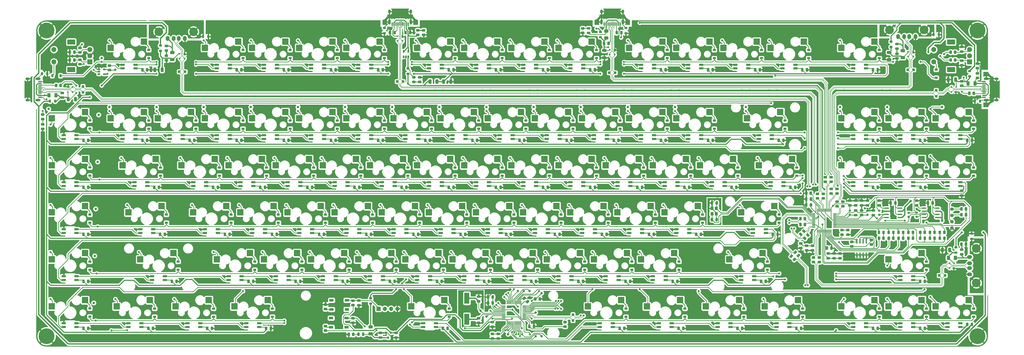
<source format=gbl>
%TF.GenerationSoftware,KiCad,Pcbnew,(5.1.10)-1*%
%TF.CreationDate,2021-11-04T23:24:46-04:00*%
%TF.ProjectId,custom_keyboard (f103_ fe2.1),63757374-6f6d-45f6-9b65-79626f617264,rev?*%
%TF.SameCoordinates,Original*%
%TF.FileFunction,Copper,L2,Bot*%
%TF.FilePolarity,Positive*%
%FSLAX46Y46*%
G04 Gerber Fmt 4.6, Leading zero omitted, Abs format (unit mm)*
G04 Created by KiCad (PCBNEW (5.1.10)-1) date 2021-11-04 23:24:46*
%MOMM*%
%LPD*%
G01*
G04 APERTURE LIST*
%TA.AperFunction,SMDPad,CuDef*%
%ADD10R,1.800000X0.900000*%
%TD*%
%TA.AperFunction,SMDPad,CuDef*%
%ADD11R,2.550000X2.500000*%
%TD*%
%TA.AperFunction,SMDPad,CuDef*%
%ADD12O,0.270000X1.500000*%
%TD*%
%TA.AperFunction,SMDPad,CuDef*%
%ADD13O,1.500000X0.270000*%
%TD*%
%TA.AperFunction,SMDPad,CuDef*%
%ADD14R,0.650000X1.060000*%
%TD*%
%TA.AperFunction,SMDPad,CuDef*%
%ADD15R,1.800000X1.100000*%
%TD*%
%TA.AperFunction,SMDPad,CuDef*%
%ADD16R,1.000000X1.000000*%
%TD*%
%TA.AperFunction,ComponentPad*%
%ADD17C,1.000000*%
%TD*%
%TA.AperFunction,ComponentPad*%
%ADD18O,1.700000X1.700000*%
%TD*%
%TA.AperFunction,ComponentPad*%
%ADD19R,1.700000X1.700000*%
%TD*%
%TA.AperFunction,SMDPad,CuDef*%
%ADD20R,2.000000X4.500000*%
%TD*%
%TA.AperFunction,SMDPad,CuDef*%
%ADD21R,1.200000X0.900000*%
%TD*%
%TA.AperFunction,SMDPad,CuDef*%
%ADD22O,0.588000X2.045000*%
%TD*%
%TA.AperFunction,SMDPad,CuDef*%
%ADD23R,0.700000X1.000000*%
%TD*%
%TA.AperFunction,SMDPad,CuDef*%
%ADD24R,0.700000X0.600000*%
%TD*%
%TA.AperFunction,SMDPad,CuDef*%
%ADD25R,1.000000X0.700000*%
%TD*%
%TA.AperFunction,SMDPad,CuDef*%
%ADD26R,0.600000X0.700000*%
%TD*%
%TA.AperFunction,SMDPad,CuDef*%
%ADD27R,0.800000X0.900000*%
%TD*%
%TA.AperFunction,SMDPad,CuDef*%
%ADD28R,1.060000X0.650000*%
%TD*%
%TA.AperFunction,SMDPad,CuDef*%
%ADD29O,1.950000X0.568000*%
%TD*%
%TA.AperFunction,SMDPad,CuDef*%
%ADD30R,1.450000X0.600000*%
%TD*%
%TA.AperFunction,SMDPad,CuDef*%
%ADD31R,1.450000X0.300000*%
%TD*%
%TA.AperFunction,ComponentPad*%
%ADD32O,2.100000X1.000000*%
%TD*%
%TA.AperFunction,ComponentPad*%
%ADD33O,1.600000X1.000000*%
%TD*%
%TA.AperFunction,ComponentPad*%
%ADD34C,3.500000*%
%TD*%
%TA.AperFunction,ComponentPad*%
%ADD35O,1.500000X2.000000*%
%TD*%
%TA.AperFunction,SMDPad,CuDef*%
%ADD36R,1.200000X1.400000*%
%TD*%
%TA.AperFunction,SMDPad,CuDef*%
%ADD37R,0.600000X1.450000*%
%TD*%
%TA.AperFunction,SMDPad,CuDef*%
%ADD38R,0.300000X1.450000*%
%TD*%
%TA.AperFunction,ComponentPad*%
%ADD39O,1.000000X2.100000*%
%TD*%
%TA.AperFunction,ComponentPad*%
%ADD40O,1.000000X1.600000*%
%TD*%
%TA.AperFunction,ComponentPad*%
%ADD41O,2.000000X1.500000*%
%TD*%
%TA.AperFunction,SMDPad,CuDef*%
%ADD42R,0.900000X1.200000*%
%TD*%
%TA.AperFunction,ComponentPad*%
%ADD43R,2.000000X2.000000*%
%TD*%
%TA.AperFunction,ComponentPad*%
%ADD44C,2.000000*%
%TD*%
%TA.AperFunction,ComponentPad*%
%ADD45R,3.200000X2.000000*%
%TD*%
%TA.AperFunction,ComponentPad*%
%ADD46C,1.397000*%
%TD*%
%TA.AperFunction,ComponentPad*%
%ADD47C,6.400000*%
%TD*%
%TA.AperFunction,ViaPad*%
%ADD48C,0.800000*%
%TD*%
%TA.AperFunction,Conductor*%
%ADD49C,0.250000*%
%TD*%
%TA.AperFunction,Conductor*%
%ADD50C,0.200000*%
%TD*%
%TA.AperFunction,Conductor*%
%ADD51C,0.254000*%
%TD*%
%TA.AperFunction,Conductor*%
%ADD52C,0.381000*%
%TD*%
%TA.AperFunction,Conductor*%
%ADD53C,0.508000*%
%TD*%
%TA.AperFunction,Conductor*%
%ADD54C,0.100000*%
%TD*%
G04 APERTURE END LIST*
D10*
%TO.P,MX84,6*%
%TO.N,+5V*%
X308174500Y-278832800D03*
%TO.P,MX84,5*%
%TO.N,Net-(MX84-Pad5)*%
X308174500Y-277332800D03*
%TO.P,MX84,4*%
%TO.N,Net-(MX83-Pad5)*%
X302974500Y-278832800D03*
%TO.P,MX84,3*%
%TO.N,GND*%
X302974500Y-277332800D03*
D11*
%TO.P,MX84,2*%
%TO.N,Net-(KD84-Pad2)*%
X311589500Y-267952800D03*
%TO.P,MX84,1*%
%TO.N,COL10*%
X298164500Y-270492800D03*
%TD*%
D10*
%TO.P,MX14,6*%
%TO.N,+5V*%
X410561800Y-174064400D03*
%TO.P,MX14,5*%
%TO.N,DOUT1*%
X410561800Y-172564400D03*
%TO.P,MX14,4*%
%TO.N,Net-(MX13-Pad5)*%
X405361800Y-174064400D03*
%TO.P,MX14,3*%
%TO.N,GND*%
X405361800Y-172564400D03*
D11*
%TO.P,MX14,2*%
%TO.N,Net-(KD14-Pad2)*%
X413976800Y-163184400D03*
%TO.P,MX14,1*%
%TO.N,COL15*%
X400551800Y-165724400D03*
%TD*%
%TO.P,R27,2*%
%TO.N,BOOT1*%
%TA.AperFunction,SMDPad,CuDef*%
G36*
G01*
X277395000Y-267026898D02*
X277395000Y-267926902D01*
G75*
G02*
X277145002Y-268176900I-249998J0D01*
G01*
X276619998Y-268176900D01*
G75*
G02*
X276370000Y-267926902I0J249998D01*
G01*
X276370000Y-267026898D01*
G75*
G02*
X276619998Y-266776900I249998J0D01*
G01*
X277145002Y-266776900D01*
G75*
G02*
X277395000Y-267026898I0J-249998D01*
G01*
G37*
%TD.AperFunction*%
%TO.P,R27,1*%
%TO.N,GND*%
%TA.AperFunction,SMDPad,CuDef*%
G36*
G01*
X279220000Y-267026898D02*
X279220000Y-267926902D01*
G75*
G02*
X278970002Y-268176900I-249998J0D01*
G01*
X278444998Y-268176900D01*
G75*
G02*
X278195000Y-267926902I0J249998D01*
G01*
X278195000Y-267026898D01*
G75*
G02*
X278444998Y-266776900I249998J0D01*
G01*
X278970002Y-266776900D01*
G75*
G02*
X279220000Y-267026898I0J-249998D01*
G01*
G37*
%TD.AperFunction*%
%TD*%
%TO.P,R65,2*%
%TO.N,Net-(D12-Pad1)*%
%TA.AperFunction,SMDPad,CuDef*%
G36*
G01*
X229722998Y-178982500D02*
X230623002Y-178982500D01*
G75*
G02*
X230873000Y-179232498I0J-249998D01*
G01*
X230873000Y-179757502D01*
G75*
G02*
X230623002Y-180007500I-249998J0D01*
G01*
X229722998Y-180007500D01*
G75*
G02*
X229473000Y-179757502I0J249998D01*
G01*
X229473000Y-179232498D01*
G75*
G02*
X229722998Y-178982500I249998J0D01*
G01*
G37*
%TD.AperFunction*%
%TO.P,R65,1*%
%TO.N,GND*%
%TA.AperFunction,SMDPad,CuDef*%
G36*
G01*
X229722998Y-177157500D02*
X230623002Y-177157500D01*
G75*
G02*
X230873000Y-177407498I0J-249998D01*
G01*
X230873000Y-177932502D01*
G75*
G02*
X230623002Y-178182500I-249998J0D01*
G01*
X229722998Y-178182500D01*
G75*
G02*
X229473000Y-177932502I0J249998D01*
G01*
X229473000Y-177407498D01*
G75*
G02*
X229722998Y-177157500I249998J0D01*
G01*
G37*
%TD.AperFunction*%
%TD*%
%TO.P,D12,2*%
%TO.N,Net-(D12-Pad2)*%
%TA.AperFunction,SMDPad,CuDef*%
G36*
G01*
X228248150Y-178132500D02*
X227335650Y-178132500D01*
G75*
G02*
X227091900Y-177888750I0J243750D01*
G01*
X227091900Y-177401250D01*
G75*
G02*
X227335650Y-177157500I243750J0D01*
G01*
X228248150Y-177157500D01*
G75*
G02*
X228491900Y-177401250I0J-243750D01*
G01*
X228491900Y-177888750D01*
G75*
G02*
X228248150Y-178132500I-243750J0D01*
G01*
G37*
%TD.AperFunction*%
%TO.P,D12,1*%
%TO.N,Net-(D12-Pad1)*%
%TA.AperFunction,SMDPad,CuDef*%
G36*
G01*
X228248150Y-180007500D02*
X227335650Y-180007500D01*
G75*
G02*
X227091900Y-179763750I0J243750D01*
G01*
X227091900Y-179276250D01*
G75*
G02*
X227335650Y-179032500I243750J0D01*
G01*
X228248150Y-179032500D01*
G75*
G02*
X228491900Y-179276250I0J-243750D01*
G01*
X228491900Y-179763750D01*
G75*
G02*
X228248150Y-180007500I-243750J0D01*
G01*
G37*
%TD.AperFunction*%
%TD*%
%TO.P,R64,2*%
%TO.N,Net-(D11-Pad1)*%
%TA.AperFunction,SMDPad,CuDef*%
G36*
G01*
X202793500Y-282258502D02*
X202793500Y-281358498D01*
G75*
G02*
X203043498Y-281108500I249998J0D01*
G01*
X203568502Y-281108500D01*
G75*
G02*
X203818500Y-281358498I0J-249998D01*
G01*
X203818500Y-282258502D01*
G75*
G02*
X203568502Y-282508500I-249998J0D01*
G01*
X203043498Y-282508500D01*
G75*
G02*
X202793500Y-282258502I0J249998D01*
G01*
G37*
%TD.AperFunction*%
%TO.P,R64,1*%
%TO.N,GND*%
%TA.AperFunction,SMDPad,CuDef*%
G36*
G01*
X200968500Y-282258502D02*
X200968500Y-281358498D01*
G75*
G02*
X201218498Y-281108500I249998J0D01*
G01*
X201743502Y-281108500D01*
G75*
G02*
X201993500Y-281358498I0J-249998D01*
G01*
X201993500Y-282258502D01*
G75*
G02*
X201743502Y-282508500I-249998J0D01*
G01*
X201218498Y-282508500D01*
G75*
G02*
X200968500Y-282258502I0J249998D01*
G01*
G37*
%TD.AperFunction*%
%TD*%
%TO.P,D11,2*%
%TO.N,KEYBOARD_5V*%
%TA.AperFunction,SMDPad,CuDef*%
G36*
G01*
X206812000Y-282219750D02*
X206812000Y-281307250D01*
G75*
G02*
X207055750Y-281063500I243750J0D01*
G01*
X207543250Y-281063500D01*
G75*
G02*
X207787000Y-281307250I0J-243750D01*
G01*
X207787000Y-282219750D01*
G75*
G02*
X207543250Y-282463500I-243750J0D01*
G01*
X207055750Y-282463500D01*
G75*
G02*
X206812000Y-282219750I0J243750D01*
G01*
G37*
%TD.AperFunction*%
%TO.P,D11,1*%
%TO.N,Net-(D11-Pad1)*%
%TA.AperFunction,SMDPad,CuDef*%
G36*
G01*
X204937000Y-282219750D02*
X204937000Y-281307250D01*
G75*
G02*
X205180750Y-281063500I243750J0D01*
G01*
X205668250Y-281063500D01*
G75*
G02*
X205912000Y-281307250I0J-243750D01*
G01*
X205912000Y-282219750D01*
G75*
G02*
X205668250Y-282463500I-243750J0D01*
G01*
X205180750Y-282463500D01*
G75*
G02*
X204937000Y-282219750I0J243750D01*
G01*
G37*
%TD.AperFunction*%
%TD*%
D10*
%TO.P,MX64,6*%
%TO.N,+5V*%
X370083100Y-240735200D03*
%TO.P,MX64,5*%
%TO.N,DOUT4*%
X370083100Y-239235200D03*
%TO.P,MX64,4*%
%TO.N,Net-(MX63-Pad5)*%
X364883100Y-240735200D03*
%TO.P,MX64,3*%
%TO.N,GND*%
X364883100Y-239235200D03*
D11*
%TO.P,MX64,2*%
%TO.N,Net-(KD64-Pad2)*%
X373498100Y-229855200D03*
%TO.P,MX64,1*%
%TO.N,COL14*%
X360073100Y-232395200D03*
%TD*%
D12*
%TO.P,FE2.1,1*%
%TO.N,HUB_DRV*%
X396425200Y-239978900D03*
%TO.P,FE2.1,2*%
%TO.N,HUB_SDA*%
X395925200Y-239978900D03*
%TO.P,FE2.1,3*%
%TO.N,HUB_LED1*%
X395425200Y-239978900D03*
%TO.P,FE2.1,4*%
%TO.N,HUB_LED2*%
X394925200Y-239978900D03*
%TO.P,FE2.1,5*%
%TO.N,HUB_LED3*%
X394425200Y-239978900D03*
%TO.P,FE2.1,6*%
%TO.N,+1V8*%
X393925200Y-239978900D03*
%TO.P,FE2.1,7*%
%TO.N,HUB_LED4*%
X393425200Y-239978900D03*
%TO.P,FE2.1,8*%
%TO.N,+5V*%
X392925200Y-239978900D03*
%TO.P,FE2.1,9*%
%TO.N,+3V3*%
X392425200Y-239978900D03*
%TO.P,FE2.1,10*%
%TO.N,GND*%
X391925200Y-239978900D03*
%TO.P,FE2.1,11*%
%TO.N,HUB_PORT4_D-*%
X391425200Y-239978900D03*
%TO.P,FE2.1,12*%
%TO.N,HUB_PORT4_D+*%
X390925200Y-239978900D03*
D13*
%TO.P,FE2.1,13*%
%TO.N,HUB_PORT3_D-*%
X389425200Y-238478900D03*
%TO.P,FE2.1,14*%
%TO.N,HUB_PORT3_D+*%
X389425200Y-237978900D03*
%TO.P,FE2.1,15*%
%TO.N,+3V3*%
X389425200Y-237478900D03*
%TO.P,FE2.1,16*%
%TO.N,HUB_PORT2_D-*%
X389425200Y-236978900D03*
%TO.P,FE2.1,17*%
%TO.N,HUB_PORT2_D+*%
X389425200Y-236478900D03*
%TO.P,FE2.1,18*%
%TO.N,HUB_PORT1_D-*%
X389425200Y-235978900D03*
%TO.P,FE2.1,19*%
%TO.N,HUB_PORT1_D+*%
X389425200Y-235478900D03*
%TO.P,FE2.1,20*%
%TO.N,+3V3*%
X389425200Y-234978900D03*
%TO.P,FE2.1,21*%
X389425200Y-234478900D03*
%TO.P,FE2.1,22*%
%TO.N,HUB_XIN*%
X389425200Y-233978900D03*
%TO.P,FE2.1,23*%
%TO.N,HUB_XOUT*%
X389425200Y-233478900D03*
%TO.P,FE2.1,24*%
%TO.N,GND*%
X389425200Y-232978900D03*
D12*
%TO.P,FE2.1,25*%
%TO.N,+1V8*%
X390925200Y-231478900D03*
%TO.P,FE2.1,26*%
%TO.N,+3V3*%
X391425200Y-231478900D03*
%TO.P,FE2.1,27*%
%TO.N,Net-(FE2.1-Pad27)*%
X391925200Y-231478900D03*
%TO.P,FE2.1,28*%
%TO.N,+1V8*%
X392425200Y-231478900D03*
%TO.P,FE2.1,29*%
%TO.N,HUB_D-*%
X392925200Y-231478900D03*
%TO.P,FE2.1,30*%
%TO.N,HUB_D+*%
X393425200Y-231478900D03*
%TO.P,FE2.1,31*%
%TO.N,+3V3*%
X393925200Y-231478900D03*
%TO.P,FE2.1,32*%
%TO.N,HUB_PORT5_D-*%
X394425200Y-231478900D03*
%TO.P,FE2.1,33*%
%TO.N,HUB_PORT5_D+*%
X394925200Y-231478900D03*
%TO.P,FE2.1,34*%
%TO.N,HUB_PORT6_D-*%
X395425200Y-231478900D03*
%TO.P,FE2.1,35*%
%TO.N,HUB_PORT6_D+*%
X395925200Y-231478900D03*
%TO.P,FE2.1,36*%
%TO.N,+3V3*%
X396425200Y-231478900D03*
D13*
%TO.P,FE2.1,37*%
%TO.N,HUB_PORT7_D-*%
X397925200Y-232978900D03*
%TO.P,FE2.1,38*%
%TO.N,HUB_PORT7_D+*%
X397925200Y-233478900D03*
%TO.P,FE2.1,39*%
%TO.N,GND*%
X397925200Y-233978900D03*
%TO.P,FE2.1,40*%
%TO.N,XRSTJ*%
X397925200Y-234478900D03*
%TO.P,FE2.1,41*%
%TO.N,VBUSM*%
X397925200Y-234978900D03*
%TO.P,FE2.1,42*%
%TO.N,+3V3*%
X397925200Y-235478900D03*
%TO.P,FE2.1,43*%
%TO.N,OVCJ5*%
X397925200Y-235978900D03*
%TO.P,FE2.1,44*%
%TO.N,PWRJ*%
X397925200Y-236478900D03*
%TO.P,FE2.1,45*%
%TO.N,OVCJ1*%
X397925200Y-236978900D03*
%TO.P,FE2.1,46*%
%TO.N,HUB_LED7*%
X397925200Y-237478900D03*
%TO.P,FE2.1,47*%
%TO.N,HUB_LED6*%
X397925200Y-237978900D03*
%TO.P,FE2.1,48*%
%TO.N,HUB_LED5*%
X397925200Y-238478900D03*
%TD*%
%TO.P,R24,2*%
%TO.N,Net-(R24-Pad2)*%
%TA.AperFunction,SMDPad,CuDef*%
G36*
G01*
X191625398Y-271051700D02*
X192525402Y-271051700D01*
G75*
G02*
X192775400Y-271301698I0J-249998D01*
G01*
X192775400Y-271826702D01*
G75*
G02*
X192525402Y-272076700I-249998J0D01*
G01*
X191625398Y-272076700D01*
G75*
G02*
X191375400Y-271826702I0J249998D01*
G01*
X191375400Y-271301698D01*
G75*
G02*
X191625398Y-271051700I249998J0D01*
G01*
G37*
%TD.AperFunction*%
%TO.P,R24,1*%
%TO.N,GND*%
%TA.AperFunction,SMDPad,CuDef*%
G36*
G01*
X191625398Y-269226700D02*
X192525402Y-269226700D01*
G75*
G02*
X192775400Y-269476698I0J-249998D01*
G01*
X192775400Y-270001702D01*
G75*
G02*
X192525402Y-270251700I-249998J0D01*
G01*
X191625398Y-270251700D01*
G75*
G02*
X191375400Y-270001702I0J249998D01*
G01*
X191375400Y-269476698D01*
G75*
G02*
X191625398Y-269226700I249998J0D01*
G01*
G37*
%TD.AperFunction*%
%TD*%
%TO.P,R25,2*%
%TO.N,GND*%
%TA.AperFunction,SMDPad,CuDef*%
G36*
G01*
X202737198Y-276607600D02*
X203637202Y-276607600D01*
G75*
G02*
X203887200Y-276857598I0J-249998D01*
G01*
X203887200Y-277382602D01*
G75*
G02*
X203637202Y-277632600I-249998J0D01*
G01*
X202737198Y-277632600D01*
G75*
G02*
X202487200Y-277382602I0J249998D01*
G01*
X202487200Y-276857598D01*
G75*
G02*
X202737198Y-276607600I249998J0D01*
G01*
G37*
%TD.AperFunction*%
%TO.P,R25,1*%
%TO.N,BOOT0*%
%TA.AperFunction,SMDPad,CuDef*%
G36*
G01*
X202737198Y-274782600D02*
X203637202Y-274782600D01*
G75*
G02*
X203887200Y-275032598I0J-249998D01*
G01*
X203887200Y-275557602D01*
G75*
G02*
X203637202Y-275807600I-249998J0D01*
G01*
X202737198Y-275807600D01*
G75*
G02*
X202487200Y-275557602I0J249998D01*
G01*
X202487200Y-275032598D01*
G75*
G02*
X202737198Y-274782600I249998J0D01*
G01*
G37*
%TD.AperFunction*%
%TD*%
%TO.P,R19,2*%
%TO.N,Net-(R19-Pad2)*%
%TA.AperFunction,SMDPad,CuDef*%
G36*
G01*
X192525402Y-278982400D02*
X191625398Y-278982400D01*
G75*
G02*
X191375400Y-278732402I0J249998D01*
G01*
X191375400Y-278207398D01*
G75*
G02*
X191625398Y-277957400I249998J0D01*
G01*
X192525402Y-277957400D01*
G75*
G02*
X192775400Y-278207398I0J-249998D01*
G01*
X192775400Y-278732402D01*
G75*
G02*
X192525402Y-278982400I-249998J0D01*
G01*
G37*
%TD.AperFunction*%
%TO.P,R19,1*%
%TO.N,+3V3*%
%TA.AperFunction,SMDPad,CuDef*%
G36*
G01*
X192525402Y-280807400D02*
X191625398Y-280807400D01*
G75*
G02*
X191375400Y-280557402I0J249998D01*
G01*
X191375400Y-280032398D01*
G75*
G02*
X191625398Y-279782400I249998J0D01*
G01*
X192525402Y-279782400D01*
G75*
G02*
X192775400Y-280032398I0J-249998D01*
G01*
X192775400Y-280557402D01*
G75*
G02*
X192525402Y-280807400I-249998J0D01*
G01*
G37*
%TD.AperFunction*%
%TD*%
%TO.P,R56,2*%
%TO.N,Net-(R56-Pad2)*%
%TA.AperFunction,SMDPad,CuDef*%
G36*
G01*
X453602700Y-184588402D02*
X453602700Y-183688398D01*
G75*
G02*
X453852698Y-183438400I249998J0D01*
G01*
X454377702Y-183438400D01*
G75*
G02*
X454627700Y-183688398I0J-249998D01*
G01*
X454627700Y-184588402D01*
G75*
G02*
X454377702Y-184838400I-249998J0D01*
G01*
X453852698Y-184838400D01*
G75*
G02*
X453602700Y-184588402I0J249998D01*
G01*
G37*
%TD.AperFunction*%
%TO.P,R56,1*%
%TO.N,Net-(C30-Pad1)*%
%TA.AperFunction,SMDPad,CuDef*%
G36*
G01*
X451777700Y-184588402D02*
X451777700Y-183688398D01*
G75*
G02*
X452027698Y-183438400I249998J0D01*
G01*
X452552702Y-183438400D01*
G75*
G02*
X452802700Y-183688398I0J-249998D01*
G01*
X452802700Y-184588402D01*
G75*
G02*
X452552702Y-184838400I-249998J0D01*
G01*
X452027698Y-184838400D01*
G75*
G02*
X451777700Y-184588402I0J249998D01*
G01*
G37*
%TD.AperFunction*%
%TD*%
%TO.P,R50,2*%
%TO.N,Net-(R50-Pad2)*%
%TA.AperFunction,SMDPad,CuDef*%
G36*
G01*
X448784198Y-180569900D02*
X449684202Y-180569900D01*
G75*
G02*
X449934200Y-180819898I0J-249998D01*
G01*
X449934200Y-181344902D01*
G75*
G02*
X449684202Y-181594900I-249998J0D01*
G01*
X448784198Y-181594900D01*
G75*
G02*
X448534200Y-181344902I0J249998D01*
G01*
X448534200Y-180819898D01*
G75*
G02*
X448784198Y-180569900I249998J0D01*
G01*
G37*
%TD.AperFunction*%
%TO.P,R50,1*%
%TO.N,Net-(C30-Pad1)*%
%TA.AperFunction,SMDPad,CuDef*%
G36*
G01*
X448784198Y-178744900D02*
X449684202Y-178744900D01*
G75*
G02*
X449934200Y-178994898I0J-249998D01*
G01*
X449934200Y-179519902D01*
G75*
G02*
X449684202Y-179769900I-249998J0D01*
G01*
X448784198Y-179769900D01*
G75*
G02*
X448534200Y-179519902I0J249998D01*
G01*
X448534200Y-178994898D01*
G75*
G02*
X448784198Y-178744900I249998J0D01*
G01*
G37*
%TD.AperFunction*%
%TD*%
%TO.P,R14,2*%
%TO.N,Net-(R14-Pad2)*%
%TA.AperFunction,SMDPad,CuDef*%
G36*
G01*
X83732200Y-180513598D02*
X83732200Y-181413602D01*
G75*
G02*
X83482202Y-181663600I-249998J0D01*
G01*
X82957198Y-181663600D01*
G75*
G02*
X82707200Y-181413602I0J249998D01*
G01*
X82707200Y-180513598D01*
G75*
G02*
X82957198Y-180263600I249998J0D01*
G01*
X83482202Y-180263600D01*
G75*
G02*
X83732200Y-180513598I0J-249998D01*
G01*
G37*
%TD.AperFunction*%
%TO.P,R14,1*%
%TO.N,Net-(C6-Pad1)*%
%TA.AperFunction,SMDPad,CuDef*%
G36*
G01*
X85557200Y-180513598D02*
X85557200Y-181413602D01*
G75*
G02*
X85307202Y-181663600I-249998J0D01*
G01*
X84782198Y-181663600D01*
G75*
G02*
X84532200Y-181413602I0J249998D01*
G01*
X84532200Y-180513598D01*
G75*
G02*
X84782198Y-180263600I249998J0D01*
G01*
X85307202Y-180263600D01*
G75*
G02*
X85557200Y-180513598I0J-249998D01*
G01*
G37*
%TD.AperFunction*%
%TD*%
%TO.P,R7,2*%
%TO.N,Net-(R7-Pad2)*%
%TA.AperFunction,SMDPad,CuDef*%
G36*
G01*
X86169602Y-184532100D02*
X85269598Y-184532100D01*
G75*
G02*
X85019600Y-184282102I0J249998D01*
G01*
X85019600Y-183757098D01*
G75*
G02*
X85269598Y-183507100I249998J0D01*
G01*
X86169602Y-183507100D01*
G75*
G02*
X86419600Y-183757098I0J-249998D01*
G01*
X86419600Y-184282102D01*
G75*
G02*
X86169602Y-184532100I-249998J0D01*
G01*
G37*
%TD.AperFunction*%
%TO.P,R7,1*%
%TO.N,Net-(C6-Pad1)*%
%TA.AperFunction,SMDPad,CuDef*%
G36*
G01*
X86169602Y-186357100D02*
X85269598Y-186357100D01*
G75*
G02*
X85019600Y-186107102I0J249998D01*
G01*
X85019600Y-185582098D01*
G75*
G02*
X85269598Y-185332100I249998J0D01*
G01*
X86169602Y-185332100D01*
G75*
G02*
X86419600Y-185582098I0J-249998D01*
G01*
X86419600Y-186107102D01*
G75*
G02*
X86169602Y-186357100I-249998J0D01*
G01*
G37*
%TD.AperFunction*%
%TD*%
%TO.P,R22,2*%
%TO.N,KEYBOARD_RESET*%
%TA.AperFunction,SMDPad,CuDef*%
G36*
G01*
X203637202Y-268664300D02*
X202737198Y-268664300D01*
G75*
G02*
X202487200Y-268414302I0J249998D01*
G01*
X202487200Y-267889298D01*
G75*
G02*
X202737198Y-267639300I249998J0D01*
G01*
X203637202Y-267639300D01*
G75*
G02*
X203887200Y-267889298I0J-249998D01*
G01*
X203887200Y-268414302D01*
G75*
G02*
X203637202Y-268664300I-249998J0D01*
G01*
G37*
%TD.AperFunction*%
%TO.P,R22,1*%
%TO.N,+3V3*%
%TA.AperFunction,SMDPad,CuDef*%
G36*
G01*
X203637202Y-270489300D02*
X202737198Y-270489300D01*
G75*
G02*
X202487200Y-270239302I0J249998D01*
G01*
X202487200Y-269714298D01*
G75*
G02*
X202737198Y-269464300I249998J0D01*
G01*
X203637202Y-269464300D01*
G75*
G02*
X203887200Y-269714298I0J-249998D01*
G01*
X203887200Y-270239302D01*
G75*
G02*
X203637202Y-270489300I-249998J0D01*
G01*
G37*
%TD.AperFunction*%
%TD*%
D14*
%TO.P,U1,5*%
%TO.N,VBUS*%
X225567100Y-167164400D03*
%TO.P,U1,4*%
X223667100Y-167164400D03*
%TO.P,U1,3*%
%TO.N,Net-(U1-Pad3)*%
X223667100Y-169364400D03*
%TO.P,U1,2*%
%TO.N,GND*%
X224617100Y-169364400D03*
%TO.P,U1,1*%
%TO.N,Net-(D12-Pad2)*%
X225567100Y-169364400D03*
%TD*%
D15*
%TO.P,SW2,4*%
%TO.N,N/C*%
X200562400Y-278933500D03*
%TO.P,SW2,3*%
X194362400Y-275233500D03*
%TO.P,SW2,2*%
%TO.N,BOOT0*%
X200562400Y-275233500D03*
%TO.P,SW2,1*%
%TO.N,Net-(R19-Pad2)*%
X194362400Y-278933500D03*
%TD*%
%TO.P,F1,2*%
%TO.N,+5V*%
%TA.AperFunction,SMDPad,CuDef*%
G36*
G01*
X236503900Y-180001200D02*
X236503900Y-178751200D01*
G75*
G02*
X236753900Y-178501200I250000J0D01*
G01*
X237503900Y-178501200D01*
G75*
G02*
X237753900Y-178751200I0J-250000D01*
G01*
X237753900Y-180001200D01*
G75*
G02*
X237503900Y-180251200I-250000J0D01*
G01*
X236753900Y-180251200D01*
G75*
G02*
X236503900Y-180001200I0J250000D01*
G01*
G37*
%TD.AperFunction*%
%TO.P,F1,1*%
%TA.AperFunction,SMDPad,CuDef*%
G36*
G01*
X233703900Y-180001200D02*
X233703900Y-178751200D01*
G75*
G02*
X233953900Y-178501200I250000J0D01*
G01*
X234703900Y-178501200D01*
G75*
G02*
X234953900Y-178751200I0J-250000D01*
G01*
X234953900Y-180001200D01*
G75*
G02*
X234703900Y-180251200I-250000J0D01*
G01*
X233953900Y-180251200D01*
G75*
G02*
X233703900Y-180001200I0J250000D01*
G01*
G37*
%TD.AperFunction*%
%TD*%
%TO.P,R36,2*%
%TO.N,Net-(R36-Pad2)*%
%TA.AperFunction,SMDPad,CuDef*%
G36*
G01*
X310333550Y-159083698D02*
X310333550Y-159983702D01*
G75*
G02*
X310083552Y-160233700I-249998J0D01*
G01*
X309558548Y-160233700D01*
G75*
G02*
X309308550Y-159983702I0J249998D01*
G01*
X309308550Y-159083698D01*
G75*
G02*
X309558548Y-158833700I249998J0D01*
G01*
X310083552Y-158833700D01*
G75*
G02*
X310333550Y-159083698I0J-249998D01*
G01*
G37*
%TD.AperFunction*%
%TO.P,R36,1*%
%TO.N,Net-(C17-Pad1)*%
%TA.AperFunction,SMDPad,CuDef*%
G36*
G01*
X312158550Y-159083698D02*
X312158550Y-159983702D01*
G75*
G02*
X311908552Y-160233700I-249998J0D01*
G01*
X311383548Y-160233700D01*
G75*
G02*
X311133550Y-159983702I0J249998D01*
G01*
X311133550Y-159083698D01*
G75*
G02*
X311383548Y-158833700I249998J0D01*
G01*
X311908552Y-158833700D01*
G75*
G02*
X312158550Y-159083698I0J-249998D01*
G01*
G37*
%TD.AperFunction*%
%TD*%
%TO.P,R33,2*%
%TO.N,Net-(R33-Pad2)*%
%TA.AperFunction,SMDPad,CuDef*%
G36*
G01*
X305974500Y-164349052D02*
X305974500Y-163449048D01*
G75*
G02*
X306224498Y-163199050I249998J0D01*
G01*
X306749502Y-163199050D01*
G75*
G02*
X306999500Y-163449048I0J-249998D01*
G01*
X306999500Y-164349052D01*
G75*
G02*
X306749502Y-164599050I-249998J0D01*
G01*
X306224498Y-164599050D01*
G75*
G02*
X305974500Y-164349052I0J249998D01*
G01*
G37*
%TD.AperFunction*%
%TO.P,R33,1*%
%TO.N,Net-(C17-Pad1)*%
%TA.AperFunction,SMDPad,CuDef*%
G36*
G01*
X304149500Y-164349052D02*
X304149500Y-163449048D01*
G75*
G02*
X304399498Y-163199050I249998J0D01*
G01*
X304924502Y-163199050D01*
G75*
G02*
X305174500Y-163449048I0J-249998D01*
G01*
X305174500Y-164349052D01*
G75*
G02*
X304924502Y-164599050I-249998J0D01*
G01*
X304399498Y-164599050D01*
G75*
G02*
X304149500Y-164349052I0J249998D01*
G01*
G37*
%TD.AperFunction*%
%TD*%
D16*
%TO.P,D+6,1*%
%TO.N,Net-(D+6-Pad1)*%
X429788550Y-174614000D03*
%TD*%
D10*
%TO.P,MX83,6*%
%TO.N,+5V*%
X236741500Y-278832800D03*
%TO.P,MX83,5*%
%TO.N,Net-(MX83-Pad5)*%
X236741500Y-277332800D03*
%TO.P,MX83,4*%
%TO.N,Net-(MX82-Pad5)*%
X231541500Y-278832800D03*
%TO.P,MX83,3*%
%TO.N,GND*%
X231541500Y-277332800D03*
D11*
%TO.P,MX83,2*%
%TO.N,Net-(KD83-Pad2)*%
X240156500Y-267952800D03*
%TO.P,MX83,1*%
%TO.N,COL6*%
X226731500Y-270492800D03*
%TD*%
D16*
%TO.P,KD-1,1*%
%TO.N,KEYBOARD_D+*%
X292081600Y-276207600D03*
%TD*%
%TO.P,KD+1,1*%
%TO.N,KEYBOARD_D-*%
X292081600Y-273826500D03*
%TD*%
%TO.P,D+7,1*%
%TO.N,Net-(D+7-Pad1)*%
X438916100Y-185328950D03*
%TD*%
%TO.P,D-7,1*%
%TO.N,Net-(D-7-Pad1)*%
X438916100Y-182947850D03*
%TD*%
%TO.P,D-6,1*%
%TO.N,Net-(D-6-Pad1)*%
X427407450Y-174614000D03*
%TD*%
%TO.P,D+5,1*%
%TO.N,Net-(D+5-Pad1)*%
X309146150Y-175804550D03*
%TD*%
%TO.P,D-5,1*%
%TO.N,Net-(D-5-Pad1)*%
X306765050Y-175804550D03*
%TD*%
%TO.P,D-4,1*%
%TO.N,Net-(D-4-Pad1)*%
X440106650Y-257952500D03*
%TD*%
%TO.P,D+4,1*%
%TO.N,Net-(D+4-Pad1)*%
X442487750Y-257952500D03*
%TD*%
%TO.P,D+2,1*%
%TO.N,Net-(D+2-Pad1)*%
X94053450Y-181360450D03*
%TD*%
%TO.P,D-2,1*%
%TO.N,Net-(D-2-Pad1)*%
X94053450Y-183741550D03*
%TD*%
%TO.P,D-3,1*%
%TO.N,Net-(D-3-Pad1)*%
X132944750Y-175407700D03*
%TD*%
%TO.P,D+3,1*%
%TO.N,Net-(D+3-Pad1)*%
X135325850Y-175407700D03*
%TD*%
%TO.P,D+1,1*%
%TO.N,Net-(D+1-Pad1)*%
X223426550Y-179376200D03*
%TD*%
%TO.P,D-1,1*%
%TO.N,Net-(D-1-Pad1)*%
X221045450Y-179376200D03*
%TD*%
D17*
%TO.P,BOOT1,1*%
%TO.N,BOOT1*%
X279382400Y-265095800D03*
%TD*%
%TO.P,BOOT0,1*%
%TO.N,BOOT0*%
X265889500Y-281763500D03*
%TD*%
D18*
%TO.P,J1,4*%
%TO.N,GND*%
X221125300Y-271445400D03*
%TO.P,J1,3*%
%TO.N,SWCLK*%
X218585300Y-271445400D03*
%TO.P,J1,2*%
%TO.N,SWDIO*%
X216045300Y-271445400D03*
D19*
%TO.P,J1,1*%
%TO.N,KEYBOARD_RESET*%
X213505300Y-271445400D03*
%TD*%
%TO.P,C13,2*%
%TO.N,GND*%
%TA.AperFunction,SMDPad,CuDef*%
G36*
G01*
X205093300Y-269514300D02*
X206043300Y-269514300D01*
G75*
G02*
X206293300Y-269764300I0J-250000D01*
G01*
X206293300Y-270264300D01*
G75*
G02*
X206043300Y-270514300I-250000J0D01*
G01*
X205093300Y-270514300D01*
G75*
G02*
X204843300Y-270264300I0J250000D01*
G01*
X204843300Y-269764300D01*
G75*
G02*
X205093300Y-269514300I250000J0D01*
G01*
G37*
%TD.AperFunction*%
%TO.P,C13,1*%
%TO.N,KEYBOARD_RESET*%
%TA.AperFunction,SMDPad,CuDef*%
G36*
G01*
X205093300Y-267614300D02*
X206043300Y-267614300D01*
G75*
G02*
X206293300Y-267864300I0J-250000D01*
G01*
X206293300Y-268364300D01*
G75*
G02*
X206043300Y-268614300I-250000J0D01*
G01*
X205093300Y-268614300D01*
G75*
G02*
X204843300Y-268364300I0J250000D01*
G01*
X204843300Y-267864300D01*
G75*
G02*
X205093300Y-267614300I250000J0D01*
G01*
G37*
%TD.AperFunction*%
%TD*%
D17*
%TO.P,X2,1*%
%TO.N,KEYBOARD_XTAL2*%
X254777700Y-272239100D03*
%TD*%
%TO.P,X1,1*%
%TO.N,KEYBOARD_XTAL1*%
X257158800Y-274620200D03*
%TD*%
%TO.P,C18,2*%
%TO.N,GND*%
%TA.AperFunction,SMDPad,CuDef*%
G36*
G01*
X259064900Y-278245000D02*
X260014900Y-278245000D01*
G75*
G02*
X260264900Y-278495000I0J-250000D01*
G01*
X260264900Y-278995000D01*
G75*
G02*
X260014900Y-279245000I-250000J0D01*
G01*
X259064900Y-279245000D01*
G75*
G02*
X258814900Y-278995000I0J250000D01*
G01*
X258814900Y-278495000D01*
G75*
G02*
X259064900Y-278245000I250000J0D01*
G01*
G37*
%TD.AperFunction*%
%TO.P,C18,1*%
%TO.N,+3V3*%
%TA.AperFunction,SMDPad,CuDef*%
G36*
G01*
X259064900Y-276345000D02*
X260014900Y-276345000D01*
G75*
G02*
X260264900Y-276595000I0J-250000D01*
G01*
X260264900Y-277095000D01*
G75*
G02*
X260014900Y-277345000I-250000J0D01*
G01*
X259064900Y-277345000D01*
G75*
G02*
X258814900Y-277095000I0J250000D01*
G01*
X258814900Y-276595000D01*
G75*
G02*
X259064900Y-276345000I250000J0D01*
G01*
G37*
%TD.AperFunction*%
%TD*%
D20*
%TO.P,Y2,2*%
%TO.N,KEYBOARD_XTAL2*%
X249221800Y-267195400D03*
%TO.P,Y2,1*%
%TO.N,KEYBOARD_XTAL1*%
X249221800Y-275695400D03*
%TD*%
%TO.P,STM32,48*%
%TO.N,+3V3*%
%TA.AperFunction,SMDPad,CuDef*%
G36*
G01*
X265370600Y-277857800D02*
X265370600Y-276532800D01*
G75*
G02*
X265445600Y-276457800I75000J0D01*
G01*
X265595600Y-276457800D01*
G75*
G02*
X265670600Y-276532800I0J-75000D01*
G01*
X265670600Y-277857800D01*
G75*
G02*
X265595600Y-277932800I-75000J0D01*
G01*
X265445600Y-277932800D01*
G75*
G02*
X265370600Y-277857800I0J75000D01*
G01*
G37*
%TD.AperFunction*%
%TO.P,STM32,47*%
%TO.N,GND*%
%TA.AperFunction,SMDPad,CuDef*%
G36*
G01*
X265870600Y-277857800D02*
X265870600Y-276532800D01*
G75*
G02*
X265945600Y-276457800I75000J0D01*
G01*
X266095600Y-276457800D01*
G75*
G02*
X266170600Y-276532800I0J-75000D01*
G01*
X266170600Y-277857800D01*
G75*
G02*
X266095600Y-277932800I-75000J0D01*
G01*
X265945600Y-277932800D01*
G75*
G02*
X265870600Y-277857800I0J75000D01*
G01*
G37*
%TD.AperFunction*%
%TO.P,STM32,46*%
%TO.N,ROT1_ROW*%
%TA.AperFunction,SMDPad,CuDef*%
G36*
G01*
X266370600Y-277857800D02*
X266370600Y-276532800D01*
G75*
G02*
X266445600Y-276457800I75000J0D01*
G01*
X266595600Y-276457800D01*
G75*
G02*
X266670600Y-276532800I0J-75000D01*
G01*
X266670600Y-277857800D01*
G75*
G02*
X266595600Y-277932800I-75000J0D01*
G01*
X266445600Y-277932800D01*
G75*
G02*
X266370600Y-277857800I0J75000D01*
G01*
G37*
%TD.AperFunction*%
%TO.P,STM32,45*%
%TO.N,ROW1*%
%TA.AperFunction,SMDPad,CuDef*%
G36*
G01*
X266870600Y-277857800D02*
X266870600Y-276532800D01*
G75*
G02*
X266945600Y-276457800I75000J0D01*
G01*
X267095600Y-276457800D01*
G75*
G02*
X267170600Y-276532800I0J-75000D01*
G01*
X267170600Y-277857800D01*
G75*
G02*
X267095600Y-277932800I-75000J0D01*
G01*
X266945600Y-277932800D01*
G75*
G02*
X266870600Y-277857800I0J75000D01*
G01*
G37*
%TD.AperFunction*%
%TO.P,STM32,44*%
%TO.N,BOOT0*%
%TA.AperFunction,SMDPad,CuDef*%
G36*
G01*
X267370600Y-277857800D02*
X267370600Y-276532800D01*
G75*
G02*
X267445600Y-276457800I75000J0D01*
G01*
X267595600Y-276457800D01*
G75*
G02*
X267670600Y-276532800I0J-75000D01*
G01*
X267670600Y-277857800D01*
G75*
G02*
X267595600Y-277932800I-75000J0D01*
G01*
X267445600Y-277932800D01*
G75*
G02*
X267370600Y-277857800I0J75000D01*
G01*
G37*
%TD.AperFunction*%
%TO.P,STM32,43*%
%TO.N,KEYBOARD_SDA*%
%TA.AperFunction,SMDPad,CuDef*%
G36*
G01*
X267870600Y-277857800D02*
X267870600Y-276532800D01*
G75*
G02*
X267945600Y-276457800I75000J0D01*
G01*
X268095600Y-276457800D01*
G75*
G02*
X268170600Y-276532800I0J-75000D01*
G01*
X268170600Y-277857800D01*
G75*
G02*
X268095600Y-277932800I-75000J0D01*
G01*
X267945600Y-277932800D01*
G75*
G02*
X267870600Y-277857800I0J75000D01*
G01*
G37*
%TD.AperFunction*%
%TO.P,STM32,42*%
%TO.N,KEYBOARD_SCL*%
%TA.AperFunction,SMDPad,CuDef*%
G36*
G01*
X268370600Y-277857800D02*
X268370600Y-276532800D01*
G75*
G02*
X268445600Y-276457800I75000J0D01*
G01*
X268595600Y-276457800D01*
G75*
G02*
X268670600Y-276532800I0J-75000D01*
G01*
X268670600Y-277857800D01*
G75*
G02*
X268595600Y-277932800I-75000J0D01*
G01*
X268445600Y-277932800D01*
G75*
G02*
X268370600Y-277857800I0J75000D01*
G01*
G37*
%TD.AperFunction*%
%TO.P,STM32,41*%
%TO.N,ROW2*%
%TA.AperFunction,SMDPad,CuDef*%
G36*
G01*
X268870600Y-277857800D02*
X268870600Y-276532800D01*
G75*
G02*
X268945600Y-276457800I75000J0D01*
G01*
X269095600Y-276457800D01*
G75*
G02*
X269170600Y-276532800I0J-75000D01*
G01*
X269170600Y-277857800D01*
G75*
G02*
X269095600Y-277932800I-75000J0D01*
G01*
X268945600Y-277932800D01*
G75*
G02*
X268870600Y-277857800I0J75000D01*
G01*
G37*
%TD.AperFunction*%
%TO.P,STM32,40*%
%TO.N,ROW3*%
%TA.AperFunction,SMDPad,CuDef*%
G36*
G01*
X269370600Y-277857800D02*
X269370600Y-276532800D01*
G75*
G02*
X269445600Y-276457800I75000J0D01*
G01*
X269595600Y-276457800D01*
G75*
G02*
X269670600Y-276532800I0J-75000D01*
G01*
X269670600Y-277857800D01*
G75*
G02*
X269595600Y-277932800I-75000J0D01*
G01*
X269445600Y-277932800D01*
G75*
G02*
X269370600Y-277857800I0J75000D01*
G01*
G37*
%TD.AperFunction*%
%TO.P,STM32,39*%
%TO.N,ROW4*%
%TA.AperFunction,SMDPad,CuDef*%
G36*
G01*
X269870600Y-277857800D02*
X269870600Y-276532800D01*
G75*
G02*
X269945600Y-276457800I75000J0D01*
G01*
X270095600Y-276457800D01*
G75*
G02*
X270170600Y-276532800I0J-75000D01*
G01*
X270170600Y-277857800D01*
G75*
G02*
X270095600Y-277932800I-75000J0D01*
G01*
X269945600Y-277932800D01*
G75*
G02*
X269870600Y-277857800I0J75000D01*
G01*
G37*
%TD.AperFunction*%
%TO.P,STM32,38*%
%TO.N,ROW5*%
%TA.AperFunction,SMDPad,CuDef*%
G36*
G01*
X270370600Y-277857800D02*
X270370600Y-276532800D01*
G75*
G02*
X270445600Y-276457800I75000J0D01*
G01*
X270595600Y-276457800D01*
G75*
G02*
X270670600Y-276532800I0J-75000D01*
G01*
X270670600Y-277857800D01*
G75*
G02*
X270595600Y-277932800I-75000J0D01*
G01*
X270445600Y-277932800D01*
G75*
G02*
X270370600Y-277857800I0J75000D01*
G01*
G37*
%TD.AperFunction*%
%TO.P,STM32,37*%
%TO.N,SWCLK*%
%TA.AperFunction,SMDPad,CuDef*%
G36*
G01*
X270870600Y-277857800D02*
X270870600Y-276532800D01*
G75*
G02*
X270945600Y-276457800I75000J0D01*
G01*
X271095600Y-276457800D01*
G75*
G02*
X271170600Y-276532800I0J-75000D01*
G01*
X271170600Y-277857800D01*
G75*
G02*
X271095600Y-277932800I-75000J0D01*
G01*
X270945600Y-277932800D01*
G75*
G02*
X270870600Y-277857800I0J75000D01*
G01*
G37*
%TD.AperFunction*%
%TO.P,STM32,36*%
%TO.N,+3V3*%
%TA.AperFunction,SMDPad,CuDef*%
G36*
G01*
X271695600Y-275857800D02*
X271695600Y-275707800D01*
G75*
G02*
X271770600Y-275632800I75000J0D01*
G01*
X273095600Y-275632800D01*
G75*
G02*
X273170600Y-275707800I0J-75000D01*
G01*
X273170600Y-275857800D01*
G75*
G02*
X273095600Y-275932800I-75000J0D01*
G01*
X271770600Y-275932800D01*
G75*
G02*
X271695600Y-275857800I0J75000D01*
G01*
G37*
%TD.AperFunction*%
%TO.P,STM32,35*%
%TO.N,GND*%
%TA.AperFunction,SMDPad,CuDef*%
G36*
G01*
X271695600Y-275357800D02*
X271695600Y-275207800D01*
G75*
G02*
X271770600Y-275132800I75000J0D01*
G01*
X273095600Y-275132800D01*
G75*
G02*
X273170600Y-275207800I0J-75000D01*
G01*
X273170600Y-275357800D01*
G75*
G02*
X273095600Y-275432800I-75000J0D01*
G01*
X271770600Y-275432800D01*
G75*
G02*
X271695600Y-275357800I0J75000D01*
G01*
G37*
%TD.AperFunction*%
%TO.P,STM32,34*%
%TO.N,SWDIO*%
%TA.AperFunction,SMDPad,CuDef*%
G36*
G01*
X271695600Y-274857800D02*
X271695600Y-274707800D01*
G75*
G02*
X271770600Y-274632800I75000J0D01*
G01*
X273095600Y-274632800D01*
G75*
G02*
X273170600Y-274707800I0J-75000D01*
G01*
X273170600Y-274857800D01*
G75*
G02*
X273095600Y-274932800I-75000J0D01*
G01*
X271770600Y-274932800D01*
G75*
G02*
X271695600Y-274857800I0J75000D01*
G01*
G37*
%TD.AperFunction*%
%TO.P,STM32,33*%
%TO.N,KEYBOARD_D+*%
%TA.AperFunction,SMDPad,CuDef*%
G36*
G01*
X271695600Y-274357800D02*
X271695600Y-274207800D01*
G75*
G02*
X271770600Y-274132800I75000J0D01*
G01*
X273095600Y-274132800D01*
G75*
G02*
X273170600Y-274207800I0J-75000D01*
G01*
X273170600Y-274357800D01*
G75*
G02*
X273095600Y-274432800I-75000J0D01*
G01*
X271770600Y-274432800D01*
G75*
G02*
X271695600Y-274357800I0J75000D01*
G01*
G37*
%TD.AperFunction*%
%TO.P,STM32,32*%
%TO.N,KEYBOARD_D-*%
%TA.AperFunction,SMDPad,CuDef*%
G36*
G01*
X271695600Y-273857800D02*
X271695600Y-273707800D01*
G75*
G02*
X271770600Y-273632800I75000J0D01*
G01*
X273095600Y-273632800D01*
G75*
G02*
X273170600Y-273707800I0J-75000D01*
G01*
X273170600Y-273857800D01*
G75*
G02*
X273095600Y-273932800I-75000J0D01*
G01*
X271770600Y-273932800D01*
G75*
G02*
X271695600Y-273857800I0J75000D01*
G01*
G37*
%TD.AperFunction*%
%TO.P,STM32,31*%
%TO.N,BKL_DATA_IN_3V3*%
%TA.AperFunction,SMDPad,CuDef*%
G36*
G01*
X271695600Y-273357800D02*
X271695600Y-273207800D01*
G75*
G02*
X271770600Y-273132800I75000J0D01*
G01*
X273095600Y-273132800D01*
G75*
G02*
X273170600Y-273207800I0J-75000D01*
G01*
X273170600Y-273357800D01*
G75*
G02*
X273095600Y-273432800I-75000J0D01*
G01*
X271770600Y-273432800D01*
G75*
G02*
X271695600Y-273357800I0J75000D01*
G01*
G37*
%TD.AperFunction*%
%TO.P,STM32,30*%
%TO.N,COL17*%
%TA.AperFunction,SMDPad,CuDef*%
G36*
G01*
X271695600Y-272857800D02*
X271695600Y-272707800D01*
G75*
G02*
X271770600Y-272632800I75000J0D01*
G01*
X273095600Y-272632800D01*
G75*
G02*
X273170600Y-272707800I0J-75000D01*
G01*
X273170600Y-272857800D01*
G75*
G02*
X273095600Y-272932800I-75000J0D01*
G01*
X271770600Y-272932800D01*
G75*
G02*
X271695600Y-272857800I0J75000D01*
G01*
G37*
%TD.AperFunction*%
%TO.P,STM32,29*%
%TO.N,COL16*%
%TA.AperFunction,SMDPad,CuDef*%
G36*
G01*
X271695600Y-272357800D02*
X271695600Y-272207800D01*
G75*
G02*
X271770600Y-272132800I75000J0D01*
G01*
X273095600Y-272132800D01*
G75*
G02*
X273170600Y-272207800I0J-75000D01*
G01*
X273170600Y-272357800D01*
G75*
G02*
X273095600Y-272432800I-75000J0D01*
G01*
X271770600Y-272432800D01*
G75*
G02*
X271695600Y-272357800I0J75000D01*
G01*
G37*
%TD.AperFunction*%
%TO.P,STM32,28*%
%TO.N,COL15*%
%TA.AperFunction,SMDPad,CuDef*%
G36*
G01*
X271695600Y-271857800D02*
X271695600Y-271707800D01*
G75*
G02*
X271770600Y-271632800I75000J0D01*
G01*
X273095600Y-271632800D01*
G75*
G02*
X273170600Y-271707800I0J-75000D01*
G01*
X273170600Y-271857800D01*
G75*
G02*
X273095600Y-271932800I-75000J0D01*
G01*
X271770600Y-271932800D01*
G75*
G02*
X271695600Y-271857800I0J75000D01*
G01*
G37*
%TD.AperFunction*%
%TO.P,STM32,27*%
%TO.N,COL14*%
%TA.AperFunction,SMDPad,CuDef*%
G36*
G01*
X271695600Y-271357800D02*
X271695600Y-271207800D01*
G75*
G02*
X271770600Y-271132800I75000J0D01*
G01*
X273095600Y-271132800D01*
G75*
G02*
X273170600Y-271207800I0J-75000D01*
G01*
X273170600Y-271357800D01*
G75*
G02*
X273095600Y-271432800I-75000J0D01*
G01*
X271770600Y-271432800D01*
G75*
G02*
X271695600Y-271357800I0J75000D01*
G01*
G37*
%TD.AperFunction*%
%TO.P,STM32,26*%
%TO.N,COL13*%
%TA.AperFunction,SMDPad,CuDef*%
G36*
G01*
X271695600Y-270857800D02*
X271695600Y-270707800D01*
G75*
G02*
X271770600Y-270632800I75000J0D01*
G01*
X273095600Y-270632800D01*
G75*
G02*
X273170600Y-270707800I0J-75000D01*
G01*
X273170600Y-270857800D01*
G75*
G02*
X273095600Y-270932800I-75000J0D01*
G01*
X271770600Y-270932800D01*
G75*
G02*
X271695600Y-270857800I0J75000D01*
G01*
G37*
%TD.AperFunction*%
%TO.P,STM32,25*%
%TO.N,COL12*%
%TA.AperFunction,SMDPad,CuDef*%
G36*
G01*
X271695600Y-270357800D02*
X271695600Y-270207800D01*
G75*
G02*
X271770600Y-270132800I75000J0D01*
G01*
X273095600Y-270132800D01*
G75*
G02*
X273170600Y-270207800I0J-75000D01*
G01*
X273170600Y-270357800D01*
G75*
G02*
X273095600Y-270432800I-75000J0D01*
G01*
X271770600Y-270432800D01*
G75*
G02*
X271695600Y-270357800I0J75000D01*
G01*
G37*
%TD.AperFunction*%
%TO.P,STM32,24*%
%TO.N,+3V3*%
%TA.AperFunction,SMDPad,CuDef*%
G36*
G01*
X270870600Y-269532800D02*
X270870600Y-268207800D01*
G75*
G02*
X270945600Y-268132800I75000J0D01*
G01*
X271095600Y-268132800D01*
G75*
G02*
X271170600Y-268207800I0J-75000D01*
G01*
X271170600Y-269532800D01*
G75*
G02*
X271095600Y-269607800I-75000J0D01*
G01*
X270945600Y-269607800D01*
G75*
G02*
X270870600Y-269532800I0J75000D01*
G01*
G37*
%TD.AperFunction*%
%TO.P,STM32,23*%
%TO.N,GND*%
%TA.AperFunction,SMDPad,CuDef*%
G36*
G01*
X270370600Y-269532800D02*
X270370600Y-268207800D01*
G75*
G02*
X270445600Y-268132800I75000J0D01*
G01*
X270595600Y-268132800D01*
G75*
G02*
X270670600Y-268207800I0J-75000D01*
G01*
X270670600Y-269532800D01*
G75*
G02*
X270595600Y-269607800I-75000J0D01*
G01*
X270445600Y-269607800D01*
G75*
G02*
X270370600Y-269532800I0J75000D01*
G01*
G37*
%TD.AperFunction*%
%TO.P,STM32,22*%
%TO.N,COL11*%
%TA.AperFunction,SMDPad,CuDef*%
G36*
G01*
X269870600Y-269532800D02*
X269870600Y-268207800D01*
G75*
G02*
X269945600Y-268132800I75000J0D01*
G01*
X270095600Y-268132800D01*
G75*
G02*
X270170600Y-268207800I0J-75000D01*
G01*
X270170600Y-269532800D01*
G75*
G02*
X270095600Y-269607800I-75000J0D01*
G01*
X269945600Y-269607800D01*
G75*
G02*
X269870600Y-269532800I0J75000D01*
G01*
G37*
%TD.AperFunction*%
%TO.P,STM32,21*%
%TO.N,COL10*%
%TA.AperFunction,SMDPad,CuDef*%
G36*
G01*
X269370600Y-269532800D02*
X269370600Y-268207800D01*
G75*
G02*
X269445600Y-268132800I75000J0D01*
G01*
X269595600Y-268132800D01*
G75*
G02*
X269670600Y-268207800I0J-75000D01*
G01*
X269670600Y-269532800D01*
G75*
G02*
X269595600Y-269607800I-75000J0D01*
G01*
X269445600Y-269607800D01*
G75*
G02*
X269370600Y-269532800I0J75000D01*
G01*
G37*
%TD.AperFunction*%
%TO.P,STM32,20*%
%TO.N,BOOT1*%
%TA.AperFunction,SMDPad,CuDef*%
G36*
G01*
X268870600Y-269532800D02*
X268870600Y-268207800D01*
G75*
G02*
X268945600Y-268132800I75000J0D01*
G01*
X269095600Y-268132800D01*
G75*
G02*
X269170600Y-268207800I0J-75000D01*
G01*
X269170600Y-269532800D01*
G75*
G02*
X269095600Y-269607800I-75000J0D01*
G01*
X268945600Y-269607800D01*
G75*
G02*
X268870600Y-269532800I0J75000D01*
G01*
G37*
%TD.AperFunction*%
%TO.P,STM32,19*%
%TO.N,ENCODER_B2*%
%TA.AperFunction,SMDPad,CuDef*%
G36*
G01*
X268370600Y-269532800D02*
X268370600Y-268207800D01*
G75*
G02*
X268445600Y-268132800I75000J0D01*
G01*
X268595600Y-268132800D01*
G75*
G02*
X268670600Y-268207800I0J-75000D01*
G01*
X268670600Y-269532800D01*
G75*
G02*
X268595600Y-269607800I-75000J0D01*
G01*
X268445600Y-269607800D01*
G75*
G02*
X268370600Y-269532800I0J75000D01*
G01*
G37*
%TD.AperFunction*%
%TO.P,STM32,18*%
%TO.N,ENCODER_B1*%
%TA.AperFunction,SMDPad,CuDef*%
G36*
G01*
X267870600Y-269532800D02*
X267870600Y-268207800D01*
G75*
G02*
X267945600Y-268132800I75000J0D01*
G01*
X268095600Y-268132800D01*
G75*
G02*
X268170600Y-268207800I0J-75000D01*
G01*
X268170600Y-269532800D01*
G75*
G02*
X268095600Y-269607800I-75000J0D01*
G01*
X267945600Y-269607800D01*
G75*
G02*
X267870600Y-269532800I0J75000D01*
G01*
G37*
%TD.AperFunction*%
%TO.P,STM32,17*%
%TO.N,ENCODER_A*%
%TA.AperFunction,SMDPad,CuDef*%
G36*
G01*
X267370600Y-269532800D02*
X267370600Y-268207800D01*
G75*
G02*
X267445600Y-268132800I75000J0D01*
G01*
X267595600Y-268132800D01*
G75*
G02*
X267670600Y-268207800I0J-75000D01*
G01*
X267670600Y-269532800D01*
G75*
G02*
X267595600Y-269607800I-75000J0D01*
G01*
X267445600Y-269607800D01*
G75*
G02*
X267370600Y-269532800I0J75000D01*
G01*
G37*
%TD.AperFunction*%
%TO.P,STM32,16*%
%TO.N,COL9*%
%TA.AperFunction,SMDPad,CuDef*%
G36*
G01*
X266870600Y-269532800D02*
X266870600Y-268207800D01*
G75*
G02*
X266945600Y-268132800I75000J0D01*
G01*
X267095600Y-268132800D01*
G75*
G02*
X267170600Y-268207800I0J-75000D01*
G01*
X267170600Y-269532800D01*
G75*
G02*
X267095600Y-269607800I-75000J0D01*
G01*
X266945600Y-269607800D01*
G75*
G02*
X266870600Y-269532800I0J75000D01*
G01*
G37*
%TD.AperFunction*%
%TO.P,STM32,15*%
%TO.N,COL8*%
%TA.AperFunction,SMDPad,CuDef*%
G36*
G01*
X266370600Y-269532800D02*
X266370600Y-268207800D01*
G75*
G02*
X266445600Y-268132800I75000J0D01*
G01*
X266595600Y-268132800D01*
G75*
G02*
X266670600Y-268207800I0J-75000D01*
G01*
X266670600Y-269532800D01*
G75*
G02*
X266595600Y-269607800I-75000J0D01*
G01*
X266445600Y-269607800D01*
G75*
G02*
X266370600Y-269532800I0J75000D01*
G01*
G37*
%TD.AperFunction*%
%TO.P,STM32,14*%
%TO.N,COL7*%
%TA.AperFunction,SMDPad,CuDef*%
G36*
G01*
X265870600Y-269532800D02*
X265870600Y-268207800D01*
G75*
G02*
X265945600Y-268132800I75000J0D01*
G01*
X266095600Y-268132800D01*
G75*
G02*
X266170600Y-268207800I0J-75000D01*
G01*
X266170600Y-269532800D01*
G75*
G02*
X266095600Y-269607800I-75000J0D01*
G01*
X265945600Y-269607800D01*
G75*
G02*
X265870600Y-269532800I0J75000D01*
G01*
G37*
%TD.AperFunction*%
%TO.P,STM32,13*%
%TO.N,COL6*%
%TA.AperFunction,SMDPad,CuDef*%
G36*
G01*
X265370600Y-269532800D02*
X265370600Y-268207800D01*
G75*
G02*
X265445600Y-268132800I75000J0D01*
G01*
X265595600Y-268132800D01*
G75*
G02*
X265670600Y-268207800I0J-75000D01*
G01*
X265670600Y-269532800D01*
G75*
G02*
X265595600Y-269607800I-75000J0D01*
G01*
X265445600Y-269607800D01*
G75*
G02*
X265370600Y-269532800I0J75000D01*
G01*
G37*
%TD.AperFunction*%
%TO.P,STM32,12*%
%TO.N,COL5*%
%TA.AperFunction,SMDPad,CuDef*%
G36*
G01*
X263370600Y-270357800D02*
X263370600Y-270207800D01*
G75*
G02*
X263445600Y-270132800I75000J0D01*
G01*
X264770600Y-270132800D01*
G75*
G02*
X264845600Y-270207800I0J-75000D01*
G01*
X264845600Y-270357800D01*
G75*
G02*
X264770600Y-270432800I-75000J0D01*
G01*
X263445600Y-270432800D01*
G75*
G02*
X263370600Y-270357800I0J75000D01*
G01*
G37*
%TD.AperFunction*%
%TO.P,STM32,11*%
%TO.N,COL4*%
%TA.AperFunction,SMDPad,CuDef*%
G36*
G01*
X263370600Y-270857800D02*
X263370600Y-270707800D01*
G75*
G02*
X263445600Y-270632800I75000J0D01*
G01*
X264770600Y-270632800D01*
G75*
G02*
X264845600Y-270707800I0J-75000D01*
G01*
X264845600Y-270857800D01*
G75*
G02*
X264770600Y-270932800I-75000J0D01*
G01*
X263445600Y-270932800D01*
G75*
G02*
X263370600Y-270857800I0J75000D01*
G01*
G37*
%TD.AperFunction*%
%TO.P,STM32,10*%
%TO.N,COL3*%
%TA.AperFunction,SMDPad,CuDef*%
G36*
G01*
X263370600Y-271357800D02*
X263370600Y-271207800D01*
G75*
G02*
X263445600Y-271132800I75000J0D01*
G01*
X264770600Y-271132800D01*
G75*
G02*
X264845600Y-271207800I0J-75000D01*
G01*
X264845600Y-271357800D01*
G75*
G02*
X264770600Y-271432800I-75000J0D01*
G01*
X263445600Y-271432800D01*
G75*
G02*
X263370600Y-271357800I0J75000D01*
G01*
G37*
%TD.AperFunction*%
%TO.P,STM32,9*%
%TO.N,+3V3*%
%TA.AperFunction,SMDPad,CuDef*%
G36*
G01*
X263370600Y-271857800D02*
X263370600Y-271707800D01*
G75*
G02*
X263445600Y-271632800I75000J0D01*
G01*
X264770600Y-271632800D01*
G75*
G02*
X264845600Y-271707800I0J-75000D01*
G01*
X264845600Y-271857800D01*
G75*
G02*
X264770600Y-271932800I-75000J0D01*
G01*
X263445600Y-271932800D01*
G75*
G02*
X263370600Y-271857800I0J75000D01*
G01*
G37*
%TD.AperFunction*%
%TO.P,STM32,8*%
%TO.N,GND*%
%TA.AperFunction,SMDPad,CuDef*%
G36*
G01*
X263370600Y-272357800D02*
X263370600Y-272207800D01*
G75*
G02*
X263445600Y-272132800I75000J0D01*
G01*
X264770600Y-272132800D01*
G75*
G02*
X264845600Y-272207800I0J-75000D01*
G01*
X264845600Y-272357800D01*
G75*
G02*
X264770600Y-272432800I-75000J0D01*
G01*
X263445600Y-272432800D01*
G75*
G02*
X263370600Y-272357800I0J75000D01*
G01*
G37*
%TD.AperFunction*%
%TO.P,STM32,7*%
%TO.N,KEYBOARD_RESET*%
%TA.AperFunction,SMDPad,CuDef*%
G36*
G01*
X263370600Y-272857800D02*
X263370600Y-272707800D01*
G75*
G02*
X263445600Y-272632800I75000J0D01*
G01*
X264770600Y-272632800D01*
G75*
G02*
X264845600Y-272707800I0J-75000D01*
G01*
X264845600Y-272857800D01*
G75*
G02*
X264770600Y-272932800I-75000J0D01*
G01*
X263445600Y-272932800D01*
G75*
G02*
X263370600Y-272857800I0J75000D01*
G01*
G37*
%TD.AperFunction*%
%TO.P,STM32,6*%
%TO.N,KEYBOARD_XTAL2*%
%TA.AperFunction,SMDPad,CuDef*%
G36*
G01*
X263370600Y-273357800D02*
X263370600Y-273207800D01*
G75*
G02*
X263445600Y-273132800I75000J0D01*
G01*
X264770600Y-273132800D01*
G75*
G02*
X264845600Y-273207800I0J-75000D01*
G01*
X264845600Y-273357800D01*
G75*
G02*
X264770600Y-273432800I-75000J0D01*
G01*
X263445600Y-273432800D01*
G75*
G02*
X263370600Y-273357800I0J75000D01*
G01*
G37*
%TD.AperFunction*%
%TO.P,STM32,5*%
%TO.N,KEYBOARD_XTAL1*%
%TA.AperFunction,SMDPad,CuDef*%
G36*
G01*
X263370600Y-273857800D02*
X263370600Y-273707800D01*
G75*
G02*
X263445600Y-273632800I75000J0D01*
G01*
X264770600Y-273632800D01*
G75*
G02*
X264845600Y-273707800I0J-75000D01*
G01*
X264845600Y-273857800D01*
G75*
G02*
X264770600Y-273932800I-75000J0D01*
G01*
X263445600Y-273932800D01*
G75*
G02*
X263370600Y-273857800I0J75000D01*
G01*
G37*
%TD.AperFunction*%
%TO.P,STM32,4*%
%TO.N,COL1*%
%TA.AperFunction,SMDPad,CuDef*%
G36*
G01*
X263370600Y-274357800D02*
X263370600Y-274207800D01*
G75*
G02*
X263445600Y-274132800I75000J0D01*
G01*
X264770600Y-274132800D01*
G75*
G02*
X264845600Y-274207800I0J-75000D01*
G01*
X264845600Y-274357800D01*
G75*
G02*
X264770600Y-274432800I-75000J0D01*
G01*
X263445600Y-274432800D01*
G75*
G02*
X263370600Y-274357800I0J75000D01*
G01*
G37*
%TD.AperFunction*%
%TO.P,STM32,3*%
%TO.N,COL0*%
%TA.AperFunction,SMDPad,CuDef*%
G36*
G01*
X263370600Y-274857800D02*
X263370600Y-274707800D01*
G75*
G02*
X263445600Y-274632800I75000J0D01*
G01*
X264770600Y-274632800D01*
G75*
G02*
X264845600Y-274707800I0J-75000D01*
G01*
X264845600Y-274857800D01*
G75*
G02*
X264770600Y-274932800I-75000J0D01*
G01*
X263445600Y-274932800D01*
G75*
G02*
X263370600Y-274857800I0J75000D01*
G01*
G37*
%TD.AperFunction*%
%TO.P,STM32,2*%
%TO.N,COL2*%
%TA.AperFunction,SMDPad,CuDef*%
G36*
G01*
X263370600Y-275357800D02*
X263370600Y-275207800D01*
G75*
G02*
X263445600Y-275132800I75000J0D01*
G01*
X264770600Y-275132800D01*
G75*
G02*
X264845600Y-275207800I0J-75000D01*
G01*
X264845600Y-275357800D01*
G75*
G02*
X264770600Y-275432800I-75000J0D01*
G01*
X263445600Y-275432800D01*
G75*
G02*
X263370600Y-275357800I0J75000D01*
G01*
G37*
%TD.AperFunction*%
%TO.P,STM32,1*%
%TO.N,+3V3*%
%TA.AperFunction,SMDPad,CuDef*%
G36*
G01*
X263370600Y-275857800D02*
X263370600Y-275707800D01*
G75*
G02*
X263445600Y-275632800I75000J0D01*
G01*
X264770600Y-275632800D01*
G75*
G02*
X264845600Y-275707800I0J-75000D01*
G01*
X264845600Y-275857800D01*
G75*
G02*
X264770600Y-275932800I-75000J0D01*
G01*
X263445600Y-275932800D01*
G75*
G02*
X263370600Y-275857800I0J75000D01*
G01*
G37*
%TD.AperFunction*%
%TD*%
D17*
%TO.P,BKL5,1*%
%TO.N,BKL_DATA_IN*%
X107149500Y-174614000D03*
%TD*%
%TO.P,5-7,1*%
%TO.N,PORT5-7PWR*%
X428598000Y-227791900D03*
%TD*%
%TO.P,1-4,1*%
%TO.N,PORT1-4_PWR*%
X441297200Y-235728900D03*
%TD*%
%TO.P,C1,2*%
%TO.N,GND*%
%TA.AperFunction,SMDPad,CuDef*%
G36*
G01*
X242184800Y-180026201D02*
X242184800Y-178726199D01*
G75*
G02*
X242434799Y-178476200I249999J0D01*
G01*
X243084801Y-178476200D01*
G75*
G02*
X243334800Y-178726199I0J-249999D01*
G01*
X243334800Y-180026201D01*
G75*
G02*
X243084801Y-180276200I-249999J0D01*
G01*
X242434799Y-180276200D01*
G75*
G02*
X242184800Y-180026201I0J249999D01*
G01*
G37*
%TD.AperFunction*%
%TO.P,C1,1*%
%TO.N,+5V*%
%TA.AperFunction,SMDPad,CuDef*%
G36*
G01*
X239234800Y-180026201D02*
X239234800Y-178726199D01*
G75*
G02*
X239484799Y-178476200I249999J0D01*
G01*
X240134801Y-178476200D01*
G75*
G02*
X240384800Y-178726199I0J-249999D01*
G01*
X240384800Y-180026201D01*
G75*
G02*
X240134801Y-180276200I-249999J0D01*
G01*
X239484799Y-180276200D01*
G75*
G02*
X239234800Y-180026201I0J249999D01*
G01*
G37*
%TD.AperFunction*%
%TD*%
%TO.P,ENCB2,1*%
%TO.N,ENCODER_B2*%
X272239100Y-264302100D03*
%TD*%
%TO.P,D2,2*%
%TO.N,VBUS*%
%TA.AperFunction,SMDPad,CuDef*%
G36*
G01*
X228923050Y-159983700D02*
X229835550Y-159983700D01*
G75*
G02*
X230079300Y-160227450I0J-243750D01*
G01*
X230079300Y-160714950D01*
G75*
G02*
X229835550Y-160958700I-243750J0D01*
G01*
X228923050Y-160958700D01*
G75*
G02*
X228679300Y-160714950I0J243750D01*
G01*
X228679300Y-160227450D01*
G75*
G02*
X228923050Y-159983700I243750J0D01*
G01*
G37*
%TD.AperFunction*%
%TO.P,D2,1*%
%TO.N,Net-(D2-Pad1)*%
%TA.AperFunction,SMDPad,CuDef*%
G36*
G01*
X228923050Y-158108700D02*
X229835550Y-158108700D01*
G75*
G02*
X230079300Y-158352450I0J-243750D01*
G01*
X230079300Y-158839950D01*
G75*
G02*
X229835550Y-159083700I-243750J0D01*
G01*
X228923050Y-159083700D01*
G75*
G02*
X228679300Y-158839950I0J243750D01*
G01*
X228679300Y-158352450D01*
G75*
G02*
X228923050Y-158108700I243750J0D01*
G01*
G37*
%TD.AperFunction*%
%TD*%
%TO.P,D9,2*%
%TO.N,Net-(D9-Pad2)*%
%TA.AperFunction,SMDPad,CuDef*%
G36*
G01*
X455127550Y-177445100D02*
X456040050Y-177445100D01*
G75*
G02*
X456283800Y-177688850I0J-243750D01*
G01*
X456283800Y-178176350D01*
G75*
G02*
X456040050Y-178420100I-243750J0D01*
G01*
X455127550Y-178420100D01*
G75*
G02*
X454883800Y-178176350I0J243750D01*
G01*
X454883800Y-177688850D01*
G75*
G02*
X455127550Y-177445100I243750J0D01*
G01*
G37*
%TD.AperFunction*%
%TO.P,D9,1*%
%TO.N,Net-(D9-Pad1)*%
%TA.AperFunction,SMDPad,CuDef*%
G36*
G01*
X455127550Y-175570100D02*
X456040050Y-175570100D01*
G75*
G02*
X456283800Y-175813850I0J-243750D01*
G01*
X456283800Y-176301350D01*
G75*
G02*
X456040050Y-176545100I-243750J0D01*
G01*
X455127550Y-176545100D01*
G75*
G02*
X454883800Y-176301350I0J243750D01*
G01*
X454883800Y-175813850D01*
G75*
G02*
X455127550Y-175570100I243750J0D01*
G01*
G37*
%TD.AperFunction*%
%TD*%
%TO.P,D6,2*%
%TO.N,Net-(D6-Pad2)*%
%TA.AperFunction,SMDPad,CuDef*%
G36*
G01*
X297974950Y-159190000D02*
X298887450Y-159190000D01*
G75*
G02*
X299131200Y-159433750I0J-243750D01*
G01*
X299131200Y-159921250D01*
G75*
G02*
X298887450Y-160165000I-243750J0D01*
G01*
X297974950Y-160165000D01*
G75*
G02*
X297731200Y-159921250I0J243750D01*
G01*
X297731200Y-159433750D01*
G75*
G02*
X297974950Y-159190000I243750J0D01*
G01*
G37*
%TD.AperFunction*%
%TO.P,D6,1*%
%TO.N,Net-(D6-Pad1)*%
%TA.AperFunction,SMDPad,CuDef*%
G36*
G01*
X297974950Y-157315000D02*
X298887450Y-157315000D01*
G75*
G02*
X299131200Y-157558750I0J-243750D01*
G01*
X299131200Y-158046250D01*
G75*
G02*
X298887450Y-158290000I-243750J0D01*
G01*
X297974950Y-158290000D01*
G75*
G02*
X297731200Y-158046250I0J243750D01*
G01*
X297731200Y-157558750D01*
G75*
G02*
X297974950Y-157315000I243750J0D01*
G01*
G37*
%TD.AperFunction*%
%TD*%
%TO.P,D1,2*%
%TO.N,Net-(D1-Pad2)*%
%TA.AperFunction,SMDPad,CuDef*%
G36*
G01*
X78238850Y-193212800D02*
X77326350Y-193212800D01*
G75*
G02*
X77082600Y-192969050I0J243750D01*
G01*
X77082600Y-192481550D01*
G75*
G02*
X77326350Y-192237800I243750J0D01*
G01*
X78238850Y-192237800D01*
G75*
G02*
X78482600Y-192481550I0J-243750D01*
G01*
X78482600Y-192969050D01*
G75*
G02*
X78238850Y-193212800I-243750J0D01*
G01*
G37*
%TD.AperFunction*%
%TO.P,D1,1*%
%TO.N,Net-(D1-Pad1)*%
%TA.AperFunction,SMDPad,CuDef*%
G36*
G01*
X78238850Y-195087800D02*
X77326350Y-195087800D01*
G75*
G02*
X77082600Y-194844050I0J243750D01*
G01*
X77082600Y-194356550D01*
G75*
G02*
X77326350Y-194112800I243750J0D01*
G01*
X78238850Y-194112800D01*
G75*
G02*
X78482600Y-194356550I0J-243750D01*
G01*
X78482600Y-194844050D01*
G75*
G02*
X78238850Y-195087800I-243750J0D01*
G01*
G37*
%TD.AperFunction*%
%TD*%
%TO.P,R8,2*%
%TO.N,Net-(D2-Pad1)*%
%TA.AperFunction,SMDPad,CuDef*%
G36*
G01*
X232210402Y-159133700D02*
X231310398Y-159133700D01*
G75*
G02*
X231060400Y-158883702I0J249998D01*
G01*
X231060400Y-158358698D01*
G75*
G02*
X231310398Y-158108700I249998J0D01*
G01*
X232210402Y-158108700D01*
G75*
G02*
X232460400Y-158358698I0J-249998D01*
G01*
X232460400Y-158883702D01*
G75*
G02*
X232210402Y-159133700I-249998J0D01*
G01*
G37*
%TD.AperFunction*%
%TO.P,R8,1*%
%TO.N,GND*%
%TA.AperFunction,SMDPad,CuDef*%
G36*
G01*
X232210402Y-160958700D02*
X231310398Y-160958700D01*
G75*
G02*
X231060400Y-160708702I0J249998D01*
G01*
X231060400Y-160183698D01*
G75*
G02*
X231310398Y-159933700I249998J0D01*
G01*
X232210402Y-159933700D01*
G75*
G02*
X232460400Y-160183698I0J-249998D01*
G01*
X232460400Y-160708702D01*
G75*
G02*
X232210402Y-160958700I-249998J0D01*
G01*
G37*
%TD.AperFunction*%
%TD*%
%TO.P,R48,2*%
%TO.N,Net-(D9-Pad1)*%
%TA.AperFunction,SMDPad,CuDef*%
G36*
G01*
X455133798Y-173426600D02*
X456033802Y-173426600D01*
G75*
G02*
X456283800Y-173676598I0J-249998D01*
G01*
X456283800Y-174201602D01*
G75*
G02*
X456033802Y-174451600I-249998J0D01*
G01*
X455133798Y-174451600D01*
G75*
G02*
X454883800Y-174201602I0J249998D01*
G01*
X454883800Y-173676598D01*
G75*
G02*
X455133798Y-173426600I249998J0D01*
G01*
G37*
%TD.AperFunction*%
%TO.P,R48,1*%
%TO.N,GND*%
%TA.AperFunction,SMDPad,CuDef*%
G36*
G01*
X455133798Y-171601600D02*
X456033802Y-171601600D01*
G75*
G02*
X456283800Y-171851598I0J-249998D01*
G01*
X456283800Y-172376602D01*
G75*
G02*
X456033802Y-172626600I-249998J0D01*
G01*
X455133798Y-172626600D01*
G75*
G02*
X454883800Y-172376602I0J249998D01*
G01*
X454883800Y-171851598D01*
G75*
G02*
X455133798Y-171601600I249998J0D01*
G01*
G37*
%TD.AperFunction*%
%TD*%
%TO.P,R45,2*%
%TO.N,Net-(D8-Pad1)*%
%TA.AperFunction,SMDPad,CuDef*%
G36*
G01*
X423492102Y-168658100D02*
X422592098Y-168658100D01*
G75*
G02*
X422342100Y-168408102I0J249998D01*
G01*
X422342100Y-167883098D01*
G75*
G02*
X422592098Y-167633100I249998J0D01*
G01*
X423492102Y-167633100D01*
G75*
G02*
X423742100Y-167883098I0J-249998D01*
G01*
X423742100Y-168408102D01*
G75*
G02*
X423492102Y-168658100I-249998J0D01*
G01*
G37*
%TD.AperFunction*%
%TO.P,R45,1*%
%TO.N,GND*%
%TA.AperFunction,SMDPad,CuDef*%
G36*
G01*
X423492102Y-170483100D02*
X422592098Y-170483100D01*
G75*
G02*
X422342100Y-170233102I0J249998D01*
G01*
X422342100Y-169708098D01*
G75*
G02*
X422592098Y-169458100I249998J0D01*
G01*
X423492102Y-169458100D01*
G75*
G02*
X423742100Y-169708098I0J-249998D01*
G01*
X423742100Y-170233102D01*
G75*
G02*
X423492102Y-170483100I-249998J0D01*
G01*
G37*
%TD.AperFunction*%
%TD*%
%TO.P,R28,2*%
%TO.N,Net-(D6-Pad1)*%
%TA.AperFunction,SMDPad,CuDef*%
G36*
G01*
X296500102Y-158340000D02*
X295600098Y-158340000D01*
G75*
G02*
X295350100Y-158090002I0J249998D01*
G01*
X295350100Y-157564998D01*
G75*
G02*
X295600098Y-157315000I249998J0D01*
G01*
X296500102Y-157315000D01*
G75*
G02*
X296750100Y-157564998I0J-249998D01*
G01*
X296750100Y-158090002D01*
G75*
G02*
X296500102Y-158340000I-249998J0D01*
G01*
G37*
%TD.AperFunction*%
%TO.P,R28,1*%
%TO.N,GND*%
%TA.AperFunction,SMDPad,CuDef*%
G36*
G01*
X296500102Y-160165000D02*
X295600098Y-160165000D01*
G75*
G02*
X295350100Y-159915002I0J249998D01*
G01*
X295350100Y-159389998D01*
G75*
G02*
X295600098Y-159140000I249998J0D01*
G01*
X296500102Y-159140000D01*
G75*
G02*
X296750100Y-159389998I0J-249998D01*
G01*
X296750100Y-159915002D01*
G75*
G02*
X296500102Y-160165000I-249998J0D01*
G01*
G37*
%TD.AperFunction*%
%TD*%
%TO.P,R30,2*%
%TO.N,Net-(D7-Pad1)*%
%TA.AperFunction,SMDPad,CuDef*%
G36*
G01*
X449627900Y-244803298D02*
X449627900Y-245703302D01*
G75*
G02*
X449377902Y-245953300I-249998J0D01*
G01*
X448852898Y-245953300D01*
G75*
G02*
X448602900Y-245703302I0J249998D01*
G01*
X448602900Y-244803298D01*
G75*
G02*
X448852898Y-244553300I249998J0D01*
G01*
X449377902Y-244553300D01*
G75*
G02*
X449627900Y-244803298I0J-249998D01*
G01*
G37*
%TD.AperFunction*%
%TO.P,R30,1*%
%TO.N,GND*%
%TA.AperFunction,SMDPad,CuDef*%
G36*
G01*
X451452900Y-244803298D02*
X451452900Y-245703302D01*
G75*
G02*
X451202902Y-245953300I-249998J0D01*
G01*
X450677898Y-245953300D01*
G75*
G02*
X450427900Y-245703302I0J249998D01*
G01*
X450427900Y-244803298D01*
G75*
G02*
X450677898Y-244553300I249998J0D01*
G01*
X451202902Y-244553300D01*
G75*
G02*
X451452900Y-244803298I0J-249998D01*
G01*
G37*
%TD.AperFunction*%
%TD*%
%TO.P,R2,2*%
%TO.N,Net-(D1-Pad1)*%
%TA.AperFunction,SMDPad,CuDef*%
G36*
G01*
X78232602Y-197231300D02*
X77332598Y-197231300D01*
G75*
G02*
X77082600Y-196981302I0J249998D01*
G01*
X77082600Y-196456298D01*
G75*
G02*
X77332598Y-196206300I249998J0D01*
G01*
X78232602Y-196206300D01*
G75*
G02*
X78482600Y-196456298I0J-249998D01*
G01*
X78482600Y-196981302D01*
G75*
G02*
X78232602Y-197231300I-249998J0D01*
G01*
G37*
%TD.AperFunction*%
%TO.P,R2,1*%
%TO.N,GND*%
%TA.AperFunction,SMDPad,CuDef*%
G36*
G01*
X78232602Y-199056300D02*
X77332598Y-199056300D01*
G75*
G02*
X77082600Y-198806302I0J249998D01*
G01*
X77082600Y-198281298D01*
G75*
G02*
X77332598Y-198031300I249998J0D01*
G01*
X78232602Y-198031300D01*
G75*
G02*
X78482600Y-198281298I0J-249998D01*
G01*
X78482600Y-198806302D01*
G75*
G02*
X78232602Y-199056300I-249998J0D01*
G01*
G37*
%TD.AperFunction*%
%TD*%
%TO.P,R10,2*%
%TO.N,Net-(D5-Pad1)*%
%TA.AperFunction,SMDPad,CuDef*%
G36*
G01*
X128235702Y-169451800D02*
X127335698Y-169451800D01*
G75*
G02*
X127085700Y-169201802I0J249998D01*
G01*
X127085700Y-168676798D01*
G75*
G02*
X127335698Y-168426800I249998J0D01*
G01*
X128235702Y-168426800D01*
G75*
G02*
X128485700Y-168676798I0J-249998D01*
G01*
X128485700Y-169201802D01*
G75*
G02*
X128235702Y-169451800I-249998J0D01*
G01*
G37*
%TD.AperFunction*%
%TO.P,R10,1*%
%TO.N,GND*%
%TA.AperFunction,SMDPad,CuDef*%
G36*
G01*
X128235702Y-171276800D02*
X127335698Y-171276800D01*
G75*
G02*
X127085700Y-171026802I0J249998D01*
G01*
X127085700Y-170501798D01*
G75*
G02*
X127335698Y-170251800I249998J0D01*
G01*
X128235702Y-170251800D01*
G75*
G02*
X128485700Y-170501798I0J-249998D01*
G01*
X128485700Y-171026802D01*
G75*
G02*
X128235702Y-171276800I-249998J0D01*
G01*
G37*
%TD.AperFunction*%
%TD*%
%TO.P,D8,2*%
%TO.N,Net-(D8-Pad2)*%
%TA.AperFunction,SMDPad,CuDef*%
G36*
G01*
X423498350Y-164639600D02*
X422585850Y-164639600D01*
G75*
G02*
X422342100Y-164395850I0J243750D01*
G01*
X422342100Y-163908350D01*
G75*
G02*
X422585850Y-163664600I243750J0D01*
G01*
X423498350Y-163664600D01*
G75*
G02*
X423742100Y-163908350I0J-243750D01*
G01*
X423742100Y-164395850D01*
G75*
G02*
X423498350Y-164639600I-243750J0D01*
G01*
G37*
%TD.AperFunction*%
%TO.P,D8,1*%
%TO.N,Net-(D8-Pad1)*%
%TA.AperFunction,SMDPad,CuDef*%
G36*
G01*
X423498350Y-166514600D02*
X422585850Y-166514600D01*
G75*
G02*
X422342100Y-166270850I0J243750D01*
G01*
X422342100Y-165783350D01*
G75*
G02*
X422585850Y-165539600I243750J0D01*
G01*
X423498350Y-165539600D01*
G75*
G02*
X423742100Y-165783350I0J-243750D01*
G01*
X423742100Y-166270850D01*
G75*
G02*
X423498350Y-166514600I-243750J0D01*
G01*
G37*
%TD.AperFunction*%
%TD*%
%TO.P,D7,2*%
%TO.N,Net-(D7-Pad2)*%
%TA.AperFunction,SMDPad,CuDef*%
G36*
G01*
X448777950Y-248878100D02*
X449690450Y-248878100D01*
G75*
G02*
X449934200Y-249121850I0J-243750D01*
G01*
X449934200Y-249609350D01*
G75*
G02*
X449690450Y-249853100I-243750J0D01*
G01*
X448777950Y-249853100D01*
G75*
G02*
X448534200Y-249609350I0J243750D01*
G01*
X448534200Y-249121850D01*
G75*
G02*
X448777950Y-248878100I243750J0D01*
G01*
G37*
%TD.AperFunction*%
%TO.P,D7,1*%
%TO.N,Net-(D7-Pad1)*%
%TA.AperFunction,SMDPad,CuDef*%
G36*
G01*
X448777950Y-247003100D02*
X449690450Y-247003100D01*
G75*
G02*
X449934200Y-247246850I0J-243750D01*
G01*
X449934200Y-247734350D01*
G75*
G02*
X449690450Y-247978100I-243750J0D01*
G01*
X448777950Y-247978100D01*
G75*
G02*
X448534200Y-247734350I0J243750D01*
G01*
X448534200Y-247246850D01*
G75*
G02*
X448777950Y-247003100I243750J0D01*
G01*
G37*
%TD.AperFunction*%
%TD*%
%TO.P,D5,2*%
%TO.N,Net-(D5-Pad2)*%
%TA.AperFunction,SMDPad,CuDef*%
G36*
G01*
X128241950Y-165433300D02*
X127329450Y-165433300D01*
G75*
G02*
X127085700Y-165189550I0J243750D01*
G01*
X127085700Y-164702050D01*
G75*
G02*
X127329450Y-164458300I243750J0D01*
G01*
X128241950Y-164458300D01*
G75*
G02*
X128485700Y-164702050I0J-243750D01*
G01*
X128485700Y-165189550D01*
G75*
G02*
X128241950Y-165433300I-243750J0D01*
G01*
G37*
%TD.AperFunction*%
%TO.P,D5,1*%
%TO.N,Net-(D5-Pad1)*%
%TA.AperFunction,SMDPad,CuDef*%
G36*
G01*
X128241950Y-167308300D02*
X127329450Y-167308300D01*
G75*
G02*
X127085700Y-167064550I0J243750D01*
G01*
X127085700Y-166577050D01*
G75*
G02*
X127329450Y-166333300I243750J0D01*
G01*
X128241950Y-166333300D01*
G75*
G02*
X128485700Y-166577050I0J-243750D01*
G01*
X128485700Y-167064550D01*
G75*
G02*
X128241950Y-167308300I-243750J0D01*
G01*
G37*
%TD.AperFunction*%
%TD*%
%TO.P,COL1,1*%
%TO.N,COL1*%
X104768400Y-189694300D03*
%TD*%
%TO.P,COL2,1*%
%TO.N,COL2*%
X123817200Y-189694300D03*
%TD*%
%TO.P,COL14,1*%
%TO.N,COL14*%
X361927200Y-189694300D03*
%TD*%
%TO.P,KSDA1,1*%
%TO.N,KEYBOARD_SDA*%
X277001300Y-282557200D03*
%TD*%
%TO.P,KSCL1,1*%
%TO.N,KEYBOARD_SCL*%
X279382400Y-282557200D03*
%TD*%
%TO.P,BKL3,1*%
%TO.N,BKL_DATA_IN_3V3*%
X277001300Y-273032800D03*
%TD*%
%TO.P,COL11,1*%
%TO.N,COL11*%
X295256400Y-189694300D03*
%TD*%
%TO.P,COL10,1*%
%TO.N,COL10*%
X276207600Y-189694300D03*
%TD*%
%TO.P,COL9,1*%
%TO.N,COL9*%
X257158800Y-189694300D03*
%TD*%
%TO.P,COL8,1*%
%TO.N,COL8*%
X238110000Y-189694300D03*
%TD*%
%TO.P,COL7,1*%
%TO.N,COL7*%
X219061200Y-189694300D03*
%TD*%
%TO.P,COL6,1*%
%TO.N,COL6*%
X200012400Y-189694300D03*
%TD*%
%TO.P,COL5,1*%
%TO.N,COL5*%
X180963600Y-189694300D03*
%TD*%
%TO.P,COL4,1*%
%TO.N,COL4*%
X161914800Y-189694300D03*
%TD*%
%TO.P,ENCB1,1*%
%TO.N,ENCODER_B1*%
X274620200Y-264302100D03*
%TD*%
%TO.P,ENCA1,1*%
%TO.N,ENCODER_A*%
X269858000Y-264302100D03*
%TD*%
%TO.P,COL17,1*%
%TO.N,COL17*%
X441297200Y-189694300D03*
%TD*%
%TO.P,COL16,1*%
%TO.N,COL16*%
X419073600Y-189694300D03*
%TD*%
%TO.P,COL15,1*%
%TO.N,COL15*%
X400024800Y-189694300D03*
%TD*%
%TO.P,ROW0,1*%
%TO.N,ROT1_ROW*%
X101593600Y-169851800D03*
%TD*%
%TO.P,ROW1,1*%
%TO.N,ROW1*%
X100403050Y-192869100D03*
%TD*%
%TO.P,ROW2,1*%
%TO.N,ROW2*%
X100006200Y-211917900D03*
%TD*%
%TO.P,ROW3,1*%
%TO.N,ROW3*%
X99212500Y-230966700D03*
%TD*%
%TO.P,ROW4,1*%
%TO.N,ROW4*%
X98815650Y-250015500D03*
%TD*%
%TO.P,ROW5,1*%
%TO.N,ROW5*%
X98418800Y-269064300D03*
%TD*%
%TO.P,COL0,1*%
%TO.N,COL0*%
X80163700Y-190488000D03*
%TD*%
%TO.P,COL3,1*%
%TO.N,COL3*%
X142866000Y-189694300D03*
%TD*%
%TO.P,COL13,1*%
%TO.N,COL13*%
X333354000Y-189694300D03*
%TD*%
%TO.P,COL12,1*%
%TO.N,COL12*%
X314305200Y-189694300D03*
%TD*%
D10*
%TO.P,MX7,6*%
%TO.N,+5V*%
X258171400Y-174064400D03*
%TO.P,MX7,5*%
%TO.N,Net-(MX7-Pad5)*%
X258171400Y-172564400D03*
%TO.P,MX7,4*%
%TO.N,Net-(MX6-Pad5)*%
X252971400Y-174064400D03*
%TO.P,MX7,3*%
%TO.N,GND*%
X252971400Y-172564400D03*
D11*
%TO.P,MX7,2*%
%TO.N,Net-(KD7-Pad2)*%
X261586400Y-163184400D03*
%TO.P,MX7,1*%
%TO.N,COL8*%
X248161400Y-165724400D03*
%TD*%
D10*
%TO.P,MX6,6*%
%TO.N,+5V*%
X239122600Y-174064400D03*
%TO.P,MX6,5*%
%TO.N,Net-(MX6-Pad5)*%
X239122600Y-172564400D03*
%TO.P,MX6,4*%
%TO.N,Net-(MX5-Pad5)*%
X233922600Y-174064400D03*
%TO.P,MX6,3*%
%TO.N,GND*%
X233922600Y-172564400D03*
D11*
%TO.P,MX6,2*%
%TO.N,Net-(KD6-Pad2)*%
X242537600Y-163184400D03*
%TO.P,MX6,1*%
%TO.N,COL7*%
X229112600Y-165724400D03*
%TD*%
%TO.P,C3,2*%
%TO.N,GND*%
%TA.AperFunction,SMDPad,CuDef*%
G36*
G01*
X253509000Y-276657600D02*
X254459000Y-276657600D01*
G75*
G02*
X254709000Y-276907600I0J-250000D01*
G01*
X254709000Y-277407600D01*
G75*
G02*
X254459000Y-277657600I-250000J0D01*
G01*
X253509000Y-277657600D01*
G75*
G02*
X253259000Y-277407600I0J250000D01*
G01*
X253259000Y-276907600D01*
G75*
G02*
X253509000Y-276657600I250000J0D01*
G01*
G37*
%TD.AperFunction*%
%TO.P,C3,1*%
%TO.N,KEYBOARD_XTAL1*%
%TA.AperFunction,SMDPad,CuDef*%
G36*
G01*
X253509000Y-274757600D02*
X254459000Y-274757600D01*
G75*
G02*
X254709000Y-275007600I0J-250000D01*
G01*
X254709000Y-275507600D01*
G75*
G02*
X254459000Y-275757600I-250000J0D01*
G01*
X253509000Y-275757600D01*
G75*
G02*
X253259000Y-275507600I0J250000D01*
G01*
X253259000Y-275007600D01*
G75*
G02*
X253509000Y-274757600I250000J0D01*
G01*
G37*
%TD.AperFunction*%
%TD*%
%TO.P,C17,2*%
%TO.N,GND*%
%TA.AperFunction,SMDPad,CuDef*%
G36*
G01*
X304130799Y-169164400D02*
X305430801Y-169164400D01*
G75*
G02*
X305680800Y-169414399I0J-249999D01*
G01*
X305680800Y-170064401D01*
G75*
G02*
X305430801Y-170314400I-249999J0D01*
G01*
X304130799Y-170314400D01*
G75*
G02*
X303880800Y-170064401I0J249999D01*
G01*
X303880800Y-169414399D01*
G75*
G02*
X304130799Y-169164400I249999J0D01*
G01*
G37*
%TD.AperFunction*%
%TO.P,C17,1*%
%TO.N,Net-(C17-Pad1)*%
%TA.AperFunction,SMDPad,CuDef*%
G36*
G01*
X304130799Y-166214400D02*
X305430801Y-166214400D01*
G75*
G02*
X305680800Y-166464399I0J-249999D01*
G01*
X305680800Y-167114401D01*
G75*
G02*
X305430801Y-167364400I-249999J0D01*
G01*
X304130799Y-167364400D01*
G75*
G02*
X303880800Y-167114401I0J249999D01*
G01*
X303880800Y-166464399D01*
G75*
G02*
X304130799Y-166214400I249999J0D01*
G01*
G37*
%TD.AperFunction*%
%TD*%
%TO.P,C7,2*%
%TO.N,GND*%
%TA.AperFunction,SMDPad,CuDef*%
G36*
G01*
X254459000Y-267026900D02*
X253509000Y-267026900D01*
G75*
G02*
X253259000Y-266776900I0J250000D01*
G01*
X253259000Y-266276900D01*
G75*
G02*
X253509000Y-266026900I250000J0D01*
G01*
X254459000Y-266026900D01*
G75*
G02*
X254709000Y-266276900I0J-250000D01*
G01*
X254709000Y-266776900D01*
G75*
G02*
X254459000Y-267026900I-250000J0D01*
G01*
G37*
%TD.AperFunction*%
%TO.P,C7,1*%
%TO.N,KEYBOARD_XTAL2*%
%TA.AperFunction,SMDPad,CuDef*%
G36*
G01*
X254459000Y-268926900D02*
X253509000Y-268926900D01*
G75*
G02*
X253259000Y-268676900I0J250000D01*
G01*
X253259000Y-268176900D01*
G75*
G02*
X253509000Y-267926900I250000J0D01*
G01*
X254459000Y-267926900D01*
G75*
G02*
X254709000Y-268176900I0J-250000D01*
G01*
X254709000Y-268676900D01*
G75*
G02*
X254459000Y-268926900I-250000J0D01*
G01*
G37*
%TD.AperFunction*%
%TD*%
%TO.P,C30,2*%
%TO.N,GND*%
%TA.AperFunction,SMDPad,CuDef*%
G36*
G01*
X444365700Y-177932499D02*
X444365700Y-179232501D01*
G75*
G02*
X444115701Y-179482500I-249999J0D01*
G01*
X443465699Y-179482500D01*
G75*
G02*
X443215700Y-179232501I0J249999D01*
G01*
X443215700Y-177932499D01*
G75*
G02*
X443465699Y-177682500I249999J0D01*
G01*
X444115701Y-177682500D01*
G75*
G02*
X444365700Y-177932499I0J-249999D01*
G01*
G37*
%TD.AperFunction*%
%TO.P,C30,1*%
%TO.N,Net-(C30-Pad1)*%
%TA.AperFunction,SMDPad,CuDef*%
G36*
G01*
X447315700Y-177932499D02*
X447315700Y-179232501D01*
G75*
G02*
X447065701Y-179482500I-249999J0D01*
G01*
X446415699Y-179482500D01*
G75*
G02*
X446165700Y-179232501I0J249999D01*
G01*
X446165700Y-177932499D01*
G75*
G02*
X446415699Y-177682500I249999J0D01*
G01*
X447065701Y-177682500D01*
G75*
G02*
X447315700Y-177932499I0J-249999D01*
G01*
G37*
%TD.AperFunction*%
%TD*%
%TO.P,C25,2*%
%TO.N,GND*%
%TA.AperFunction,SMDPad,CuDef*%
G36*
G01*
X419217299Y-169958100D02*
X420517301Y-169958100D01*
G75*
G02*
X420767300Y-170208099I0J-249999D01*
G01*
X420767300Y-170858101D01*
G75*
G02*
X420517301Y-171108100I-249999J0D01*
G01*
X419217299Y-171108100D01*
G75*
G02*
X418967300Y-170858101I0J249999D01*
G01*
X418967300Y-170208099D01*
G75*
G02*
X419217299Y-169958100I249999J0D01*
G01*
G37*
%TD.AperFunction*%
%TO.P,C25,1*%
%TO.N,Net-(C25-Pad1)*%
%TA.AperFunction,SMDPad,CuDef*%
G36*
G01*
X419217299Y-167008100D02*
X420517301Y-167008100D01*
G75*
G02*
X420767300Y-167258099I0J-249999D01*
G01*
X420767300Y-167908101D01*
G75*
G02*
X420517301Y-168158100I-249999J0D01*
G01*
X419217299Y-168158100D01*
G75*
G02*
X418967300Y-167908101I0J249999D01*
G01*
X418967300Y-167258099D01*
G75*
G02*
X419217299Y-167008100I249999J0D01*
G01*
G37*
%TD.AperFunction*%
%TD*%
%TO.P,C19,2*%
%TO.N,GND*%
%TA.AperFunction,SMDPad,CuDef*%
G36*
G01*
X273050478Y-267219677D02*
X272378727Y-267891428D01*
G75*
G02*
X272025173Y-267891428I-176777J176777D01*
G01*
X271671620Y-267537875D01*
G75*
G02*
X271671620Y-267184321I176777J176777D01*
G01*
X272343371Y-266512570D01*
G75*
G02*
X272696925Y-266512570I176777J-176777D01*
G01*
X273050478Y-266866123D01*
G75*
G02*
X273050478Y-267219677I-176777J-176777D01*
G01*
G37*
%TD.AperFunction*%
%TO.P,C19,1*%
%TO.N,+3V3*%
%TA.AperFunction,SMDPad,CuDef*%
G36*
G01*
X274393980Y-268563179D02*
X273722229Y-269234930D01*
G75*
G02*
X273368675Y-269234930I-176777J176777D01*
G01*
X273015122Y-268881377D01*
G75*
G02*
X273015122Y-268527823I176777J176777D01*
G01*
X273686873Y-267856072D01*
G75*
G02*
X274040427Y-267856072I176777J-176777D01*
G01*
X274393980Y-268209625D01*
G75*
G02*
X274393980Y-268563179I-176777J-176777D01*
G01*
G37*
%TD.AperFunction*%
%TD*%
%TO.P,C6,2*%
%TO.N,GND*%
%TA.AperFunction,SMDPad,CuDef*%
G36*
G01*
X90475700Y-187169501D02*
X90475700Y-185869499D01*
G75*
G02*
X90725699Y-185619500I249999J0D01*
G01*
X91375701Y-185619500D01*
G75*
G02*
X91625700Y-185869499I0J-249999D01*
G01*
X91625700Y-187169501D01*
G75*
G02*
X91375701Y-187419500I-249999J0D01*
G01*
X90725699Y-187419500D01*
G75*
G02*
X90475700Y-187169501I0J249999D01*
G01*
G37*
%TD.AperFunction*%
%TO.P,C6,1*%
%TO.N,Net-(C6-Pad1)*%
%TA.AperFunction,SMDPad,CuDef*%
G36*
G01*
X87525700Y-187169501D02*
X87525700Y-185869499D01*
G75*
G02*
X87775699Y-185619500I249999J0D01*
G01*
X88425701Y-185619500D01*
G75*
G02*
X88675700Y-185869499I0J-249999D01*
G01*
X88675700Y-187169501D01*
G75*
G02*
X88425701Y-187419500I-249999J0D01*
G01*
X87775699Y-187419500D01*
G75*
G02*
X87525700Y-187169501I0J249999D01*
G01*
G37*
%TD.AperFunction*%
%TD*%
%TO.P,C4,2*%
%TO.N,GND*%
%TA.AperFunction,SMDPad,CuDef*%
G36*
G01*
X123710900Y-173963999D02*
X123710900Y-175264001D01*
G75*
G02*
X123460901Y-175514000I-249999J0D01*
G01*
X122810899Y-175514000D01*
G75*
G02*
X122560900Y-175264001I0J249999D01*
G01*
X122560900Y-173963999D01*
G75*
G02*
X122810899Y-173714000I249999J0D01*
G01*
X123460901Y-173714000D01*
G75*
G02*
X123710900Y-173963999I0J-249999D01*
G01*
G37*
%TD.AperFunction*%
%TO.P,C4,1*%
%TO.N,Net-(C4-Pad1)*%
%TA.AperFunction,SMDPad,CuDef*%
G36*
G01*
X126660900Y-173963999D02*
X126660900Y-175264001D01*
G75*
G02*
X126410901Y-175514000I-249999J0D01*
G01*
X125760899Y-175514000D01*
G75*
G02*
X125510900Y-175264001I0J249999D01*
G01*
X125510900Y-173963999D01*
G75*
G02*
X125760899Y-173714000I249999J0D01*
G01*
X126410901Y-173714000D01*
G75*
G02*
X126660900Y-173963999I0J-249999D01*
G01*
G37*
%TD.AperFunction*%
%TD*%
%TO.P,C29,2*%
%TO.N,+1V8*%
%TA.AperFunction,SMDPad,CuDef*%
G36*
G01*
X397168700Y-250465500D02*
X398118700Y-250465500D01*
G75*
G02*
X398368700Y-250715500I0J-250000D01*
G01*
X398368700Y-251215500D01*
G75*
G02*
X398118700Y-251465500I-250000J0D01*
G01*
X397168700Y-251465500D01*
G75*
G02*
X396918700Y-251215500I0J250000D01*
G01*
X396918700Y-250715500D01*
G75*
G02*
X397168700Y-250465500I250000J0D01*
G01*
G37*
%TD.AperFunction*%
%TO.P,C29,1*%
%TO.N,GND*%
%TA.AperFunction,SMDPad,CuDef*%
G36*
G01*
X397168700Y-248565500D02*
X398118700Y-248565500D01*
G75*
G02*
X398368700Y-248815500I0J-250000D01*
G01*
X398368700Y-249315500D01*
G75*
G02*
X398118700Y-249565500I-250000J0D01*
G01*
X397168700Y-249565500D01*
G75*
G02*
X396918700Y-249315500I0J250000D01*
G01*
X396918700Y-248815500D01*
G75*
G02*
X397168700Y-248565500I250000J0D01*
G01*
G37*
%TD.AperFunction*%
%TD*%
%TO.P,C33,2*%
%TO.N,+3V3*%
%TA.AperFunction,SMDPad,CuDef*%
G36*
G01*
X387775600Y-227473200D02*
X387775600Y-226523200D01*
G75*
G02*
X388025600Y-226273200I250000J0D01*
G01*
X388525600Y-226273200D01*
G75*
G02*
X388775600Y-226523200I0J-250000D01*
G01*
X388775600Y-227473200D01*
G75*
G02*
X388525600Y-227723200I-250000J0D01*
G01*
X388025600Y-227723200D01*
G75*
G02*
X387775600Y-227473200I0J250000D01*
G01*
G37*
%TD.AperFunction*%
%TO.P,C33,1*%
%TO.N,GND*%
%TA.AperFunction,SMDPad,CuDef*%
G36*
G01*
X385875600Y-227473200D02*
X385875600Y-226523200D01*
G75*
G02*
X386125600Y-226273200I250000J0D01*
G01*
X386625600Y-226273200D01*
G75*
G02*
X386875600Y-226523200I0J-250000D01*
G01*
X386875600Y-227473200D01*
G75*
G02*
X386625600Y-227723200I-250000J0D01*
G01*
X386125600Y-227723200D01*
G75*
G02*
X385875600Y-227473200I0J250000D01*
G01*
G37*
%TD.AperFunction*%
%TD*%
%TO.P,C12,2*%
%TO.N,GND*%
%TA.AperFunction,SMDPad,CuDef*%
G36*
G01*
X441984600Y-246984399D02*
X441984600Y-248284401D01*
G75*
G02*
X441734601Y-248534400I-249999J0D01*
G01*
X441084599Y-248534400D01*
G75*
G02*
X440834600Y-248284401I0J249999D01*
G01*
X440834600Y-246984399D01*
G75*
G02*
X441084599Y-246734400I249999J0D01*
G01*
X441734601Y-246734400D01*
G75*
G02*
X441984600Y-246984399I0J-249999D01*
G01*
G37*
%TD.AperFunction*%
%TO.P,C12,1*%
%TO.N,Net-(C12-Pad1)*%
%TA.AperFunction,SMDPad,CuDef*%
G36*
G01*
X444934600Y-246984399D02*
X444934600Y-248284401D01*
G75*
G02*
X444684601Y-248534400I-249999J0D01*
G01*
X444034599Y-248534400D01*
G75*
G02*
X443784600Y-248284401I0J249999D01*
G01*
X443784600Y-246984399D01*
G75*
G02*
X444034599Y-246734400I249999J0D01*
G01*
X444684601Y-246734400D01*
G75*
G02*
X444934600Y-246984399I0J-249999D01*
G01*
G37*
%TD.AperFunction*%
%TD*%
D21*
%TO.P,D4,2*%
%TO.N,Net-(D4-Pad2)*%
X438916100Y-174551400D03*
%TO.P,D4,1*%
%TO.N,ROT1_ROW*%
X438916100Y-177851400D03*
%TD*%
%TO.P,R29,2*%
%TO.N,XRSTJ*%
%TA.AperFunction,SMDPad,CuDef*%
G36*
G01*
X403718300Y-232979100D02*
X404268300Y-232979100D01*
G75*
G02*
X404468300Y-233179100I0J-200000D01*
G01*
X404468300Y-233579100D01*
G75*
G02*
X404268300Y-233779100I-200000J0D01*
G01*
X403718300Y-233779100D01*
G75*
G02*
X403518300Y-233579100I0J200000D01*
G01*
X403518300Y-233179100D01*
G75*
G02*
X403718300Y-232979100I200000J0D01*
G01*
G37*
%TD.AperFunction*%
%TO.P,R29,1*%
%TO.N,+3V3*%
%TA.AperFunction,SMDPad,CuDef*%
G36*
G01*
X403718300Y-231329100D02*
X404268300Y-231329100D01*
G75*
G02*
X404468300Y-231529100I0J-200000D01*
G01*
X404468300Y-231929100D01*
G75*
G02*
X404268300Y-232129100I-200000J0D01*
G01*
X403718300Y-232129100D01*
G75*
G02*
X403518300Y-231929100I0J200000D01*
G01*
X403518300Y-231529100D01*
G75*
G02*
X403718300Y-231329100I200000J0D01*
G01*
G37*
%TD.AperFunction*%
%TD*%
%TO.P,R32,2*%
%TO.N,GND*%
%TA.AperFunction,SMDPad,CuDef*%
G36*
G01*
X411411600Y-232129100D02*
X410861600Y-232129100D01*
G75*
G02*
X410661600Y-231929100I0J200000D01*
G01*
X410661600Y-231529100D01*
G75*
G02*
X410861600Y-231329100I200000J0D01*
G01*
X411411600Y-231329100D01*
G75*
G02*
X411611600Y-231529100I0J-200000D01*
G01*
X411611600Y-231929100D01*
G75*
G02*
X411411600Y-232129100I-200000J0D01*
G01*
G37*
%TD.AperFunction*%
%TO.P,R32,1*%
%TO.N,VBUSM*%
%TA.AperFunction,SMDPad,CuDef*%
G36*
G01*
X411411600Y-233779100D02*
X410861600Y-233779100D01*
G75*
G02*
X410661600Y-233579100I0J200000D01*
G01*
X410661600Y-233179100D01*
G75*
G02*
X410861600Y-232979100I200000J0D01*
G01*
X411411600Y-232979100D01*
G75*
G02*
X411611600Y-233179100I0J-200000D01*
G01*
X411611600Y-233579100D01*
G75*
G02*
X411411600Y-233779100I-200000J0D01*
G01*
G37*
%TD.AperFunction*%
%TD*%
%TO.P,R49,2*%
%TO.N,HUB_LED5*%
%TA.AperFunction,SMDPad,CuDef*%
G36*
G01*
X433760200Y-240941102D02*
X433760200Y-240041098D01*
G75*
G02*
X434010198Y-239791100I249998J0D01*
G01*
X434535202Y-239791100D01*
G75*
G02*
X434785200Y-240041098I0J-249998D01*
G01*
X434785200Y-240941102D01*
G75*
G02*
X434535202Y-241191100I-249998J0D01*
G01*
X434010198Y-241191100D01*
G75*
G02*
X433760200Y-240941102I0J249998D01*
G01*
G37*
%TD.AperFunction*%
%TO.P,R49,1*%
%TO.N,Net-(R49-Pad1)*%
%TA.AperFunction,SMDPad,CuDef*%
G36*
G01*
X431935200Y-240941102D02*
X431935200Y-240041098D01*
G75*
G02*
X432185198Y-239791100I249998J0D01*
G01*
X432710202Y-239791100D01*
G75*
G02*
X432960200Y-240041098I0J-249998D01*
G01*
X432960200Y-240941102D01*
G75*
G02*
X432710202Y-241191100I-249998J0D01*
G01*
X432185198Y-241191100D01*
G75*
G02*
X431935200Y-240941102I0J249998D01*
G01*
G37*
%TD.AperFunction*%
%TD*%
%TO.P,R11,1*%
%TO.N,Net-(D+2-Pad1)*%
%TA.AperFunction,SMDPad,CuDef*%
G36*
G01*
X383519500Y-235385202D02*
X383519500Y-234485198D01*
G75*
G02*
X383769498Y-234235200I249998J0D01*
G01*
X384294502Y-234235200D01*
G75*
G02*
X384544500Y-234485198I0J-249998D01*
G01*
X384544500Y-235385202D01*
G75*
G02*
X384294502Y-235635200I-249998J0D01*
G01*
X383769498Y-235635200D01*
G75*
G02*
X383519500Y-235385202I0J249998D01*
G01*
G37*
%TD.AperFunction*%
%TO.P,R11,2*%
%TO.N,HUB_PORT2_D+*%
%TA.AperFunction,SMDPad,CuDef*%
G36*
G01*
X385344500Y-235385202D02*
X385344500Y-234485198D01*
G75*
G02*
X385594498Y-234235200I249998J0D01*
G01*
X386119502Y-234235200D01*
G75*
G02*
X386369500Y-234485198I0J-249998D01*
G01*
X386369500Y-235385202D01*
G75*
G02*
X386119502Y-235635200I-249998J0D01*
G01*
X385594498Y-235635200D01*
G75*
G02*
X385344500Y-235385202I0J249998D01*
G01*
G37*
%TD.AperFunction*%
%TD*%
%TO.P,R18,2*%
%TO.N,Net-(C11-Pad1)*%
%TA.AperFunction,SMDPad,CuDef*%
G36*
G01*
X446062550Y-167920702D02*
X446062550Y-167020698D01*
G75*
G02*
X446312548Y-166770700I249998J0D01*
G01*
X446837552Y-166770700D01*
G75*
G02*
X447087550Y-167020698I0J-249998D01*
G01*
X447087550Y-167920702D01*
G75*
G02*
X446837552Y-168170700I-249998J0D01*
G01*
X446312548Y-168170700D01*
G75*
G02*
X446062550Y-167920702I0J249998D01*
G01*
G37*
%TD.AperFunction*%
%TO.P,R18,1*%
%TO.N,ENCODER_B2*%
%TA.AperFunction,SMDPad,CuDef*%
G36*
G01*
X444237550Y-167920702D02*
X444237550Y-167020698D01*
G75*
G02*
X444487548Y-166770700I249998J0D01*
G01*
X445012552Y-166770700D01*
G75*
G02*
X445262550Y-167020698I0J-249998D01*
G01*
X445262550Y-167920702D01*
G75*
G02*
X445012552Y-168170700I-249998J0D01*
G01*
X444487548Y-168170700D01*
G75*
G02*
X444237550Y-167920702I0J249998D01*
G01*
G37*
%TD.AperFunction*%
%TD*%
%TO.P,R21,2*%
%TO.N,HUB_LED1*%
%TA.AperFunction,SMDPad,CuDef*%
G36*
G01*
X412273998Y-244859600D02*
X413174002Y-244859600D01*
G75*
G02*
X413424000Y-245109598I0J-249998D01*
G01*
X413424000Y-245634602D01*
G75*
G02*
X413174002Y-245884600I-249998J0D01*
G01*
X412273998Y-245884600D01*
G75*
G02*
X412024000Y-245634602I0J249998D01*
G01*
X412024000Y-245109598D01*
G75*
G02*
X412273998Y-244859600I249998J0D01*
G01*
G37*
%TD.AperFunction*%
%TO.P,R21,1*%
%TO.N,+3V3*%
%TA.AperFunction,SMDPad,CuDef*%
G36*
G01*
X412273998Y-243034600D02*
X413174002Y-243034600D01*
G75*
G02*
X413424000Y-243284598I0J-249998D01*
G01*
X413424000Y-243809602D01*
G75*
G02*
X413174002Y-244059600I-249998J0D01*
G01*
X412273998Y-244059600D01*
G75*
G02*
X412024000Y-243809602I0J249998D01*
G01*
X412024000Y-243284598D01*
G75*
G02*
X412273998Y-243034600I249998J0D01*
G01*
G37*
%TD.AperFunction*%
%TD*%
%TO.P,R20,2*%
%TO.N,+3V3*%
%TA.AperFunction,SMDPad,CuDef*%
G36*
G01*
X404336998Y-245653300D02*
X405237002Y-245653300D01*
G75*
G02*
X405487000Y-245903298I0J-249998D01*
G01*
X405487000Y-246428302D01*
G75*
G02*
X405237002Y-246678300I-249998J0D01*
G01*
X404336998Y-246678300D01*
G75*
G02*
X404087000Y-246428302I0J249998D01*
G01*
X404087000Y-245903298D01*
G75*
G02*
X404336998Y-245653300I249998J0D01*
G01*
G37*
%TD.AperFunction*%
%TO.P,R20,1*%
%TO.N,HUB_SDA*%
%TA.AperFunction,SMDPad,CuDef*%
G36*
G01*
X404336998Y-243828300D02*
X405237002Y-243828300D01*
G75*
G02*
X405487000Y-244078298I0J-249998D01*
G01*
X405487000Y-244603302D01*
G75*
G02*
X405237002Y-244853300I-249998J0D01*
G01*
X404336998Y-244853300D01*
G75*
G02*
X404087000Y-244603302I0J249998D01*
G01*
X404087000Y-244078298D01*
G75*
G02*
X404336998Y-243828300I249998J0D01*
G01*
G37*
%TD.AperFunction*%
%TD*%
%TO.P,R57,2*%
%TO.N,OVCJ1*%
%TA.AperFunction,SMDPad,CuDef*%
G36*
G01*
X430704100Y-233772800D02*
X431254100Y-233772800D01*
G75*
G02*
X431454100Y-233972800I0J-200000D01*
G01*
X431454100Y-234372800D01*
G75*
G02*
X431254100Y-234572800I-200000J0D01*
G01*
X430704100Y-234572800D01*
G75*
G02*
X430504100Y-234372800I0J200000D01*
G01*
X430504100Y-233972800D01*
G75*
G02*
X430704100Y-233772800I200000J0D01*
G01*
G37*
%TD.AperFunction*%
%TO.P,R57,1*%
%TO.N,+5V*%
%TA.AperFunction,SMDPad,CuDef*%
G36*
G01*
X430704100Y-232122800D02*
X431254100Y-232122800D01*
G75*
G02*
X431454100Y-232322800I0J-200000D01*
G01*
X431454100Y-232722800D01*
G75*
G02*
X431254100Y-232922800I-200000J0D01*
G01*
X430704100Y-232922800D01*
G75*
G02*
X430504100Y-232722800I0J200000D01*
G01*
X430504100Y-232322800D01*
G75*
G02*
X430704100Y-232122800I200000J0D01*
G01*
G37*
%TD.AperFunction*%
%TD*%
%TO.P,R60,2*%
%TO.N,PWRJ*%
%TA.AperFunction,SMDPad,CuDef*%
G36*
G01*
X427529300Y-233804100D02*
X428079300Y-233804100D01*
G75*
G02*
X428279300Y-234004100I0J-200000D01*
G01*
X428279300Y-234404100D01*
G75*
G02*
X428079300Y-234604100I-200000J0D01*
G01*
X427529300Y-234604100D01*
G75*
G02*
X427329300Y-234404100I0J200000D01*
G01*
X427329300Y-234004100D01*
G75*
G02*
X427529300Y-233804100I200000J0D01*
G01*
G37*
%TD.AperFunction*%
%TO.P,R60,1*%
%TO.N,+5V*%
%TA.AperFunction,SMDPad,CuDef*%
G36*
G01*
X427529300Y-232154100D02*
X428079300Y-232154100D01*
G75*
G02*
X428279300Y-232354100I0J-200000D01*
G01*
X428279300Y-232754100D01*
G75*
G02*
X428079300Y-232954100I-200000J0D01*
G01*
X427529300Y-232954100D01*
G75*
G02*
X427329300Y-232754100I0J200000D01*
G01*
X427329300Y-232354100D01*
G75*
G02*
X427529300Y-232154100I200000J0D01*
G01*
G37*
%TD.AperFunction*%
%TD*%
%TO.P,R62,2*%
%TO.N,OVCJ5*%
%TA.AperFunction,SMDPad,CuDef*%
G36*
G01*
X415623800Y-232979100D02*
X416173800Y-232979100D01*
G75*
G02*
X416373800Y-233179100I0J-200000D01*
G01*
X416373800Y-233579100D01*
G75*
G02*
X416173800Y-233779100I-200000J0D01*
G01*
X415623800Y-233779100D01*
G75*
G02*
X415423800Y-233579100I0J200000D01*
G01*
X415423800Y-233179100D01*
G75*
G02*
X415623800Y-232979100I200000J0D01*
G01*
G37*
%TD.AperFunction*%
%TO.P,R62,1*%
%TO.N,+5V*%
%TA.AperFunction,SMDPad,CuDef*%
G36*
G01*
X415623800Y-231329100D02*
X416173800Y-231329100D01*
G75*
G02*
X416373800Y-231529100I0J-200000D01*
G01*
X416373800Y-231929100D01*
G75*
G02*
X416173800Y-232129100I-200000J0D01*
G01*
X415623800Y-232129100D01*
G75*
G02*
X415423800Y-231929100I0J200000D01*
G01*
X415423800Y-231529100D01*
G75*
G02*
X415623800Y-231329100I200000J0D01*
G01*
G37*
%TD.AperFunction*%
%TD*%
D22*
%TO.P,U5,1*%
%TO.N,GND*%
X410660500Y-249612700D03*
%TO.P,U5,2*%
X409390500Y-249612700D03*
%TO.P,U5,3*%
X408120500Y-249612700D03*
%TO.P,U5,4*%
X406850500Y-249612700D03*
%TO.P,U5,8*%
%TO.N,+3V3*%
X410660500Y-244068700D03*
%TO.P,U5,7*%
X409390500Y-244068700D03*
%TO.P,U5,6*%
%TO.N,HUB_LED1*%
X408120500Y-244068700D03*
%TO.P,U5,5*%
%TO.N,HUB_SDA*%
X406850500Y-244068700D03*
%TD*%
D23*
%TO.P,U8,1*%
%TO.N,GND*%
X429598000Y-167514400D03*
D24*
%TO.P,U8,4*%
%TO.N,Net-(C25-Pad1)*%
X427598000Y-167314400D03*
%TO.P,U8,2*%
%TO.N,Net-(D+6-Pad1)*%
X429598000Y-169214400D03*
%TO.P,U8,3*%
%TO.N,Net-(D-6-Pad1)*%
X427598000Y-169214400D03*
%TD*%
D25*
%TO.P,U6,1*%
%TO.N,GND*%
X446015700Y-254984000D03*
D26*
%TO.P,U6,4*%
%TO.N,Net-(C12-Pad1)*%
X446215700Y-252984000D03*
%TO.P,U6,2*%
%TO.N,Net-(D+4-Pad1)*%
X444315700Y-254984000D03*
%TO.P,U6,3*%
%TO.N,Net-(D-4-Pad1)*%
X444315700Y-252984000D03*
%TD*%
D27*
%TO.P,U12,3*%
%TO.N,KEYBOARD_5V*%
X217473800Y-283160350D03*
%TO.P,U12,2*%
%TO.N,+3V3*%
X218423800Y-281160350D03*
%TO.P,U12,1*%
%TO.N,GND*%
X216523800Y-281160350D03*
%TD*%
D28*
%TO.P,U13,5*%
%TO.N,KEYBOARD_5V*%
X102693600Y-176357700D03*
%TO.P,U13,4*%
%TO.N,BKL_DATA_IN*%
X102693600Y-174457700D03*
%TO.P,U13,3*%
%TO.N,GND*%
X100493600Y-174457700D03*
%TO.P,U13,2*%
%TO.N,BKL_DATA_IN_3V3*%
X100493600Y-175407700D03*
%TO.P,U13,1*%
%TO.N,N/C*%
X100493600Y-176357700D03*
%TD*%
D29*
%TO.P,U9,1*%
%TO.N,PWRJ*%
X433979101Y-234459100D03*
%TO.P,U9,2*%
%TO.N,OVCJ1*%
X433979101Y-233189100D03*
%TO.P,U9,3*%
%TO.N,GND*%
X433979101Y-231919100D03*
%TO.P,U9,4*%
%TO.N,Net-(C34-Pad1)*%
X433979101Y-230649100D03*
%TO.P,U9,8*%
%TO.N,PORT1-4_PWR*%
X439389101Y-234459100D03*
%TO.P,U9,7*%
%TO.N,+5V*%
X439389101Y-233189100D03*
%TO.P,U9,6*%
%TO.N,PORT1-4_PWR*%
X439389101Y-231919100D03*
%TO.P,U9,5*%
%TO.N,+5V*%
X439389101Y-230649100D03*
%TD*%
%TO.P,U11,1*%
%TO.N,PWRJ*%
X418898801Y-234459100D03*
%TO.P,U11,2*%
%TO.N,OVCJ5*%
X418898801Y-233189100D03*
%TO.P,U11,3*%
%TO.N,GND*%
X418898801Y-231919100D03*
%TO.P,U11,4*%
%TO.N,Net-(C41-Pad1)*%
X418898801Y-230649100D03*
%TO.P,U11,8*%
%TO.N,PORT5-7PWR*%
X424308801Y-234459100D03*
%TO.P,U11,7*%
%TO.N,+5V*%
X424308801Y-233189100D03*
%TO.P,U11,6*%
%TO.N,PORT5-7PWR*%
X424308801Y-231919100D03*
%TO.P,U11,5*%
%TO.N,+5V*%
X424308801Y-230649100D03*
%TD*%
D30*
%TO.P,USB2,12*%
%TO.N,GND*%
X76746900Y-179326000D03*
%TO.P,USB2,1*%
X76746900Y-185776000D03*
%TO.P,USB2,11*%
%TO.N,Net-(D1-Pad2)*%
X76746900Y-180101000D03*
%TO.P,USB2,2*%
X76746900Y-185001000D03*
D31*
%TO.P,USB2,3*%
%TO.N,Net-(USB2-Pad3)*%
X76746900Y-184301000D03*
%TO.P,USB2,10*%
%TO.N,Net-(R14-Pad2)*%
X76746900Y-180801000D03*
%TO.P,USB2,4*%
%TO.N,Net-(R7-Pad2)*%
X76746900Y-183801000D03*
%TO.P,USB2,9*%
%TO.N,Net-(USB2-Pad9)*%
X76746900Y-181301000D03*
%TO.P,USB2,5*%
%TO.N,Net-(D-2-Pad1)*%
X76746900Y-183301000D03*
%TO.P,USB2,8*%
%TO.N,Net-(D+2-Pad1)*%
X76746900Y-181801000D03*
%TO.P,USB2,7*%
%TO.N,Net-(D-2-Pad1)*%
X76746900Y-182301000D03*
%TO.P,USB2,6*%
%TO.N,Net-(D+2-Pad1)*%
X76746900Y-182801000D03*
D32*
%TO.P,USB2,13*%
%TO.N,Earth*%
X75831900Y-186871000D03*
X75831900Y-178231000D03*
D33*
X71651900Y-186871000D03*
X71651900Y-178231000D03*
%TD*%
D34*
%TO.P,USB3,5*%
%TO.N,Earth*%
X124754200Y-159204800D03*
D35*
%TO.P,USB3,4*%
%TO.N,GND*%
X135254200Y-161914800D03*
%TO.P,USB3,3*%
%TO.N,Net-(D+3-Pad1)*%
X132754200Y-161914800D03*
%TO.P,USB3,2*%
%TO.N,Net-(D-3-Pad1)*%
X130754200Y-161914800D03*
D34*
%TO.P,USB3,5*%
%TO.N,Earth*%
X138754200Y-159204800D03*
D35*
%TO.P,USB3,1*%
%TO.N,Net-(D5-Pad2)*%
X128254200Y-161914800D03*
%TD*%
D36*
%TO.P,Y1,4*%
%TO.N,GND*%
X350021700Y-232950950D03*
%TO.P,Y1,3*%
%TO.N,HUB_XOUT*%
X350021700Y-230750950D03*
%TO.P,Y1,2*%
%TO.N,GND*%
X348321700Y-230750950D03*
%TO.P,Y1,1*%
%TO.N,HUB_XIN*%
X348321700Y-232950950D03*
%TD*%
%TO.P,D10,2*%
%TO.N,HUB_DRV*%
%TA.AperFunction,SMDPad,CuDef*%
G36*
G01*
X400362250Y-240941100D02*
X401274750Y-240941100D01*
G75*
G02*
X401518500Y-241184850I0J-243750D01*
G01*
X401518500Y-241672350D01*
G75*
G02*
X401274750Y-241916100I-243750J0D01*
G01*
X400362250Y-241916100D01*
G75*
G02*
X400118500Y-241672350I0J243750D01*
G01*
X400118500Y-241184850D01*
G75*
G02*
X400362250Y-240941100I243750J0D01*
G01*
G37*
%TD.AperFunction*%
%TO.P,D10,1*%
%TO.N,Net-(D10-Pad1)*%
%TA.AperFunction,SMDPad,CuDef*%
G36*
G01*
X400362250Y-239066100D02*
X401274750Y-239066100D01*
G75*
G02*
X401518500Y-239309850I0J-243750D01*
G01*
X401518500Y-239797350D01*
G75*
G02*
X401274750Y-240041100I-243750J0D01*
G01*
X400362250Y-240041100D01*
G75*
G02*
X400118500Y-239797350I0J243750D01*
G01*
X400118500Y-239309850D01*
G75*
G02*
X400362250Y-239066100I243750J0D01*
G01*
G37*
%TD.AperFunction*%
%TD*%
%TO.P,FB15,2*%
%TO.N,+5V*%
%TA.AperFunction,SMDPad,CuDef*%
G36*
G01*
X210711750Y-267645600D02*
X209949250Y-267645600D01*
G75*
G02*
X209730500Y-267426850I0J218750D01*
G01*
X209730500Y-266989350D01*
G75*
G02*
X209949250Y-266770600I218750J0D01*
G01*
X210711750Y-266770600D01*
G75*
G02*
X210930500Y-266989350I0J-218750D01*
G01*
X210930500Y-267426850D01*
G75*
G02*
X210711750Y-267645600I-218750J0D01*
G01*
G37*
%TD.AperFunction*%
%TO.P,FB15,1*%
%TO.N,Net-(F8-Pad2)*%
%TA.AperFunction,SMDPad,CuDef*%
G36*
G01*
X210711750Y-269770600D02*
X209949250Y-269770600D01*
G75*
G02*
X209730500Y-269551850I0J218750D01*
G01*
X209730500Y-269114350D01*
G75*
G02*
X209949250Y-268895600I218750J0D01*
G01*
X210711750Y-268895600D01*
G75*
G02*
X210930500Y-269114350I0J-218750D01*
G01*
X210930500Y-269551850D01*
G75*
G02*
X210711750Y-269770600I-218750J0D01*
G01*
G37*
%TD.AperFunction*%
%TD*%
%TO.P,FB13,2*%
%TO.N,Net-(C30-Pad1)*%
%TA.AperFunction,SMDPad,CuDef*%
G36*
G01*
X452027750Y-176826400D02*
X452790250Y-176826400D01*
G75*
G02*
X453009000Y-177045150I0J-218750D01*
G01*
X453009000Y-177482650D01*
G75*
G02*
X452790250Y-177701400I-218750J0D01*
G01*
X452027750Y-177701400D01*
G75*
G02*
X451809000Y-177482650I0J218750D01*
G01*
X451809000Y-177045150D01*
G75*
G02*
X452027750Y-176826400I218750J0D01*
G01*
G37*
%TD.AperFunction*%
%TO.P,FB13,1*%
%TO.N,PORT5-7PWR*%
%TA.AperFunction,SMDPad,CuDef*%
G36*
G01*
X452027750Y-174701400D02*
X452790250Y-174701400D01*
G75*
G02*
X453009000Y-174920150I0J-218750D01*
G01*
X453009000Y-175357650D01*
G75*
G02*
X452790250Y-175576400I-218750J0D01*
G01*
X452027750Y-175576400D01*
G75*
G02*
X451809000Y-175357650I0J218750D01*
G01*
X451809000Y-174920150D01*
G75*
G02*
X452027750Y-174701400I218750J0D01*
G01*
G37*
%TD.AperFunction*%
%TD*%
%TO.P,FB10,2*%
%TO.N,Net-(C25-Pad1)*%
%TA.AperFunction,SMDPad,CuDef*%
G36*
G01*
X420279750Y-164920900D02*
X421042250Y-164920900D01*
G75*
G02*
X421261000Y-165139650I0J-218750D01*
G01*
X421261000Y-165577150D01*
G75*
G02*
X421042250Y-165795900I-218750J0D01*
G01*
X420279750Y-165795900D01*
G75*
G02*
X420061000Y-165577150I0J218750D01*
G01*
X420061000Y-165139650D01*
G75*
G02*
X420279750Y-164920900I218750J0D01*
G01*
G37*
%TD.AperFunction*%
%TO.P,FB10,1*%
%TO.N,PORT5-7PWR*%
%TA.AperFunction,SMDPad,CuDef*%
G36*
G01*
X420279750Y-162795900D02*
X421042250Y-162795900D01*
G75*
G02*
X421261000Y-163014650I0J-218750D01*
G01*
X421261000Y-163452150D01*
G75*
G02*
X421042250Y-163670900I-218750J0D01*
G01*
X420279750Y-163670900D01*
G75*
G02*
X420061000Y-163452150I0J218750D01*
G01*
X420061000Y-163014650D01*
G75*
G02*
X420279750Y-162795900I218750J0D01*
G01*
G37*
%TD.AperFunction*%
%TD*%
%TO.P,FB8,2*%
%TO.N,Net-(C17-Pad1)*%
%TA.AperFunction,SMDPad,CuDef*%
G36*
G01*
X302812150Y-160952400D02*
X303574650Y-160952400D01*
G75*
G02*
X303793400Y-161171150I0J-218750D01*
G01*
X303793400Y-161608650D01*
G75*
G02*
X303574650Y-161827400I-218750J0D01*
G01*
X302812150Y-161827400D01*
G75*
G02*
X302593400Y-161608650I0J218750D01*
G01*
X302593400Y-161171150D01*
G75*
G02*
X302812150Y-160952400I218750J0D01*
G01*
G37*
%TD.AperFunction*%
%TO.P,FB8,1*%
%TO.N,PORT5-7PWR*%
%TA.AperFunction,SMDPad,CuDef*%
G36*
G01*
X302812150Y-158827400D02*
X303574650Y-158827400D01*
G75*
G02*
X303793400Y-159046150I0J-218750D01*
G01*
X303793400Y-159483650D01*
G75*
G02*
X303574650Y-159702400I-218750J0D01*
G01*
X302812150Y-159702400D01*
G75*
G02*
X302593400Y-159483650I0J218750D01*
G01*
X302593400Y-159046150D01*
G75*
G02*
X302812150Y-158827400I218750J0D01*
G01*
G37*
%TD.AperFunction*%
%TD*%
%TO.P,FB6,2*%
%TO.N,Net-(C12-Pad1)*%
%TA.AperFunction,SMDPad,CuDef*%
G36*
G01*
X446471850Y-248259400D02*
X447234350Y-248259400D01*
G75*
G02*
X447453100Y-248478150I0J-218750D01*
G01*
X447453100Y-248915650D01*
G75*
G02*
X447234350Y-249134400I-218750J0D01*
G01*
X446471850Y-249134400D01*
G75*
G02*
X446253100Y-248915650I0J218750D01*
G01*
X446253100Y-248478150D01*
G75*
G02*
X446471850Y-248259400I218750J0D01*
G01*
G37*
%TD.AperFunction*%
%TO.P,FB6,1*%
%TO.N,PORT1-4_PWR*%
%TA.AperFunction,SMDPad,CuDef*%
G36*
G01*
X446471850Y-246134400D02*
X447234350Y-246134400D01*
G75*
G02*
X447453100Y-246353150I0J-218750D01*
G01*
X447453100Y-246790650D01*
G75*
G02*
X447234350Y-247009400I-218750J0D01*
G01*
X446471850Y-247009400D01*
G75*
G02*
X446253100Y-246790650I0J218750D01*
G01*
X446253100Y-246353150D01*
G75*
G02*
X446471850Y-246134400I218750J0D01*
G01*
G37*
%TD.AperFunction*%
%TD*%
%TO.P,FB3,2*%
%TO.N,Net-(C6-Pad1)*%
%TA.AperFunction,SMDPad,CuDef*%
G36*
G01*
X82376100Y-187694450D02*
X82376100Y-186931950D01*
G75*
G02*
X82594850Y-186713200I218750J0D01*
G01*
X83032350Y-186713200D01*
G75*
G02*
X83251100Y-186931950I0J-218750D01*
G01*
X83251100Y-187694450D01*
G75*
G02*
X83032350Y-187913200I-218750J0D01*
G01*
X82594850Y-187913200D01*
G75*
G02*
X82376100Y-187694450I0J218750D01*
G01*
G37*
%TD.AperFunction*%
%TO.P,FB3,1*%
%TO.N,PORT1-4_PWR*%
%TA.AperFunction,SMDPad,CuDef*%
G36*
G01*
X80251100Y-187694450D02*
X80251100Y-186931950D01*
G75*
G02*
X80469850Y-186713200I218750J0D01*
G01*
X80907350Y-186713200D01*
G75*
G02*
X81126100Y-186931950I0J-218750D01*
G01*
X81126100Y-187694450D01*
G75*
G02*
X80907350Y-187913200I-218750J0D01*
G01*
X80469850Y-187913200D01*
G75*
G02*
X80251100Y-187694450I0J218750D01*
G01*
G37*
%TD.AperFunction*%
%TD*%
%TO.P,FB1,2*%
%TO.N,Net-(C4-Pad1)*%
%TA.AperFunction,SMDPad,CuDef*%
G36*
G01*
X125023350Y-166508300D02*
X125785850Y-166508300D01*
G75*
G02*
X126004600Y-166727050I0J-218750D01*
G01*
X126004600Y-167164550D01*
G75*
G02*
X125785850Y-167383300I-218750J0D01*
G01*
X125023350Y-167383300D01*
G75*
G02*
X124804600Y-167164550I0J218750D01*
G01*
X124804600Y-166727050D01*
G75*
G02*
X125023350Y-166508300I218750J0D01*
G01*
G37*
%TD.AperFunction*%
%TO.P,FB1,1*%
%TO.N,PORT1-4_PWR*%
%TA.AperFunction,SMDPad,CuDef*%
G36*
G01*
X125023350Y-164383300D02*
X125785850Y-164383300D01*
G75*
G02*
X126004600Y-164602050I0J-218750D01*
G01*
X126004600Y-165039550D01*
G75*
G02*
X125785850Y-165258300I-218750J0D01*
G01*
X125023350Y-165258300D01*
G75*
G02*
X124804600Y-165039550I0J218750D01*
G01*
X124804600Y-164602050D01*
G75*
G02*
X125023350Y-164383300I218750J0D01*
G01*
G37*
%TD.AperFunction*%
%TD*%
%TO.P,F3,2*%
%TO.N,Net-(D1-Pad2)*%
%TA.AperFunction,SMDPad,CuDef*%
G36*
G01*
X80976100Y-184307100D02*
X80976100Y-185557100D01*
G75*
G02*
X80726100Y-185807100I-250000J0D01*
G01*
X79976100Y-185807100D01*
G75*
G02*
X79726100Y-185557100I0J250000D01*
G01*
X79726100Y-184307100D01*
G75*
G02*
X79976100Y-184057100I250000J0D01*
G01*
X80726100Y-184057100D01*
G75*
G02*
X80976100Y-184307100I0J-250000D01*
G01*
G37*
%TD.AperFunction*%
%TO.P,F3,1*%
%TO.N,Net-(C6-Pad1)*%
%TA.AperFunction,SMDPad,CuDef*%
G36*
G01*
X83776100Y-184307100D02*
X83776100Y-185557100D01*
G75*
G02*
X83526100Y-185807100I-250000J0D01*
G01*
X82776100Y-185807100D01*
G75*
G02*
X82526100Y-185557100I0J250000D01*
G01*
X82526100Y-184307100D01*
G75*
G02*
X82776100Y-184057100I250000J0D01*
G01*
X83526100Y-184057100D01*
G75*
G02*
X83776100Y-184307100I0J-250000D01*
G01*
G37*
%TD.AperFunction*%
%TD*%
%TO.P,C2,2*%
%TO.N,GND*%
%TA.AperFunction,SMDPad,CuDef*%
G36*
G01*
X349678000Y-235807050D02*
X349678000Y-234857050D01*
G75*
G02*
X349928000Y-234607050I250000J0D01*
G01*
X350428000Y-234607050D01*
G75*
G02*
X350678000Y-234857050I0J-250000D01*
G01*
X350678000Y-235807050D01*
G75*
G02*
X350428000Y-236057050I-250000J0D01*
G01*
X349928000Y-236057050D01*
G75*
G02*
X349678000Y-235807050I0J250000D01*
G01*
G37*
%TD.AperFunction*%
%TO.P,C2,1*%
%TO.N,HUB_XIN*%
%TA.AperFunction,SMDPad,CuDef*%
G36*
G01*
X347778000Y-235807050D02*
X347778000Y-234857050D01*
G75*
G02*
X348028000Y-234607050I250000J0D01*
G01*
X348528000Y-234607050D01*
G75*
G02*
X348778000Y-234857050I0J-250000D01*
G01*
X348778000Y-235807050D01*
G75*
G02*
X348528000Y-236057050I-250000J0D01*
G01*
X348028000Y-236057050D01*
G75*
G02*
X347778000Y-235807050I0J250000D01*
G01*
G37*
%TD.AperFunction*%
%TD*%
%TO.P,C5,2*%
%TO.N,GND*%
%TA.AperFunction,SMDPad,CuDef*%
G36*
G01*
X348778000Y-228110600D02*
X348778000Y-229060600D01*
G75*
G02*
X348528000Y-229310600I-250000J0D01*
G01*
X348028000Y-229310600D01*
G75*
G02*
X347778000Y-229060600I0J250000D01*
G01*
X347778000Y-228110600D01*
G75*
G02*
X348028000Y-227860600I250000J0D01*
G01*
X348528000Y-227860600D01*
G75*
G02*
X348778000Y-228110600I0J-250000D01*
G01*
G37*
%TD.AperFunction*%
%TO.P,C5,1*%
%TO.N,HUB_XOUT*%
%TA.AperFunction,SMDPad,CuDef*%
G36*
G01*
X350678000Y-228110600D02*
X350678000Y-229060600D01*
G75*
G02*
X350428000Y-229310600I-250000J0D01*
G01*
X349928000Y-229310600D01*
G75*
G02*
X349678000Y-229060600I0J250000D01*
G01*
X349678000Y-228110600D01*
G75*
G02*
X349928000Y-227860600I250000J0D01*
G01*
X350428000Y-227860600D01*
G75*
G02*
X350678000Y-228110600I0J-250000D01*
G01*
G37*
%TD.AperFunction*%
%TD*%
%TO.P,F7,2*%
%TO.N,Net-(D9-Pad2)*%
%TA.AperFunction,SMDPad,CuDef*%
G36*
G01*
X453977700Y-180794900D02*
X453977700Y-179544900D01*
G75*
G02*
X454227700Y-179294900I250000J0D01*
G01*
X454977700Y-179294900D01*
G75*
G02*
X455227700Y-179544900I0J-250000D01*
G01*
X455227700Y-180794900D01*
G75*
G02*
X454977700Y-181044900I-250000J0D01*
G01*
X454227700Y-181044900D01*
G75*
G02*
X453977700Y-180794900I0J250000D01*
G01*
G37*
%TD.AperFunction*%
%TO.P,F7,1*%
%TO.N,Net-(C30-Pad1)*%
%TA.AperFunction,SMDPad,CuDef*%
G36*
G01*
X451177700Y-180794900D02*
X451177700Y-179544900D01*
G75*
G02*
X451427700Y-179294900I250000J0D01*
G01*
X452177700Y-179294900D01*
G75*
G02*
X452427700Y-179544900I0J-250000D01*
G01*
X452427700Y-180794900D01*
G75*
G02*
X452177700Y-181044900I-250000J0D01*
G01*
X451427700Y-181044900D01*
G75*
G02*
X451177700Y-180794900I0J250000D01*
G01*
G37*
%TD.AperFunction*%
%TD*%
%TO.P,F5,2*%
%TO.N,Net-(D6-Pad2)*%
%TA.AperFunction,SMDPad,CuDef*%
G36*
G01*
X306199500Y-159552400D02*
X304949500Y-159552400D01*
G75*
G02*
X304699500Y-159302400I0J250000D01*
G01*
X304699500Y-158552400D01*
G75*
G02*
X304949500Y-158302400I250000J0D01*
G01*
X306199500Y-158302400D01*
G75*
G02*
X306449500Y-158552400I0J-250000D01*
G01*
X306449500Y-159302400D01*
G75*
G02*
X306199500Y-159552400I-250000J0D01*
G01*
G37*
%TD.AperFunction*%
%TO.P,F5,1*%
%TO.N,Net-(C17-Pad1)*%
%TA.AperFunction,SMDPad,CuDef*%
G36*
G01*
X306199500Y-162352400D02*
X304949500Y-162352400D01*
G75*
G02*
X304699500Y-162102400I0J250000D01*
G01*
X304699500Y-161352400D01*
G75*
G02*
X304949500Y-161102400I250000J0D01*
G01*
X306199500Y-161102400D01*
G75*
G02*
X306449500Y-161352400I0J-250000D01*
G01*
X306449500Y-162102400D01*
G75*
G02*
X306199500Y-162352400I-250000J0D01*
G01*
G37*
%TD.AperFunction*%
%TD*%
%TO.P,F6,2*%
%TO.N,Net-(C25-Pad1)*%
%TA.AperFunction,SMDPad,CuDef*%
G36*
G01*
X424798200Y-169039400D02*
X426048200Y-169039400D01*
G75*
G02*
X426298200Y-169289400I0J-250000D01*
G01*
X426298200Y-170039400D01*
G75*
G02*
X426048200Y-170289400I-250000J0D01*
G01*
X424798200Y-170289400D01*
G75*
G02*
X424548200Y-170039400I0J250000D01*
G01*
X424548200Y-169289400D01*
G75*
G02*
X424798200Y-169039400I250000J0D01*
G01*
G37*
%TD.AperFunction*%
%TO.P,F6,1*%
%TO.N,Net-(D8-Pad2)*%
%TA.AperFunction,SMDPad,CuDef*%
G36*
G01*
X424798200Y-166239400D02*
X426048200Y-166239400D01*
G75*
G02*
X426298200Y-166489400I0J-250000D01*
G01*
X426298200Y-167239400D01*
G75*
G02*
X426048200Y-167489400I-250000J0D01*
G01*
X424798200Y-167489400D01*
G75*
G02*
X424548200Y-167239400I0J250000D01*
G01*
X424548200Y-166489400D01*
G75*
G02*
X424798200Y-166239400I250000J0D01*
G01*
G37*
%TD.AperFunction*%
%TD*%
%TO.P,F4,2*%
%TO.N,Net-(C12-Pad1)*%
%TA.AperFunction,SMDPad,CuDef*%
G36*
G01*
X444490700Y-250184200D02*
X444490700Y-251434200D01*
G75*
G02*
X444240700Y-251684200I-250000J0D01*
G01*
X443490700Y-251684200D01*
G75*
G02*
X443240700Y-251434200I0J250000D01*
G01*
X443240700Y-250184200D01*
G75*
G02*
X443490700Y-249934200I250000J0D01*
G01*
X444240700Y-249934200D01*
G75*
G02*
X444490700Y-250184200I0J-250000D01*
G01*
G37*
%TD.AperFunction*%
%TO.P,F4,1*%
%TO.N,Net-(D7-Pad2)*%
%TA.AperFunction,SMDPad,CuDef*%
G36*
G01*
X447290700Y-250184200D02*
X447290700Y-251434200D01*
G75*
G02*
X447040700Y-251684200I-250000J0D01*
G01*
X446290700Y-251684200D01*
G75*
G02*
X446040700Y-251434200I0J250000D01*
G01*
X446040700Y-250184200D01*
G75*
G02*
X446290700Y-249934200I250000J0D01*
G01*
X447040700Y-249934200D01*
G75*
G02*
X447290700Y-250184200I0J-250000D01*
G01*
G37*
%TD.AperFunction*%
%TD*%
D34*
%TO.P,USB6,5*%
%TO.N,Earth*%
X420010600Y-158411100D03*
D35*
%TO.P,USB6,4*%
%TO.N,GND*%
X430510600Y-161121100D03*
%TO.P,USB6,3*%
%TO.N,Net-(D+6-Pad1)*%
X428010600Y-161121100D03*
%TO.P,USB6,2*%
%TO.N,Net-(D-6-Pad1)*%
X426010600Y-161121100D03*
D34*
%TO.P,USB6,5*%
%TO.N,Earth*%
X434010600Y-158411100D03*
D35*
%TO.P,USB6,1*%
%TO.N,Net-(D8-Pad2)*%
X423510600Y-161121100D03*
%TD*%
D10*
%TO.P,MX78,6*%
%TO.N,+5V*%
X429610600Y-259784000D03*
%TO.P,MX78,5*%
%TO.N,DOUT5*%
X429610600Y-258284000D03*
%TO.P,MX78,4*%
%TO.N,Net-(MX77-Pad5)*%
X424410600Y-259784000D03*
%TO.P,MX78,3*%
%TO.N,GND*%
X424410600Y-258284000D03*
D11*
%TO.P,MX78,2*%
%TO.N,Net-(KD78-Pad2)*%
X433025600Y-248904000D03*
%TO.P,MX78,1*%
%TO.N,COL16*%
X419600600Y-251444000D03*
%TD*%
%TO.P,C42,2*%
%TO.N,GND*%
%TA.AperFunction,SMDPad,CuDef*%
G36*
G01*
X421004700Y-228110600D02*
X421004700Y-229060600D01*
G75*
G02*
X420754700Y-229310600I-250000J0D01*
G01*
X420254700Y-229310600D01*
G75*
G02*
X420004700Y-229060600I0J250000D01*
G01*
X420004700Y-228110600D01*
G75*
G02*
X420254700Y-227860600I250000J0D01*
G01*
X420754700Y-227860600D01*
G75*
G02*
X421004700Y-228110600I0J-250000D01*
G01*
G37*
%TD.AperFunction*%
%TO.P,C42,1*%
%TO.N,+5V*%
%TA.AperFunction,SMDPad,CuDef*%
G36*
G01*
X422904700Y-228110600D02*
X422904700Y-229060600D01*
G75*
G02*
X422654700Y-229310600I-250000J0D01*
G01*
X422154700Y-229310600D01*
G75*
G02*
X421904700Y-229060600I0J250000D01*
G01*
X421904700Y-228110600D01*
G75*
G02*
X422154700Y-227860600I250000J0D01*
G01*
X422654700Y-227860600D01*
G75*
G02*
X422904700Y-228110600I0J-250000D01*
G01*
G37*
%TD.AperFunction*%
%TD*%
%TO.P,C41,2*%
%TO.N,GND*%
%TA.AperFunction,SMDPad,CuDef*%
G36*
G01*
X416373800Y-228135600D02*
X415423800Y-228135600D01*
G75*
G02*
X415173800Y-227885600I0J250000D01*
G01*
X415173800Y-227385600D01*
G75*
G02*
X415423800Y-227135600I250000J0D01*
G01*
X416373800Y-227135600D01*
G75*
G02*
X416623800Y-227385600I0J-250000D01*
G01*
X416623800Y-227885600D01*
G75*
G02*
X416373800Y-228135600I-250000J0D01*
G01*
G37*
%TD.AperFunction*%
%TO.P,C41,1*%
%TO.N,Net-(C41-Pad1)*%
%TA.AperFunction,SMDPad,CuDef*%
G36*
G01*
X416373800Y-230035600D02*
X415423800Y-230035600D01*
G75*
G02*
X415173800Y-229785600I0J250000D01*
G01*
X415173800Y-229285600D01*
G75*
G02*
X415423800Y-229035600I250000J0D01*
G01*
X416373800Y-229035600D01*
G75*
G02*
X416623800Y-229285600I0J-250000D01*
G01*
X416623800Y-229785600D01*
G75*
G02*
X416373800Y-230035600I-250000J0D01*
G01*
G37*
%TD.AperFunction*%
%TD*%
%TO.P,C35,2*%
%TO.N,GND*%
%TA.AperFunction,SMDPad,CuDef*%
G36*
G01*
X436085000Y-228110600D02*
X436085000Y-229060600D01*
G75*
G02*
X435835000Y-229310600I-250000J0D01*
G01*
X435335000Y-229310600D01*
G75*
G02*
X435085000Y-229060600I0J250000D01*
G01*
X435085000Y-228110600D01*
G75*
G02*
X435335000Y-227860600I250000J0D01*
G01*
X435835000Y-227860600D01*
G75*
G02*
X436085000Y-228110600I0J-250000D01*
G01*
G37*
%TD.AperFunction*%
%TO.P,C35,1*%
%TO.N,+5V*%
%TA.AperFunction,SMDPad,CuDef*%
G36*
G01*
X437985000Y-228110600D02*
X437985000Y-229060600D01*
G75*
G02*
X437735000Y-229310600I-250000J0D01*
G01*
X437235000Y-229310600D01*
G75*
G02*
X436985000Y-229060600I0J250000D01*
G01*
X436985000Y-228110600D01*
G75*
G02*
X437235000Y-227860600I250000J0D01*
G01*
X437735000Y-227860600D01*
G75*
G02*
X437985000Y-228110600I0J-250000D01*
G01*
G37*
%TD.AperFunction*%
%TD*%
%TO.P,C34,2*%
%TO.N,GND*%
%TA.AperFunction,SMDPad,CuDef*%
G36*
G01*
X431454100Y-228135600D02*
X430504100Y-228135600D01*
G75*
G02*
X430254100Y-227885600I0J250000D01*
G01*
X430254100Y-227385600D01*
G75*
G02*
X430504100Y-227135600I250000J0D01*
G01*
X431454100Y-227135600D01*
G75*
G02*
X431704100Y-227385600I0J-250000D01*
G01*
X431704100Y-227885600D01*
G75*
G02*
X431454100Y-228135600I-250000J0D01*
G01*
G37*
%TD.AperFunction*%
%TO.P,C34,1*%
%TO.N,Net-(C34-Pad1)*%
%TA.AperFunction,SMDPad,CuDef*%
G36*
G01*
X431454100Y-230035600D02*
X430504100Y-230035600D01*
G75*
G02*
X430254100Y-229785600I0J250000D01*
G01*
X430254100Y-229285600D01*
G75*
G02*
X430504100Y-229035600I250000J0D01*
G01*
X431454100Y-229035600D01*
G75*
G02*
X431704100Y-229285600I0J-250000D01*
G01*
X431704100Y-229785600D01*
G75*
G02*
X431454100Y-230035600I-250000J0D01*
G01*
G37*
%TD.AperFunction*%
%TD*%
D10*
%TO.P,MX19,6*%
%TO.N,+5V*%
X172451800Y-202637600D03*
%TO.P,MX19,5*%
%TO.N,Net-(MX19-Pad5)*%
X172451800Y-201137600D03*
%TO.P,MX19,4*%
%TO.N,Net-(MX18-Pad5)*%
X167251800Y-202637600D03*
%TO.P,MX19,3*%
%TO.N,GND*%
X167251800Y-201137600D03*
D11*
%TO.P,MX19,2*%
%TO.N,Net-(KD19-Pad2)*%
X175866800Y-191757600D03*
%TO.P,MX19,1*%
%TO.N,COL4*%
X162441800Y-194297600D03*
%TD*%
D37*
%TO.P,USB1,12*%
%TO.N,GND*%
X225461000Y-156116900D03*
%TO.P,USB1,1*%
X219011000Y-156116900D03*
%TO.P,USB1,11*%
%TO.N,VBUS*%
X224686000Y-156116900D03*
%TO.P,USB1,2*%
X219786000Y-156116900D03*
D38*
%TO.P,USB1,3*%
%TO.N,Net-(USB1-Pad3)*%
X220486000Y-156116900D03*
%TO.P,USB1,10*%
%TO.N,Net-(R12-Pad1)*%
X223986000Y-156116900D03*
%TO.P,USB1,4*%
%TO.N,Net-(R13-Pad1)*%
X220986000Y-156116900D03*
%TO.P,USB1,9*%
%TO.N,Net-(USB1-Pad9)*%
X223486000Y-156116900D03*
%TO.P,USB1,5*%
%TO.N,Net-(D-1-Pad1)*%
X221486000Y-156116900D03*
%TO.P,USB1,8*%
%TO.N,Net-(D+1-Pad1)*%
X222986000Y-156116900D03*
%TO.P,USB1,7*%
%TO.N,Net-(D-1-Pad1)*%
X222486000Y-156116900D03*
%TO.P,USB1,6*%
%TO.N,Net-(D+1-Pad1)*%
X221986000Y-156116900D03*
D39*
%TO.P,USB1,13*%
%TO.N,Earth*%
X217916000Y-155201900D03*
X226556000Y-155201900D03*
D40*
X217916000Y-151021900D03*
X226556000Y-151021900D03*
%TD*%
%TO.P,R39,2*%
%TO.N,KEYBOARD_SCL*%
%TA.AperFunction,SMDPad,CuDef*%
G36*
G01*
X449627900Y-232897798D02*
X449627900Y-233797802D01*
G75*
G02*
X449377902Y-234047800I-249998J0D01*
G01*
X448852898Y-234047800D01*
G75*
G02*
X448602900Y-233797802I0J249998D01*
G01*
X448602900Y-232897798D01*
G75*
G02*
X448852898Y-232647800I249998J0D01*
G01*
X449377902Y-232647800D01*
G75*
G02*
X449627900Y-232897798I0J-249998D01*
G01*
G37*
%TD.AperFunction*%
%TO.P,R39,1*%
%TO.N,+3V3*%
%TA.AperFunction,SMDPad,CuDef*%
G36*
G01*
X451452900Y-232897798D02*
X451452900Y-233797802D01*
G75*
G02*
X451202902Y-234047800I-249998J0D01*
G01*
X450677898Y-234047800D01*
G75*
G02*
X450427900Y-233797802I0J249998D01*
G01*
X450427900Y-232897798D01*
G75*
G02*
X450677898Y-232647800I249998J0D01*
G01*
X451202902Y-232647800D01*
G75*
G02*
X451452900Y-232897798I0J-249998D01*
G01*
G37*
%TD.AperFunction*%
%TD*%
%TO.P,R38,2*%
%TO.N,KEYBOARD_SDA*%
%TA.AperFunction,SMDPad,CuDef*%
G36*
G01*
X449627900Y-230516698D02*
X449627900Y-231416702D01*
G75*
G02*
X449377902Y-231666700I-249998J0D01*
G01*
X448852898Y-231666700D01*
G75*
G02*
X448602900Y-231416702I0J249998D01*
G01*
X448602900Y-230516698D01*
G75*
G02*
X448852898Y-230266700I249998J0D01*
G01*
X449377902Y-230266700D01*
G75*
G02*
X449627900Y-230516698I0J-249998D01*
G01*
G37*
%TD.AperFunction*%
%TO.P,R38,1*%
%TO.N,+3V3*%
%TA.AperFunction,SMDPad,CuDef*%
G36*
G01*
X451452900Y-230516698D02*
X451452900Y-231416702D01*
G75*
G02*
X451202902Y-231666700I-249998J0D01*
G01*
X450677898Y-231666700D01*
G75*
G02*
X450427900Y-231416702I0J249998D01*
G01*
X450427900Y-230516698D01*
G75*
G02*
X450677898Y-230266700I249998J0D01*
G01*
X451202902Y-230266700D01*
G75*
G02*
X451452900Y-230516698I0J-249998D01*
G01*
G37*
%TD.AperFunction*%
%TD*%
%TO.P,FB2,2*%
%TO.N,Net-(D12-Pad2)*%
%TA.AperFunction,SMDPad,CuDef*%
G36*
G01*
X225792050Y-174513900D02*
X225029550Y-174513900D01*
G75*
G02*
X224810800Y-174295150I0J218750D01*
G01*
X224810800Y-173857650D01*
G75*
G02*
X225029550Y-173638900I218750J0D01*
G01*
X225792050Y-173638900D01*
G75*
G02*
X226010800Y-173857650I0J-218750D01*
G01*
X226010800Y-174295150D01*
G75*
G02*
X225792050Y-174513900I-218750J0D01*
G01*
G37*
%TD.AperFunction*%
%TO.P,FB2,1*%
%TO.N,+5V*%
%TA.AperFunction,SMDPad,CuDef*%
G36*
G01*
X225792050Y-176638900D02*
X225029550Y-176638900D01*
G75*
G02*
X224810800Y-176420150I0J218750D01*
G01*
X224810800Y-175982650D01*
G75*
G02*
X225029550Y-175763900I218750J0D01*
G01*
X225792050Y-175763900D01*
G75*
G02*
X226010800Y-175982650I0J-218750D01*
G01*
X226010800Y-176420150D01*
G75*
G02*
X225792050Y-176638900I-218750J0D01*
G01*
G37*
%TD.AperFunction*%
%TD*%
D34*
%TO.P,USB4,5*%
%TO.N,Earth*%
X455119000Y-246984000D03*
D41*
%TO.P,USB4,4*%
%TO.N,GND*%
X452409000Y-257484000D03*
%TO.P,USB4,3*%
%TO.N,Net-(D+4-Pad1)*%
X452409000Y-254984000D03*
%TO.P,USB4,2*%
%TO.N,Net-(D-4-Pad1)*%
X452409000Y-252984000D03*
D34*
%TO.P,USB4,5*%
%TO.N,Earth*%
X455119000Y-260984000D03*
D41*
%TO.P,USB4,1*%
%TO.N,Net-(D7-Pad2)*%
X452409000Y-250484000D03*
%TD*%
D10*
%TO.P,MX32,6*%
%TO.N,+5V*%
X448659400Y-202637600D03*
%TO.P,MX32,5*%
%TO.N,DOUT2*%
X448659400Y-201137600D03*
%TO.P,MX32,4*%
%TO.N,Net-(MX31-Pad5)*%
X443459400Y-202637600D03*
%TO.P,MX32,3*%
%TO.N,GND*%
X443459400Y-201137600D03*
D11*
%TO.P,MX32,2*%
%TO.N,Net-(KD32-Pad2)*%
X452074400Y-191757600D03*
%TO.P,MX32,1*%
%TO.N,COL17*%
X438649400Y-194297600D03*
%TD*%
D30*
%TO.P,USB7,12*%
%TO.N,GND*%
X458206900Y-185776000D03*
%TO.P,USB7,1*%
X458206900Y-179326000D03*
%TO.P,USB7,11*%
%TO.N,Net-(D9-Pad2)*%
X458206900Y-185001000D03*
%TO.P,USB7,2*%
X458206900Y-180101000D03*
D31*
%TO.P,USB7,3*%
%TO.N,Net-(USB7-Pad3)*%
X458206900Y-180801000D03*
%TO.P,USB7,10*%
%TO.N,Net-(R56-Pad2)*%
X458206900Y-184301000D03*
%TO.P,USB7,4*%
%TO.N,Net-(R50-Pad2)*%
X458206900Y-181301000D03*
%TO.P,USB7,9*%
%TO.N,Net-(USB7-Pad9)*%
X458206900Y-183801000D03*
%TO.P,USB7,5*%
%TO.N,Net-(D-7-Pad1)*%
X458206900Y-181801000D03*
%TO.P,USB7,8*%
%TO.N,Net-(D+7-Pad1)*%
X458206900Y-183301000D03*
%TO.P,USB7,7*%
%TO.N,Net-(D-7-Pad1)*%
X458206900Y-182801000D03*
%TO.P,USB7,6*%
%TO.N,Net-(D+7-Pad1)*%
X458206900Y-182301000D03*
D32*
%TO.P,USB7,13*%
%TO.N,Earth*%
X459121900Y-178231000D03*
X459121900Y-186871000D03*
D33*
X463301900Y-178231000D03*
X463301900Y-186871000D03*
%TD*%
%TO.P,UD7,2*%
%TO.N,HUB_DRV*%
%TA.AperFunction,SMDPad,CuDef*%
G36*
G01*
X441747200Y-243328450D02*
X441747200Y-242415950D01*
G75*
G02*
X441990950Y-242172200I243750J0D01*
G01*
X442478450Y-242172200D01*
G75*
G02*
X442722200Y-242415950I0J-243750D01*
G01*
X442722200Y-243328450D01*
G75*
G02*
X442478450Y-243572200I-243750J0D01*
G01*
X441990950Y-243572200D01*
G75*
G02*
X441747200Y-243328450I0J243750D01*
G01*
G37*
%TD.AperFunction*%
%TO.P,UD7,1*%
%TO.N,Net-(R59-Pad1)*%
%TA.AperFunction,SMDPad,CuDef*%
G36*
G01*
X439872200Y-243328450D02*
X439872200Y-242415950D01*
G75*
G02*
X440115950Y-242172200I243750J0D01*
G01*
X440603450Y-242172200D01*
G75*
G02*
X440847200Y-242415950I0J-243750D01*
G01*
X440847200Y-243328450D01*
G75*
G02*
X440603450Y-243572200I-243750J0D01*
G01*
X440115950Y-243572200D01*
G75*
G02*
X439872200Y-243328450I0J243750D01*
G01*
G37*
%TD.AperFunction*%
%TD*%
%TO.P,UD6,2*%
%TO.N,HUB_DRV*%
%TA.AperFunction,SMDPad,CuDef*%
G36*
G01*
X437778700Y-243328450D02*
X437778700Y-242415950D01*
G75*
G02*
X438022450Y-242172200I243750J0D01*
G01*
X438509950Y-242172200D01*
G75*
G02*
X438753700Y-242415950I0J-243750D01*
G01*
X438753700Y-243328450D01*
G75*
G02*
X438509950Y-243572200I-243750J0D01*
G01*
X438022450Y-243572200D01*
G75*
G02*
X437778700Y-243328450I0J243750D01*
G01*
G37*
%TD.AperFunction*%
%TO.P,UD6,1*%
%TO.N,Net-(R54-Pad1)*%
%TA.AperFunction,SMDPad,CuDef*%
G36*
G01*
X435903700Y-243328450D02*
X435903700Y-242415950D01*
G75*
G02*
X436147450Y-242172200I243750J0D01*
G01*
X436634950Y-242172200D01*
G75*
G02*
X436878700Y-242415950I0J-243750D01*
G01*
X436878700Y-243328450D01*
G75*
G02*
X436634950Y-243572200I-243750J0D01*
G01*
X436147450Y-243572200D01*
G75*
G02*
X435903700Y-243328450I0J243750D01*
G01*
G37*
%TD.AperFunction*%
%TD*%
%TO.P,UD5,2*%
%TO.N,HUB_DRV*%
%TA.AperFunction,SMDPad,CuDef*%
G36*
G01*
X433810200Y-243328450D02*
X433810200Y-242415950D01*
G75*
G02*
X434053950Y-242172200I243750J0D01*
G01*
X434541450Y-242172200D01*
G75*
G02*
X434785200Y-242415950I0J-243750D01*
G01*
X434785200Y-243328450D01*
G75*
G02*
X434541450Y-243572200I-243750J0D01*
G01*
X434053950Y-243572200D01*
G75*
G02*
X433810200Y-243328450I0J243750D01*
G01*
G37*
%TD.AperFunction*%
%TO.P,UD5,1*%
%TO.N,Net-(R49-Pad1)*%
%TA.AperFunction,SMDPad,CuDef*%
G36*
G01*
X431935200Y-243328450D02*
X431935200Y-242415950D01*
G75*
G02*
X432178950Y-242172200I243750J0D01*
G01*
X432666450Y-242172200D01*
G75*
G02*
X432910200Y-242415950I0J-243750D01*
G01*
X432910200Y-243328450D01*
G75*
G02*
X432666450Y-243572200I-243750J0D01*
G01*
X432178950Y-243572200D01*
G75*
G02*
X431935200Y-243328450I0J243750D01*
G01*
G37*
%TD.AperFunction*%
%TD*%
%TO.P,UD4,2*%
%TO.N,HUB_DRV*%
%TA.AperFunction,SMDPad,CuDef*%
G36*
G01*
X428148000Y-240034850D02*
X428148000Y-240947350D01*
G75*
G02*
X427904250Y-241191100I-243750J0D01*
G01*
X427416750Y-241191100D01*
G75*
G02*
X427173000Y-240947350I0J243750D01*
G01*
X427173000Y-240034850D01*
G75*
G02*
X427416750Y-239791100I243750J0D01*
G01*
X427904250Y-239791100D01*
G75*
G02*
X428148000Y-240034850I0J-243750D01*
G01*
G37*
%TD.AperFunction*%
%TO.P,UD4,1*%
%TO.N,Net-(R47-Pad1)*%
%TA.AperFunction,SMDPad,CuDef*%
G36*
G01*
X430023000Y-240034850D02*
X430023000Y-240947350D01*
G75*
G02*
X429779250Y-241191100I-243750J0D01*
G01*
X429291750Y-241191100D01*
G75*
G02*
X429048000Y-240947350I0J243750D01*
G01*
X429048000Y-240034850D01*
G75*
G02*
X429291750Y-239791100I243750J0D01*
G01*
X429779250Y-239791100D01*
G75*
G02*
X430023000Y-240034850I0J-243750D01*
G01*
G37*
%TD.AperFunction*%
%TD*%
%TO.P,UD3,2*%
%TO.N,HUB_DRV*%
%TA.AperFunction,SMDPad,CuDef*%
G36*
G01*
X424179500Y-240034850D02*
X424179500Y-240947350D01*
G75*
G02*
X423935750Y-241191100I-243750J0D01*
G01*
X423448250Y-241191100D01*
G75*
G02*
X423204500Y-240947350I0J243750D01*
G01*
X423204500Y-240034850D01*
G75*
G02*
X423448250Y-239791100I243750J0D01*
G01*
X423935750Y-239791100D01*
G75*
G02*
X424179500Y-240034850I0J-243750D01*
G01*
G37*
%TD.AperFunction*%
%TO.P,UD3,1*%
%TO.N,Net-(R46-Pad1)*%
%TA.AperFunction,SMDPad,CuDef*%
G36*
G01*
X426054500Y-240034850D02*
X426054500Y-240947350D01*
G75*
G02*
X425810750Y-241191100I-243750J0D01*
G01*
X425323250Y-241191100D01*
G75*
G02*
X425079500Y-240947350I0J243750D01*
G01*
X425079500Y-240034850D01*
G75*
G02*
X425323250Y-239791100I243750J0D01*
G01*
X425810750Y-239791100D01*
G75*
G02*
X426054500Y-240034850I0J-243750D01*
G01*
G37*
%TD.AperFunction*%
%TD*%
%TO.P,UD2,2*%
%TO.N,HUB_DRV*%
%TA.AperFunction,SMDPad,CuDef*%
G36*
G01*
X420211000Y-240034850D02*
X420211000Y-240947350D01*
G75*
G02*
X419967250Y-241191100I-243750J0D01*
G01*
X419479750Y-241191100D01*
G75*
G02*
X419236000Y-240947350I0J243750D01*
G01*
X419236000Y-240034850D01*
G75*
G02*
X419479750Y-239791100I243750J0D01*
G01*
X419967250Y-239791100D01*
G75*
G02*
X420211000Y-240034850I0J-243750D01*
G01*
G37*
%TD.AperFunction*%
%TO.P,UD2,1*%
%TO.N,Net-(R44-Pad1)*%
%TA.AperFunction,SMDPad,CuDef*%
G36*
G01*
X422086000Y-240034850D02*
X422086000Y-240947350D01*
G75*
G02*
X421842250Y-241191100I-243750J0D01*
G01*
X421354750Y-241191100D01*
G75*
G02*
X421111000Y-240947350I0J243750D01*
G01*
X421111000Y-240034850D01*
G75*
G02*
X421354750Y-239791100I243750J0D01*
G01*
X421842250Y-239791100D01*
G75*
G02*
X422086000Y-240034850I0J-243750D01*
G01*
G37*
%TD.AperFunction*%
%TD*%
%TO.P,UD1,2*%
%TO.N,HUB_DRV*%
%TA.AperFunction,SMDPad,CuDef*%
G36*
G01*
X416242500Y-240034850D02*
X416242500Y-240947350D01*
G75*
G02*
X415998750Y-241191100I-243750J0D01*
G01*
X415511250Y-241191100D01*
G75*
G02*
X415267500Y-240947350I0J243750D01*
G01*
X415267500Y-240034850D01*
G75*
G02*
X415511250Y-239791100I243750J0D01*
G01*
X415998750Y-239791100D01*
G75*
G02*
X416242500Y-240034850I0J-243750D01*
G01*
G37*
%TD.AperFunction*%
%TO.P,UD1,1*%
%TO.N,Net-(R37-Pad1)*%
%TA.AperFunction,SMDPad,CuDef*%
G36*
G01*
X418117500Y-240034850D02*
X418117500Y-240947350D01*
G75*
G02*
X417873750Y-241191100I-243750J0D01*
G01*
X417386250Y-241191100D01*
G75*
G02*
X417142500Y-240947350I0J243750D01*
G01*
X417142500Y-240034850D01*
G75*
G02*
X417386250Y-239791100I243750J0D01*
G01*
X417873750Y-239791100D01*
G75*
G02*
X418117500Y-240034850I0J-243750D01*
G01*
G37*
%TD.AperFunction*%
%TD*%
%TO.P,C10,2*%
%TO.N,Net-(C10-Pad2)*%
%TA.AperFunction,SMDPad,CuDef*%
G36*
G01*
X449709200Y-171386050D02*
X448759200Y-171386050D01*
G75*
G02*
X448509200Y-171136050I0J250000D01*
G01*
X448509200Y-170636050D01*
G75*
G02*
X448759200Y-170386050I250000J0D01*
G01*
X449709200Y-170386050D01*
G75*
G02*
X449959200Y-170636050I0J-250000D01*
G01*
X449959200Y-171136050D01*
G75*
G02*
X449709200Y-171386050I-250000J0D01*
G01*
G37*
%TD.AperFunction*%
%TO.P,C10,1*%
%TO.N,GND*%
%TA.AperFunction,SMDPad,CuDef*%
G36*
G01*
X449709200Y-173286050D02*
X448759200Y-173286050D01*
G75*
G02*
X448509200Y-173036050I0J250000D01*
G01*
X448509200Y-172536050D01*
G75*
G02*
X448759200Y-172286050I250000J0D01*
G01*
X449709200Y-172286050D01*
G75*
G02*
X449959200Y-172536050I0J-250000D01*
G01*
X449959200Y-173036050D01*
G75*
G02*
X449709200Y-173286050I-250000J0D01*
G01*
G37*
%TD.AperFunction*%
%TD*%
%TO.P,C11,2*%
%TO.N,GND*%
%TA.AperFunction,SMDPad,CuDef*%
G36*
G01*
X449709200Y-165830150D02*
X448759200Y-165830150D01*
G75*
G02*
X448509200Y-165580150I0J250000D01*
G01*
X448509200Y-165080150D01*
G75*
G02*
X448759200Y-164830150I250000J0D01*
G01*
X449709200Y-164830150D01*
G75*
G02*
X449959200Y-165080150I0J-250000D01*
G01*
X449959200Y-165580150D01*
G75*
G02*
X449709200Y-165830150I-250000J0D01*
G01*
G37*
%TD.AperFunction*%
%TO.P,C11,1*%
%TO.N,Net-(C11-Pad1)*%
%TA.AperFunction,SMDPad,CuDef*%
G36*
G01*
X449709200Y-167730150D02*
X448759200Y-167730150D01*
G75*
G02*
X448509200Y-167480150I0J250000D01*
G01*
X448509200Y-166980150D01*
G75*
G02*
X448759200Y-166730150I250000J0D01*
G01*
X449709200Y-166730150D01*
G75*
G02*
X449959200Y-166980150I0J-250000D01*
G01*
X449959200Y-167480150D01*
G75*
G02*
X449709200Y-167730150I-250000J0D01*
G01*
G37*
%TD.AperFunction*%
%TD*%
%TO.P,C37,2*%
%TO.N,GND*%
%TA.AperFunction,SMDPad,CuDef*%
G36*
G01*
X396109450Y-247315700D02*
X396109450Y-246365700D01*
G75*
G02*
X396359450Y-246115700I250000J0D01*
G01*
X396859450Y-246115700D01*
G75*
G02*
X397109450Y-246365700I0J-250000D01*
G01*
X397109450Y-247315700D01*
G75*
G02*
X396859450Y-247565700I-250000J0D01*
G01*
X396359450Y-247565700D01*
G75*
G02*
X396109450Y-247315700I0J250000D01*
G01*
G37*
%TD.AperFunction*%
%TO.P,C37,1*%
%TO.N,+1V8*%
%TA.AperFunction,SMDPad,CuDef*%
G36*
G01*
X394209450Y-247315700D02*
X394209450Y-246365700D01*
G75*
G02*
X394459450Y-246115700I250000J0D01*
G01*
X394959450Y-246115700D01*
G75*
G02*
X395209450Y-246365700I0J-250000D01*
G01*
X395209450Y-247315700D01*
G75*
G02*
X394959450Y-247565700I-250000J0D01*
G01*
X394459450Y-247565700D01*
G75*
G02*
X394209450Y-247315700I0J250000D01*
G01*
G37*
%TD.AperFunction*%
%TD*%
%TO.P,C14,2*%
%TO.N,+5V*%
%TA.AperFunction,SMDPad,CuDef*%
G36*
G01*
X408280500Y-229035600D02*
X409230500Y-229035600D01*
G75*
G02*
X409480500Y-229285600I0J-250000D01*
G01*
X409480500Y-229785600D01*
G75*
G02*
X409230500Y-230035600I-250000J0D01*
G01*
X408280500Y-230035600D01*
G75*
G02*
X408030500Y-229785600I0J250000D01*
G01*
X408030500Y-229285600D01*
G75*
G02*
X408280500Y-229035600I250000J0D01*
G01*
G37*
%TD.AperFunction*%
%TO.P,C14,1*%
%TO.N,GND*%
%TA.AperFunction,SMDPad,CuDef*%
G36*
G01*
X408280500Y-227135600D02*
X409230500Y-227135600D01*
G75*
G02*
X409480500Y-227385600I0J-250000D01*
G01*
X409480500Y-227885600D01*
G75*
G02*
X409230500Y-228135600I-250000J0D01*
G01*
X408280500Y-228135600D01*
G75*
G02*
X408030500Y-227885600I0J250000D01*
G01*
X408030500Y-227385600D01*
G75*
G02*
X408280500Y-227135600I250000J0D01*
G01*
G37*
%TD.AperFunction*%
%TD*%
D21*
%TO.P,KD15,2*%
%TO.N,Net-(KD15-Pad2)*%
X96831400Y-195125000D03*
%TO.P,KD15,1*%
%TO.N,ROW1*%
X96831400Y-198425000D03*
%TD*%
%TO.P,KD33,2*%
%TO.N,Net-(KD33-Pad2)*%
X96831400Y-214173800D03*
%TO.P,KD33,1*%
%TO.N,ROW2*%
X96831400Y-217473800D03*
%TD*%
%TO.P,KD51,2*%
%TO.N,Net-(KD51-Pad2)*%
X96831400Y-233285200D03*
%TO.P,KD51,1*%
%TO.N,ROW3*%
X96831400Y-236585200D03*
%TD*%
%TO.P,KD65,2*%
%TO.N,Net-(KD65-Pad2)*%
X96831400Y-252334000D03*
%TO.P,KD65,1*%
%TO.N,ROW4*%
X96831400Y-255634000D03*
%TD*%
%TO.P,KD80,2*%
%TO.N,Net-(KD80-Pad2)*%
X123023500Y-271382800D03*
%TO.P,KD80,1*%
%TO.N,ROW5*%
X123023500Y-274682800D03*
%TD*%
%TO.P,KD1,2*%
%TO.N,Net-(KD1-Pad2)*%
X120642400Y-166614400D03*
%TO.P,KD1,1*%
%TO.N,ROT1_ROW*%
X120642400Y-169914400D03*
%TD*%
%TO.P,KD16,2*%
%TO.N,Net-(KD16-Pad2)*%
X120642400Y-195187600D03*
%TO.P,KD16,1*%
%TO.N,ROW1*%
X120642400Y-198487600D03*
%TD*%
%TO.P,KD34,2*%
%TO.N,Net-(KD34-Pad2)*%
X125404600Y-214236400D03*
%TO.P,KD34,1*%
%TO.N,ROW2*%
X125404600Y-217536400D03*
%TD*%
%TO.P,KD52,2*%
%TO.N,Net-(KD52-Pad2)*%
X127785700Y-233285200D03*
%TO.P,KD52,1*%
%TO.N,ROW3*%
X127785700Y-236585200D03*
%TD*%
%TO.P,KD79,2*%
%TO.N,Net-(KD79-Pad2)*%
X96831400Y-271320200D03*
%TO.P,KD79,1*%
%TO.N,ROW5*%
X96831400Y-274620200D03*
%TD*%
%TO.P,KD2,2*%
%TO.N,Net-(KD2-Pad2)*%
X158740000Y-166614400D03*
%TO.P,KD2,1*%
%TO.N,ROT1_ROW*%
X158740000Y-169914400D03*
%TD*%
%TO.P,KD18,2*%
%TO.N,Net-(KD18-Pad2)*%
X158740000Y-195187600D03*
%TO.P,KD18,1*%
%TO.N,ROW1*%
X158740000Y-198487600D03*
%TD*%
%TO.P,KD36,2*%
%TO.N,Net-(KD36-Pad2)*%
X168264400Y-214236400D03*
%TO.P,KD36,1*%
%TO.N,ROW2*%
X168264400Y-217536400D03*
%TD*%
%TO.P,KD54,2*%
%TO.N,Net-(KD54-Pad2)*%
X173026600Y-233285200D03*
%TO.P,KD54,1*%
%TO.N,ROW3*%
X173026600Y-236585200D03*
%TD*%
%TO.P,KD67,2*%
%TO.N,Net-(KD67-Pad2)*%
X163502200Y-252334000D03*
%TO.P,KD67,1*%
%TO.N,ROW4*%
X163502200Y-255634000D03*
%TD*%
%TO.P,KD82,2*%
%TO.N,Net-(KD82-Pad2)*%
X170645500Y-271382800D03*
%TO.P,KD82,1*%
%TO.N,ROW5*%
X170645500Y-274682800D03*
%TD*%
%TO.P,KD17,2*%
%TO.N,Net-(KD17-Pad2)*%
X139691200Y-195187600D03*
%TO.P,KD17,1*%
%TO.N,ROW1*%
X139691200Y-198487600D03*
%TD*%
%TO.P,KD35,2*%
%TO.N,Net-(KD35-Pad2)*%
X149215600Y-214236400D03*
%TO.P,KD35,1*%
%TO.N,ROW2*%
X149215600Y-217536400D03*
%TD*%
%TO.P,KD53,2*%
%TO.N,Net-(KD53-Pad2)*%
X153977800Y-233285200D03*
%TO.P,KD53,1*%
%TO.N,ROW3*%
X153977800Y-236585200D03*
%TD*%
%TO.P,KD66,2*%
%TO.N,Net-(KD66-Pad2)*%
X132547900Y-252334000D03*
%TO.P,KD66,1*%
%TO.N,ROW4*%
X132547900Y-255634000D03*
%TD*%
%TO.P,KD81,2*%
%TO.N,Net-(KD81-Pad2)*%
X146834500Y-271382800D03*
%TO.P,KD81,1*%
%TO.N,ROW5*%
X146834500Y-274682800D03*
%TD*%
%TO.P,KD3,2*%
%TO.N,Net-(KD3-Pad2)*%
X177788800Y-166614400D03*
%TO.P,KD3,1*%
%TO.N,ROT1_ROW*%
X177788800Y-169914400D03*
%TD*%
%TO.P,KD19,2*%
%TO.N,Net-(KD19-Pad2)*%
X177788800Y-195187600D03*
%TO.P,KD19,1*%
%TO.N,ROW1*%
X177788800Y-198487600D03*
%TD*%
%TO.P,KD37,2*%
%TO.N,Net-(KD37-Pad2)*%
X187313200Y-214236400D03*
%TO.P,KD37,1*%
%TO.N,ROW2*%
X187313200Y-217536400D03*
%TD*%
%TO.P,KD55,2*%
%TO.N,Net-(KD55-Pad2)*%
X192075400Y-233285200D03*
%TO.P,KD55,1*%
%TO.N,ROW3*%
X192075400Y-236585200D03*
%TD*%
%TO.P,KD68,2*%
%TO.N,Net-(KD68-Pad2)*%
X182551000Y-252334000D03*
%TO.P,KD68,1*%
%TO.N,ROW4*%
X182551000Y-255634000D03*
%TD*%
%TO.P,KD70,2*%
%TO.N,Net-(KD70-Pad2)*%
X220648600Y-252334000D03*
%TO.P,KD70,1*%
%TO.N,ROW4*%
X220648600Y-255634000D03*
%TD*%
%TO.P,KD4,2*%
%TO.N,Net-(KD4-Pad2)*%
X196837600Y-166614400D03*
%TO.P,KD4,1*%
%TO.N,ROT1_ROW*%
X196837600Y-169914400D03*
%TD*%
%TO.P,KD20,2*%
%TO.N,Net-(KD20-Pad2)*%
X196837600Y-195187600D03*
%TO.P,KD20,1*%
%TO.N,ROW1*%
X196837600Y-198487600D03*
%TD*%
%TO.P,KD38,2*%
%TO.N,Net-(KD38-Pad2)*%
X206362000Y-214236400D03*
%TO.P,KD38,1*%
%TO.N,ROW2*%
X206362000Y-217536400D03*
%TD*%
%TO.P,KD56,2*%
%TO.N,Net-(KD56-Pad2)*%
X211124200Y-233285200D03*
%TO.P,KD56,1*%
%TO.N,ROW3*%
X211124200Y-236585200D03*
%TD*%
%TO.P,KD69,2*%
%TO.N,Net-(KD69-Pad2)*%
X201599800Y-252334000D03*
%TO.P,KD69,1*%
%TO.N,ROW4*%
X201599800Y-255634000D03*
%TD*%
%TO.P,KD5,2*%
%TO.N,Net-(KD5-Pad2)*%
X215886400Y-166614400D03*
%TO.P,KD5,1*%
%TO.N,ROT1_ROW*%
X215886400Y-169914400D03*
%TD*%
%TO.P,KD21,2*%
%TO.N,Net-(KD21-Pad2)*%
X215886400Y-195187600D03*
%TO.P,KD21,1*%
%TO.N,ROW1*%
X215886400Y-198487600D03*
%TD*%
%TO.P,KD39,2*%
%TO.N,Net-(KD39-Pad2)*%
X225410800Y-214236400D03*
%TO.P,KD39,1*%
%TO.N,ROW2*%
X225410800Y-217536400D03*
%TD*%
%TO.P,KD57,2*%
%TO.N,Net-(KD57-Pad2)*%
X230173000Y-233285200D03*
%TO.P,KD57,1*%
%TO.N,ROW3*%
X230173000Y-236585200D03*
%TD*%
%TO.P,KD71,2*%
%TO.N,Net-(KD71-Pad2)*%
X239697400Y-252334000D03*
%TO.P,KD71,1*%
%TO.N,ROW4*%
X239697400Y-255634000D03*
%TD*%
%TO.P,KD83,2*%
%TO.N,Net-(KD83-Pad2)*%
X242078500Y-271382800D03*
%TO.P,KD83,1*%
%TO.N,ROW5*%
X242078500Y-274682800D03*
%TD*%
%TO.P,KD6,2*%
%TO.N,Net-(KD6-Pad2)*%
X244459600Y-166614400D03*
%TO.P,KD6,1*%
%TO.N,ROT1_ROW*%
X244459600Y-169914400D03*
%TD*%
%TO.P,KD22,2*%
%TO.N,Net-(KD22-Pad2)*%
X234935200Y-195187600D03*
%TO.P,KD22,1*%
%TO.N,ROW1*%
X234935200Y-198487600D03*
%TD*%
%TO.P,KD40,2*%
%TO.N,Net-(KD40-Pad2)*%
X244459600Y-214236400D03*
%TO.P,KD40,1*%
%TO.N,ROW2*%
X244459600Y-217536400D03*
%TD*%
%TO.P,KD58,2*%
%TO.N,Net-(KD58-Pad2)*%
X249221800Y-233285200D03*
%TO.P,KD58,1*%
%TO.N,ROW3*%
X249221800Y-236585200D03*
%TD*%
%TO.P,KD72,2*%
%TO.N,Net-(KD72-Pad2)*%
X258746200Y-252334000D03*
%TO.P,KD72,1*%
%TO.N,ROW4*%
X258746200Y-255634000D03*
%TD*%
%TO.P,KD7,2*%
%TO.N,Net-(KD7-Pad2)*%
X263508400Y-166614400D03*
%TO.P,KD7,1*%
%TO.N,ROT1_ROW*%
X263508400Y-169914400D03*
%TD*%
%TO.P,KD23,2*%
%TO.N,Net-(KD23-Pad2)*%
X253984000Y-195187600D03*
%TO.P,KD23,1*%
%TO.N,ROW1*%
X253984000Y-198487600D03*
%TD*%
%TO.P,KD41,2*%
%TO.N,Net-(KD41-Pad2)*%
X263508400Y-214236400D03*
%TO.P,KD41,1*%
%TO.N,ROW2*%
X263508400Y-217536400D03*
%TD*%
%TO.P,KD59,2*%
%TO.N,Net-(KD59-Pad2)*%
X268270600Y-233285200D03*
%TO.P,KD59,1*%
%TO.N,ROW3*%
X268270600Y-236585200D03*
%TD*%
%TO.P,KD73,2*%
%TO.N,Net-(KD73-Pad2)*%
X277795000Y-252334000D03*
%TO.P,KD73,1*%
%TO.N,ROW4*%
X277795000Y-255634000D03*
%TD*%
%TO.P,KD8,2*%
%TO.N,Net-(KD8-Pad2)*%
X282557200Y-166614400D03*
%TO.P,KD8,1*%
%TO.N,ROT1_ROW*%
X282557200Y-169914400D03*
%TD*%
%TO.P,KD24,2*%
%TO.N,Net-(KD24-Pad2)*%
X273032800Y-195187600D03*
%TO.P,KD24,1*%
%TO.N,ROW1*%
X273032800Y-198487600D03*
%TD*%
%TO.P,KD42,2*%
%TO.N,Net-(KD42-Pad2)*%
X282557200Y-214236400D03*
%TO.P,KD42,1*%
%TO.N,ROW2*%
X282557200Y-217536400D03*
%TD*%
%TO.P,KD60,2*%
%TO.N,Net-(KD60-Pad2)*%
X287319400Y-233285200D03*
%TO.P,KD60,1*%
%TO.N,ROW3*%
X287319400Y-236585200D03*
%TD*%
%TO.P,KD74,2*%
%TO.N,Net-(KD74-Pad2)*%
X296843800Y-252334000D03*
%TO.P,KD74,1*%
%TO.N,ROW4*%
X296843800Y-255634000D03*
%TD*%
%TO.P,KD9,2*%
%TO.N,Net-(KD9-Pad2)*%
X301606000Y-166614400D03*
%TO.P,KD9,1*%
%TO.N,ROT1_ROW*%
X301606000Y-169914400D03*
%TD*%
%TO.P,KD25,2*%
%TO.N,Net-(KD25-Pad2)*%
X292081600Y-195187600D03*
%TO.P,KD25,1*%
%TO.N,ROW1*%
X292081600Y-198487600D03*
%TD*%
%TO.P,KD43,2*%
%TO.N,Net-(KD43-Pad2)*%
X301606000Y-214236400D03*
%TO.P,KD43,1*%
%TO.N,ROW2*%
X301606000Y-217536400D03*
%TD*%
%TO.P,KD61,2*%
%TO.N,Net-(KD61-Pad2)*%
X306368200Y-233285200D03*
%TO.P,KD61,1*%
%TO.N,ROW3*%
X306368200Y-236585200D03*
%TD*%
%TO.P,KD75,2*%
%TO.N,Net-(KD75-Pad2)*%
X315892600Y-252334000D03*
%TO.P,KD75,1*%
%TO.N,ROW4*%
X315892600Y-255634000D03*
%TD*%
%TO.P,KD84,2*%
%TO.N,Net-(KD84-Pad2)*%
X313511500Y-271382800D03*
%TO.P,KD84,1*%
%TO.N,ROW5*%
X313511500Y-274682800D03*
%TD*%
%TO.P,KD10,2*%
%TO.N,Net-(KD10-Pad2)*%
X330179200Y-166614400D03*
%TO.P,KD10,1*%
%TO.N,ROT1_ROW*%
X330179200Y-169914400D03*
%TD*%
%TO.P,KD26,2*%
%TO.N,Net-(KD26-Pad2)*%
X311130400Y-195187600D03*
%TO.P,KD26,1*%
%TO.N,ROW1*%
X311130400Y-198487600D03*
%TD*%
%TO.P,KD44,2*%
%TO.N,Net-(KD44-Pad2)*%
X320654800Y-214236400D03*
%TO.P,KD44,1*%
%TO.N,ROW2*%
X320654800Y-217536400D03*
%TD*%
%TO.P,KD62,2*%
%TO.N,Net-(KD62-Pad2)*%
X325417000Y-233285200D03*
%TO.P,KD62,1*%
%TO.N,ROW3*%
X325417000Y-236585200D03*
%TD*%
%TO.P,KD76,2*%
%TO.N,Net-(KD76-Pad2)*%
X334941400Y-252334000D03*
%TO.P,KD76,1*%
%TO.N,ROW4*%
X334941400Y-255634000D03*
%TD*%
%TO.P,KD11,2*%
%TO.N,Net-(KD11-Pad2)*%
X349228000Y-166614400D03*
%TO.P,KD11,1*%
%TO.N,ROT1_ROW*%
X349228000Y-169914400D03*
%TD*%
%TO.P,KD27,2*%
%TO.N,Net-(KD27-Pad2)*%
X330179200Y-195187600D03*
%TO.P,KD27,1*%
%TO.N,ROW1*%
X330179200Y-198487600D03*
%TD*%
%TO.P,KD45,2*%
%TO.N,Net-(KD45-Pad2)*%
X339703600Y-214236400D03*
%TO.P,KD45,1*%
%TO.N,ROW2*%
X339703600Y-217536400D03*
%TD*%
%TO.P,KD63,2*%
%TO.N,Net-(KD63-Pad2)*%
X344465800Y-233285200D03*
%TO.P,KD63,1*%
%TO.N,ROW3*%
X344465800Y-236585200D03*
%TD*%
%TO.P,KD85,2*%
%TO.N,Net-(KD85-Pad2)*%
X337322500Y-271382800D03*
%TO.P,KD85,1*%
%TO.N,ROW5*%
X337322500Y-274682800D03*
%TD*%
%TO.P,KD86,2*%
%TO.N,Net-(KD86-Pad2)*%
X361133500Y-271382800D03*
%TO.P,KD86,1*%
%TO.N,ROW5*%
X361133500Y-274682800D03*
%TD*%
%TO.P,KD12,2*%
%TO.N,Net-(KD12-Pad2)*%
X368276800Y-166614400D03*
%TO.P,KD12,1*%
%TO.N,ROT1_ROW*%
X368276800Y-169914400D03*
%TD*%
%TO.P,KD28,2*%
%TO.N,Net-(KD28-Pad2)*%
X349228000Y-195187600D03*
%TO.P,KD28,1*%
%TO.N,ROW1*%
X349228000Y-198487600D03*
%TD*%
%TO.P,KD46,2*%
%TO.N,Net-(KD46-Pad2)*%
X358752400Y-214236400D03*
%TO.P,KD46,1*%
%TO.N,ROW2*%
X358752400Y-217536400D03*
%TD*%
%TO.P,KD87,2*%
%TO.N,Net-(KD87-Pad2)*%
X384944500Y-271382800D03*
%TO.P,KD87,1*%
%TO.N,ROW5*%
X384944500Y-274682800D03*
%TD*%
%TO.P,KD13,2*%
%TO.N,Net-(KD13-Pad2)*%
X387325600Y-166614400D03*
%TO.P,KD13,1*%
%TO.N,ROT1_ROW*%
X387325600Y-169914400D03*
%TD*%
%TO.P,KD29,2*%
%TO.N,Net-(KD29-Pad2)*%
X377801200Y-195187600D03*
%TO.P,KD29,1*%
%TO.N,ROW1*%
X377801200Y-198487600D03*
%TD*%
%TO.P,KD47,2*%
%TO.N,Net-(KD47-Pad2)*%
X382563400Y-214236400D03*
%TO.P,KD47,1*%
%TO.N,ROW2*%
X382563400Y-217536400D03*
%TD*%
%TO.P,KD64,2*%
%TO.N,Net-(KD64-Pad2)*%
X375420100Y-233285200D03*
%TO.P,KD64,1*%
%TO.N,ROW3*%
X375420100Y-236585200D03*
%TD*%
%TO.P,KD77,2*%
%TO.N,Net-(KD77-Pad2)*%
X370657900Y-252334000D03*
%TO.P,KD77,1*%
%TO.N,ROW4*%
X370657900Y-255634000D03*
%TD*%
%TO.P,KD88,2*%
%TO.N,Net-(KD88-Pad2)*%
X415898800Y-271382800D03*
%TO.P,KD88,1*%
%TO.N,ROW5*%
X415898800Y-274682800D03*
%TD*%
%TO.P,KD14,2*%
%TO.N,Net-(KD14-Pad2)*%
X415898800Y-166614400D03*
%TO.P,KD14,1*%
%TO.N,ROT1_ROW*%
X415898800Y-169914400D03*
%TD*%
%TO.P,KD30,2*%
%TO.N,Net-(KD30-Pad2)*%
X415898800Y-195187600D03*
%TO.P,KD30,1*%
%TO.N,ROW1*%
X415898800Y-198487600D03*
%TD*%
%TO.P,KD48,2*%
%TO.N,Net-(KD48-Pad2)*%
X415898800Y-214236400D03*
%TO.P,KD48,1*%
%TO.N,ROW2*%
X415898800Y-217536400D03*
%TD*%
%TO.P,KD31,2*%
%TO.N,Net-(KD31-Pad2)*%
X434947600Y-195187600D03*
%TO.P,KD31,1*%
%TO.N,ROW1*%
X434947600Y-198487600D03*
%TD*%
%TO.P,KD49,2*%
%TO.N,Net-(KD49-Pad2)*%
X434947600Y-214236400D03*
%TO.P,KD49,1*%
%TO.N,ROW2*%
X434947600Y-217536400D03*
%TD*%
%TO.P,KD78,2*%
%TO.N,Net-(KD78-Pad2)*%
X434947600Y-252334000D03*
%TO.P,KD78,1*%
%TO.N,ROW4*%
X434947600Y-255634000D03*
%TD*%
%TO.P,KD89,2*%
%TO.N,Net-(KD89-Pad2)*%
X434947600Y-271382800D03*
%TO.P,KD89,1*%
%TO.N,ROW5*%
X434947600Y-274682800D03*
%TD*%
%TO.P,KD32,2*%
%TO.N,Net-(KD32-Pad2)*%
X453996400Y-195187600D03*
%TO.P,KD32,1*%
%TO.N,ROW1*%
X453996400Y-198487600D03*
%TD*%
%TO.P,KD50,2*%
%TO.N,Net-(KD50-Pad2)*%
X453996400Y-214236400D03*
%TO.P,KD50,1*%
%TO.N,ROW2*%
X453996400Y-217536400D03*
%TD*%
%TO.P,KD90,2*%
%TO.N,Net-(KD90-Pad2)*%
X453996400Y-271382800D03*
%TO.P,KD90,1*%
%TO.N,ROW5*%
X453996400Y-274682800D03*
%TD*%
%TO.P,R16,2*%
%TO.N,ENCODER_A*%
%TA.AperFunction,SMDPad,CuDef*%
G36*
G01*
X445262550Y-170195498D02*
X445262550Y-171095502D01*
G75*
G02*
X445012552Y-171345500I-249998J0D01*
G01*
X444487548Y-171345500D01*
G75*
G02*
X444237550Y-171095502I0J249998D01*
G01*
X444237550Y-170195498D01*
G75*
G02*
X444487548Y-169945500I249998J0D01*
G01*
X445012552Y-169945500D01*
G75*
G02*
X445262550Y-170195498I0J-249998D01*
G01*
G37*
%TD.AperFunction*%
%TO.P,R16,1*%
%TO.N,Net-(C10-Pad2)*%
%TA.AperFunction,SMDPad,CuDef*%
G36*
G01*
X447087550Y-170195498D02*
X447087550Y-171095502D01*
G75*
G02*
X446837552Y-171345500I-249998J0D01*
G01*
X446312548Y-171345500D01*
G75*
G02*
X446062550Y-171095502I0J249998D01*
G01*
X446062550Y-170195498D01*
G75*
G02*
X446312548Y-169945500I249998J0D01*
G01*
X446837552Y-169945500D01*
G75*
G02*
X447087550Y-170195498I0J-249998D01*
G01*
G37*
%TD.AperFunction*%
%TD*%
%TO.P,R4,2*%
%TO.N,HUB_D+*%
%TA.AperFunction,SMDPad,CuDef*%
G36*
G01*
X392831498Y-226207650D02*
X393731502Y-226207650D01*
G75*
G02*
X393981500Y-226457648I0J-249998D01*
G01*
X393981500Y-226982652D01*
G75*
G02*
X393731502Y-227232650I-249998J0D01*
G01*
X392831498Y-227232650D01*
G75*
G02*
X392581500Y-226982652I0J249998D01*
G01*
X392581500Y-226457648D01*
G75*
G02*
X392831498Y-226207650I249998J0D01*
G01*
G37*
%TD.AperFunction*%
%TO.P,R4,1*%
%TO.N,Net-(D+1-Pad1)*%
%TA.AperFunction,SMDPad,CuDef*%
G36*
G01*
X392831498Y-224382650D02*
X393731502Y-224382650D01*
G75*
G02*
X393981500Y-224632648I0J-249998D01*
G01*
X393981500Y-225157652D01*
G75*
G02*
X393731502Y-225407650I-249998J0D01*
G01*
X392831498Y-225407650D01*
G75*
G02*
X392581500Y-225157652I0J249998D01*
G01*
X392581500Y-224632648D01*
G75*
G02*
X392831498Y-224382650I249998J0D01*
G01*
G37*
%TD.AperFunction*%
%TD*%
%TO.P,R3,2*%
%TO.N,HUB_D-*%
%TA.AperFunction,SMDPad,CuDef*%
G36*
G01*
X390450398Y-226207650D02*
X391350402Y-226207650D01*
G75*
G02*
X391600400Y-226457648I0J-249998D01*
G01*
X391600400Y-226982652D01*
G75*
G02*
X391350402Y-227232650I-249998J0D01*
G01*
X390450398Y-227232650D01*
G75*
G02*
X390200400Y-226982652I0J249998D01*
G01*
X390200400Y-226457648D01*
G75*
G02*
X390450398Y-226207650I249998J0D01*
G01*
G37*
%TD.AperFunction*%
%TO.P,R3,1*%
%TO.N,Net-(D-1-Pad1)*%
%TA.AperFunction,SMDPad,CuDef*%
G36*
G01*
X390450398Y-224382650D02*
X391350402Y-224382650D01*
G75*
G02*
X391600400Y-224632648I0J-249998D01*
G01*
X391600400Y-225157652D01*
G75*
G02*
X391350402Y-225407650I-249998J0D01*
G01*
X390450398Y-225407650D01*
G75*
G02*
X390200400Y-225157652I0J249998D01*
G01*
X390200400Y-224632648D01*
G75*
G02*
X390450398Y-224382650I249998J0D01*
G01*
G37*
%TD.AperFunction*%
%TD*%
%TO.P,R31,2*%
%TO.N,VBUSM*%
%TA.AperFunction,SMDPad,CuDef*%
G36*
G01*
X408305498Y-232954100D02*
X409205502Y-232954100D01*
G75*
G02*
X409455500Y-233204098I0J-249998D01*
G01*
X409455500Y-233729102D01*
G75*
G02*
X409205502Y-233979100I-249998J0D01*
G01*
X408305498Y-233979100D01*
G75*
G02*
X408055500Y-233729102I0J249998D01*
G01*
X408055500Y-233204098D01*
G75*
G02*
X408305498Y-232954100I249998J0D01*
G01*
G37*
%TD.AperFunction*%
%TO.P,R31,1*%
%TO.N,+5V*%
%TA.AperFunction,SMDPad,CuDef*%
G36*
G01*
X408305498Y-231129100D02*
X409205502Y-231129100D01*
G75*
G02*
X409455500Y-231379098I0J-249998D01*
G01*
X409455500Y-231904102D01*
G75*
G02*
X409205502Y-232154100I-249998J0D01*
G01*
X408305498Y-232154100D01*
G75*
G02*
X408055500Y-231904102I0J249998D01*
G01*
X408055500Y-231379098D01*
G75*
G02*
X408305498Y-231129100I249998J0D01*
G01*
G37*
%TD.AperFunction*%
%TD*%
%TO.P,R37,2*%
%TO.N,HUB_LED1*%
%TA.AperFunction,SMDPad,CuDef*%
G36*
G01*
X416292500Y-242422198D02*
X416292500Y-243322202D01*
G75*
G02*
X416042502Y-243572200I-249998J0D01*
G01*
X415517498Y-243572200D01*
G75*
G02*
X415267500Y-243322202I0J249998D01*
G01*
X415267500Y-242422198D01*
G75*
G02*
X415517498Y-242172200I249998J0D01*
G01*
X416042502Y-242172200D01*
G75*
G02*
X416292500Y-242422198I0J-249998D01*
G01*
G37*
%TD.AperFunction*%
%TO.P,R37,1*%
%TO.N,Net-(R37-Pad1)*%
%TA.AperFunction,SMDPad,CuDef*%
G36*
G01*
X418117500Y-242422198D02*
X418117500Y-243322202D01*
G75*
G02*
X417867502Y-243572200I-249998J0D01*
G01*
X417342498Y-243572200D01*
G75*
G02*
X417092500Y-243322202I0J249998D01*
G01*
X417092500Y-242422198D01*
G75*
G02*
X417342498Y-242172200I249998J0D01*
G01*
X417867502Y-242172200D01*
G75*
G02*
X418117500Y-242422198I0J-249998D01*
G01*
G37*
%TD.AperFunction*%
%TD*%
%TO.P,R44,2*%
%TO.N,HUB_LED2*%
%TA.AperFunction,SMDPad,CuDef*%
G36*
G01*
X420261000Y-242422198D02*
X420261000Y-243322202D01*
G75*
G02*
X420011002Y-243572200I-249998J0D01*
G01*
X419485998Y-243572200D01*
G75*
G02*
X419236000Y-243322202I0J249998D01*
G01*
X419236000Y-242422198D01*
G75*
G02*
X419485998Y-242172200I249998J0D01*
G01*
X420011002Y-242172200D01*
G75*
G02*
X420261000Y-242422198I0J-249998D01*
G01*
G37*
%TD.AperFunction*%
%TO.P,R44,1*%
%TO.N,Net-(R44-Pad1)*%
%TA.AperFunction,SMDPad,CuDef*%
G36*
G01*
X422086000Y-242422198D02*
X422086000Y-243322202D01*
G75*
G02*
X421836002Y-243572200I-249998J0D01*
G01*
X421310998Y-243572200D01*
G75*
G02*
X421061000Y-243322202I0J249998D01*
G01*
X421061000Y-242422198D01*
G75*
G02*
X421310998Y-242172200I249998J0D01*
G01*
X421836002Y-242172200D01*
G75*
G02*
X422086000Y-242422198I0J-249998D01*
G01*
G37*
%TD.AperFunction*%
%TD*%
%TO.P,R46,2*%
%TO.N,HUB_LED3*%
%TA.AperFunction,SMDPad,CuDef*%
G36*
G01*
X424229500Y-242422198D02*
X424229500Y-243322202D01*
G75*
G02*
X423979502Y-243572200I-249998J0D01*
G01*
X423454498Y-243572200D01*
G75*
G02*
X423204500Y-243322202I0J249998D01*
G01*
X423204500Y-242422198D01*
G75*
G02*
X423454498Y-242172200I249998J0D01*
G01*
X423979502Y-242172200D01*
G75*
G02*
X424229500Y-242422198I0J-249998D01*
G01*
G37*
%TD.AperFunction*%
%TO.P,R46,1*%
%TO.N,Net-(R46-Pad1)*%
%TA.AperFunction,SMDPad,CuDef*%
G36*
G01*
X426054500Y-242422198D02*
X426054500Y-243322202D01*
G75*
G02*
X425804502Y-243572200I-249998J0D01*
G01*
X425279498Y-243572200D01*
G75*
G02*
X425029500Y-243322202I0J249998D01*
G01*
X425029500Y-242422198D01*
G75*
G02*
X425279498Y-242172200I249998J0D01*
G01*
X425804502Y-242172200D01*
G75*
G02*
X426054500Y-242422198I0J-249998D01*
G01*
G37*
%TD.AperFunction*%
%TD*%
%TO.P,R47,2*%
%TO.N,HUB_LED4*%
%TA.AperFunction,SMDPad,CuDef*%
G36*
G01*
X428198000Y-242422198D02*
X428198000Y-243322202D01*
G75*
G02*
X427948002Y-243572200I-249998J0D01*
G01*
X427422998Y-243572200D01*
G75*
G02*
X427173000Y-243322202I0J249998D01*
G01*
X427173000Y-242422198D01*
G75*
G02*
X427422998Y-242172200I249998J0D01*
G01*
X427948002Y-242172200D01*
G75*
G02*
X428198000Y-242422198I0J-249998D01*
G01*
G37*
%TD.AperFunction*%
%TO.P,R47,1*%
%TO.N,Net-(R47-Pad1)*%
%TA.AperFunction,SMDPad,CuDef*%
G36*
G01*
X430023000Y-242422198D02*
X430023000Y-243322202D01*
G75*
G02*
X429773002Y-243572200I-249998J0D01*
G01*
X429247998Y-243572200D01*
G75*
G02*
X428998000Y-243322202I0J249998D01*
G01*
X428998000Y-242422198D01*
G75*
G02*
X429247998Y-242172200I249998J0D01*
G01*
X429773002Y-242172200D01*
G75*
G02*
X430023000Y-242422198I0J-249998D01*
G01*
G37*
%TD.AperFunction*%
%TD*%
%TO.P,R54,2*%
%TO.N,HUB_LED6*%
%TA.AperFunction,SMDPad,CuDef*%
G36*
G01*
X437728700Y-240941102D02*
X437728700Y-240041098D01*
G75*
G02*
X437978698Y-239791100I249998J0D01*
G01*
X438503702Y-239791100D01*
G75*
G02*
X438753700Y-240041098I0J-249998D01*
G01*
X438753700Y-240941102D01*
G75*
G02*
X438503702Y-241191100I-249998J0D01*
G01*
X437978698Y-241191100D01*
G75*
G02*
X437728700Y-240941102I0J249998D01*
G01*
G37*
%TD.AperFunction*%
%TO.P,R54,1*%
%TO.N,Net-(R54-Pad1)*%
%TA.AperFunction,SMDPad,CuDef*%
G36*
G01*
X435903700Y-240941102D02*
X435903700Y-240041098D01*
G75*
G02*
X436153698Y-239791100I249998J0D01*
G01*
X436678702Y-239791100D01*
G75*
G02*
X436928700Y-240041098I0J-249998D01*
G01*
X436928700Y-240941102D01*
G75*
G02*
X436678702Y-241191100I-249998J0D01*
G01*
X436153698Y-241191100D01*
G75*
G02*
X435903700Y-240941102I0J249998D01*
G01*
G37*
%TD.AperFunction*%
%TD*%
%TO.P,R59,2*%
%TO.N,HUB_LED7*%
%TA.AperFunction,SMDPad,CuDef*%
G36*
G01*
X441697200Y-240941102D02*
X441697200Y-240041098D01*
G75*
G02*
X441947198Y-239791100I249998J0D01*
G01*
X442472202Y-239791100D01*
G75*
G02*
X442722200Y-240041098I0J-249998D01*
G01*
X442722200Y-240941102D01*
G75*
G02*
X442472202Y-241191100I-249998J0D01*
G01*
X441947198Y-241191100D01*
G75*
G02*
X441697200Y-240941102I0J249998D01*
G01*
G37*
%TD.AperFunction*%
%TO.P,R59,1*%
%TO.N,Net-(R59-Pad1)*%
%TA.AperFunction,SMDPad,CuDef*%
G36*
G01*
X439872200Y-240941102D02*
X439872200Y-240041098D01*
G75*
G02*
X440122198Y-239791100I249998J0D01*
G01*
X440647202Y-239791100D01*
G75*
G02*
X440897200Y-240041098I0J-249998D01*
G01*
X440897200Y-240941102D01*
G75*
G02*
X440647202Y-241191100I-249998J0D01*
G01*
X440122198Y-241191100D01*
G75*
G02*
X439872200Y-240941102I0J249998D01*
G01*
G37*
%TD.AperFunction*%
%TD*%
%TO.P,R63,2*%
%TO.N,Net-(D10-Pad1)*%
%TA.AperFunction,SMDPad,CuDef*%
G36*
G01*
X403649602Y-240091100D02*
X402749598Y-240091100D01*
G75*
G02*
X402499600Y-239841102I0J249998D01*
G01*
X402499600Y-239316098D01*
G75*
G02*
X402749598Y-239066100I249998J0D01*
G01*
X403649602Y-239066100D01*
G75*
G02*
X403899600Y-239316098I0J-249998D01*
G01*
X403899600Y-239841102D01*
G75*
G02*
X403649602Y-240091100I-249998J0D01*
G01*
G37*
%TD.AperFunction*%
%TO.P,R63,1*%
%TO.N,GND*%
%TA.AperFunction,SMDPad,CuDef*%
G36*
G01*
X403649602Y-241916100D02*
X402749598Y-241916100D01*
G75*
G02*
X402499600Y-241666102I0J249998D01*
G01*
X402499600Y-241141098D01*
G75*
G02*
X402749598Y-240891100I249998J0D01*
G01*
X403649602Y-240891100D01*
G75*
G02*
X403899600Y-241141098I0J-249998D01*
G01*
X403899600Y-241666102D01*
G75*
G02*
X403649602Y-241916100I-249998J0D01*
G01*
G37*
%TD.AperFunction*%
%TD*%
%TO.P,R13,2*%
%TO.N,GND*%
%TA.AperFunction,SMDPad,CuDef*%
G36*
G01*
X218661200Y-159083698D02*
X218661200Y-159983702D01*
G75*
G02*
X218411202Y-160233700I-249998J0D01*
G01*
X217886198Y-160233700D01*
G75*
G02*
X217636200Y-159983702I0J249998D01*
G01*
X217636200Y-159083698D01*
G75*
G02*
X217886198Y-158833700I249998J0D01*
G01*
X218411202Y-158833700D01*
G75*
G02*
X218661200Y-159083698I0J-249998D01*
G01*
G37*
%TD.AperFunction*%
%TO.P,R13,1*%
%TO.N,Net-(R13-Pad1)*%
%TA.AperFunction,SMDPad,CuDef*%
G36*
G01*
X220486200Y-159083698D02*
X220486200Y-159983702D01*
G75*
G02*
X220236202Y-160233700I-249998J0D01*
G01*
X219711198Y-160233700D01*
G75*
G02*
X219461200Y-159983702I0J249998D01*
G01*
X219461200Y-159083698D01*
G75*
G02*
X219711198Y-158833700I249998J0D01*
G01*
X220236202Y-158833700D01*
G75*
G02*
X220486200Y-159083698I0J-249998D01*
G01*
G37*
%TD.AperFunction*%
%TD*%
%TO.P,R12,2*%
%TO.N,GND*%
%TA.AperFunction,SMDPad,CuDef*%
G36*
G01*
X225810800Y-159983702D02*
X225810800Y-159083698D01*
G75*
G02*
X226060798Y-158833700I249998J0D01*
G01*
X226585802Y-158833700D01*
G75*
G02*
X226835800Y-159083698I0J-249998D01*
G01*
X226835800Y-159983702D01*
G75*
G02*
X226585802Y-160233700I-249998J0D01*
G01*
X226060798Y-160233700D01*
G75*
G02*
X225810800Y-159983702I0J249998D01*
G01*
G37*
%TD.AperFunction*%
%TO.P,R12,1*%
%TO.N,Net-(R12-Pad1)*%
%TA.AperFunction,SMDPad,CuDef*%
G36*
G01*
X223985800Y-159983702D02*
X223985800Y-159083698D01*
G75*
G02*
X224235798Y-158833700I249998J0D01*
G01*
X224760802Y-158833700D01*
G75*
G02*
X225010800Y-159083698I0J-249998D01*
G01*
X225010800Y-159983702D01*
G75*
G02*
X224760802Y-160233700I-249998J0D01*
G01*
X224235798Y-160233700D01*
G75*
G02*
X223985800Y-159983702I0J249998D01*
G01*
G37*
%TD.AperFunction*%
%TD*%
%TO.P,R51,2*%
%TO.N,Net-(FE2.1-Pad27)*%
%TA.AperFunction,SMDPad,CuDef*%
G36*
G01*
X387725600Y-225067102D02*
X387725600Y-224167098D01*
G75*
G02*
X387975598Y-223917100I249998J0D01*
G01*
X388500602Y-223917100D01*
G75*
G02*
X388750600Y-224167098I0J-249998D01*
G01*
X388750600Y-225067102D01*
G75*
G02*
X388500602Y-225317100I-249998J0D01*
G01*
X387975598Y-225317100D01*
G75*
G02*
X387725600Y-225067102I0J249998D01*
G01*
G37*
%TD.AperFunction*%
%TO.P,R51,1*%
%TO.N,GND*%
%TA.AperFunction,SMDPad,CuDef*%
G36*
G01*
X385900600Y-225067102D02*
X385900600Y-224167098D01*
G75*
G02*
X386150598Y-223917100I249998J0D01*
G01*
X386675602Y-223917100D01*
G75*
G02*
X386925600Y-224167098I0J-249998D01*
G01*
X386925600Y-225067102D01*
G75*
G02*
X386675602Y-225317100I-249998J0D01*
G01*
X386150598Y-225317100D01*
G75*
G02*
X385900600Y-225067102I0J249998D01*
G01*
G37*
%TD.AperFunction*%
%TD*%
D42*
%TO.P,D3,2*%
%TO.N,Net-(D3-Pad2)*%
X81688500Y-176995100D03*
%TO.P,D3,1*%
%TO.N,ROT1_ROW*%
X84988500Y-176995100D03*
%TD*%
D43*
%TO.P,ROT1,A*%
%TO.N,Net-(C8-Pad2)*%
X96831400Y-171439200D03*
D44*
%TO.P,ROT1,C*%
%TO.N,GND*%
X96831400Y-168939200D03*
%TO.P,ROT1,B*%
%TO.N,Net-(C9-Pad1)*%
X96831400Y-166439200D03*
D45*
%TO.P,ROT1,MP*%
%TO.N,N/C*%
X89331400Y-174539200D03*
X89331400Y-163339200D03*
D44*
%TO.P,ROT1,S2*%
%TO.N,Net-(D3-Pad2)*%
X82331400Y-171439200D03*
%TO.P,ROT1,S1*%
%TO.N,COL0*%
X82331400Y-166439200D03*
%TD*%
D43*
%TO.P,ROT2,A*%
%TO.N,Net-(C10-Pad2)*%
X452409000Y-171439200D03*
D44*
%TO.P,ROT2,C*%
%TO.N,GND*%
X452409000Y-168939200D03*
%TO.P,ROT2,B*%
%TO.N,Net-(C11-Pad1)*%
X452409000Y-166439200D03*
D45*
%TO.P,ROT2,MP*%
%TO.N,N/C*%
X444909000Y-174539200D03*
X444909000Y-163339200D03*
D44*
%TO.P,ROT2,S2*%
%TO.N,Net-(D4-Pad2)*%
X437909000Y-171439200D03*
%TO.P,ROT2,S1*%
%TO.N,COL17*%
X437909000Y-166439200D03*
%TD*%
D23*
%TO.P,U2,1*%
%TO.N,GND*%
X223236000Y-161164800D03*
D24*
%TO.P,U2,4*%
%TO.N,VBUS*%
X221236000Y-160964800D03*
%TO.P,U2,2*%
%TO.N,Net-(D+1-Pad1)*%
X223236000Y-162864800D03*
%TO.P,U2,3*%
%TO.N,Net-(D-1-Pad1)*%
X221236000Y-162864800D03*
%TD*%
%TO.P,C43,2*%
%TO.N,GND*%
%TA.AperFunction,SMDPad,CuDef*%
G36*
G01*
X214774000Y-281710350D02*
X213824000Y-281710350D01*
G75*
G02*
X213574000Y-281460350I0J250000D01*
G01*
X213574000Y-280960350D01*
G75*
G02*
X213824000Y-280710350I250000J0D01*
G01*
X214774000Y-280710350D01*
G75*
G02*
X215024000Y-280960350I0J-250000D01*
G01*
X215024000Y-281460350D01*
G75*
G02*
X214774000Y-281710350I-250000J0D01*
G01*
G37*
%TD.AperFunction*%
%TO.P,C43,1*%
%TO.N,KEYBOARD_5V*%
%TA.AperFunction,SMDPad,CuDef*%
G36*
G01*
X214774000Y-283610350D02*
X213824000Y-283610350D01*
G75*
G02*
X213574000Y-283360350I0J250000D01*
G01*
X213574000Y-282860350D01*
G75*
G02*
X213824000Y-282610350I250000J0D01*
G01*
X214774000Y-282610350D01*
G75*
G02*
X215024000Y-282860350I0J-250000D01*
G01*
X215024000Y-283360350D01*
G75*
G02*
X214774000Y-283610350I-250000J0D01*
G01*
G37*
%TD.AperFunction*%
%TD*%
%TO.P,C20,2*%
%TO.N,GND*%
%TA.AperFunction,SMDPad,CuDef*%
G36*
G01*
X275863900Y-279063700D02*
X275863900Y-278113700D01*
G75*
G02*
X276113900Y-277863700I250000J0D01*
G01*
X276613900Y-277863700D01*
G75*
G02*
X276863900Y-278113700I0J-250000D01*
G01*
X276863900Y-279063700D01*
G75*
G02*
X276613900Y-279313700I-250000J0D01*
G01*
X276113900Y-279313700D01*
G75*
G02*
X275863900Y-279063700I0J250000D01*
G01*
G37*
%TD.AperFunction*%
%TO.P,C20,1*%
%TO.N,+3V3*%
%TA.AperFunction,SMDPad,CuDef*%
G36*
G01*
X273963900Y-279063700D02*
X273963900Y-278113700D01*
G75*
G02*
X274213900Y-277863700I250000J0D01*
G01*
X274713900Y-277863700D01*
G75*
G02*
X274963900Y-278113700I0J-250000D01*
G01*
X274963900Y-279063700D01*
G75*
G02*
X274713900Y-279313700I-250000J0D01*
G01*
X274213900Y-279313700D01*
G75*
G02*
X273963900Y-279063700I0J250000D01*
G01*
G37*
%TD.AperFunction*%
%TD*%
%TO.P,C15,2*%
%TO.N,+5V*%
%TA.AperFunction,SMDPad,CuDef*%
G36*
G01*
X410661600Y-229035600D02*
X411611600Y-229035600D01*
G75*
G02*
X411861600Y-229285600I0J-250000D01*
G01*
X411861600Y-229785600D01*
G75*
G02*
X411611600Y-230035600I-250000J0D01*
G01*
X410661600Y-230035600D01*
G75*
G02*
X410411600Y-229785600I0J250000D01*
G01*
X410411600Y-229285600D01*
G75*
G02*
X410661600Y-229035600I250000J0D01*
G01*
G37*
%TD.AperFunction*%
%TO.P,C15,1*%
%TO.N,GND*%
%TA.AperFunction,SMDPad,CuDef*%
G36*
G01*
X410661600Y-227135600D02*
X411611600Y-227135600D01*
G75*
G02*
X411861600Y-227385600I0J-250000D01*
G01*
X411861600Y-227885600D01*
G75*
G02*
X411611600Y-228135600I-250000J0D01*
G01*
X410661600Y-228135600D01*
G75*
G02*
X410411600Y-227885600I0J250000D01*
G01*
X410411600Y-227385600D01*
G75*
G02*
X410661600Y-227135600I250000J0D01*
G01*
G37*
%TD.AperFunction*%
%TD*%
%TO.P,C44,2*%
%TO.N,GND*%
%TA.AperFunction,SMDPad,CuDef*%
G36*
G01*
X220173600Y-282610350D02*
X221123600Y-282610350D01*
G75*
G02*
X221373600Y-282860350I0J-250000D01*
G01*
X221373600Y-283360350D01*
G75*
G02*
X221123600Y-283610350I-250000J0D01*
G01*
X220173600Y-283610350D01*
G75*
G02*
X219923600Y-283360350I0J250000D01*
G01*
X219923600Y-282860350D01*
G75*
G02*
X220173600Y-282610350I250000J0D01*
G01*
G37*
%TD.AperFunction*%
%TO.P,C44,1*%
%TO.N,+3V3*%
%TA.AperFunction,SMDPad,CuDef*%
G36*
G01*
X220173600Y-280710350D02*
X221123600Y-280710350D01*
G75*
G02*
X221373600Y-280960350I0J-250000D01*
G01*
X221373600Y-281460350D01*
G75*
G02*
X221123600Y-281710350I-250000J0D01*
G01*
X220173600Y-281710350D01*
G75*
G02*
X219923600Y-281460350I0J250000D01*
G01*
X219923600Y-280960350D01*
G75*
G02*
X220173600Y-280710350I250000J0D01*
G01*
G37*
%TD.AperFunction*%
%TD*%
%TO.P,C21,2*%
%TO.N,GND*%
%TA.AperFunction,SMDPad,CuDef*%
G36*
G01*
X261446000Y-283007200D02*
X262396000Y-283007200D01*
G75*
G02*
X262646000Y-283257200I0J-250000D01*
G01*
X262646000Y-283757200D01*
G75*
G02*
X262396000Y-284007200I-250000J0D01*
G01*
X261446000Y-284007200D01*
G75*
G02*
X261196000Y-283757200I0J250000D01*
G01*
X261196000Y-283257200D01*
G75*
G02*
X261446000Y-283007200I250000J0D01*
G01*
G37*
%TD.AperFunction*%
%TO.P,C21,1*%
%TO.N,+3V3*%
%TA.AperFunction,SMDPad,CuDef*%
G36*
G01*
X261446000Y-281107200D02*
X262396000Y-281107200D01*
G75*
G02*
X262646000Y-281357200I0J-250000D01*
G01*
X262646000Y-281857200D01*
G75*
G02*
X262396000Y-282107200I-250000J0D01*
G01*
X261446000Y-282107200D01*
G75*
G02*
X261196000Y-281857200I0J250000D01*
G01*
X261196000Y-281357200D01*
G75*
G02*
X261446000Y-281107200I250000J0D01*
G01*
G37*
%TD.AperFunction*%
%TD*%
%TO.P,C22,2*%
%TO.N,GND*%
%TA.AperFunction,SMDPad,CuDef*%
G36*
G01*
X259064900Y-283007200D02*
X260014900Y-283007200D01*
G75*
G02*
X260264900Y-283257200I0J-250000D01*
G01*
X260264900Y-283757200D01*
G75*
G02*
X260014900Y-284007200I-250000J0D01*
G01*
X259064900Y-284007200D01*
G75*
G02*
X258814900Y-283757200I0J250000D01*
G01*
X258814900Y-283257200D01*
G75*
G02*
X259064900Y-283007200I250000J0D01*
G01*
G37*
%TD.AperFunction*%
%TO.P,C22,1*%
%TO.N,+3V3*%
%TA.AperFunction,SMDPad,CuDef*%
G36*
G01*
X259064900Y-281107200D02*
X260014900Y-281107200D01*
G75*
G02*
X260264900Y-281357200I0J-250000D01*
G01*
X260264900Y-281857200D01*
G75*
G02*
X260014900Y-282107200I-250000J0D01*
G01*
X259064900Y-282107200D01*
G75*
G02*
X258814900Y-281857200I0J250000D01*
G01*
X258814900Y-281357200D01*
G75*
G02*
X259064900Y-281107200I250000J0D01*
G01*
G37*
%TD.AperFunction*%
%TD*%
%TO.P,C23,2*%
%TO.N,+3V3*%
%TA.AperFunction,SMDPad,CuDef*%
G36*
G01*
X259196200Y-269539300D02*
X259196200Y-268589300D01*
G75*
G02*
X259446200Y-268339300I250000J0D01*
G01*
X259946200Y-268339300D01*
G75*
G02*
X260196200Y-268589300I0J-250000D01*
G01*
X260196200Y-269539300D01*
G75*
G02*
X259946200Y-269789300I-250000J0D01*
G01*
X259446200Y-269789300D01*
G75*
G02*
X259196200Y-269539300I0J250000D01*
G01*
G37*
%TD.AperFunction*%
%TO.P,C23,1*%
%TO.N,GND*%
%TA.AperFunction,SMDPad,CuDef*%
G36*
G01*
X257296200Y-269539300D02*
X257296200Y-268589300D01*
G75*
G02*
X257546200Y-268339300I250000J0D01*
G01*
X258046200Y-268339300D01*
G75*
G02*
X258296200Y-268589300I0J-250000D01*
G01*
X258296200Y-269539300D01*
G75*
G02*
X258046200Y-269789300I-250000J0D01*
G01*
X257546200Y-269789300D01*
G75*
G02*
X257296200Y-269539300I0J250000D01*
G01*
G37*
%TD.AperFunction*%
%TD*%
%TO.P,C24,2*%
%TO.N,GND*%
%TA.AperFunction,SMDPad,CuDef*%
G36*
G01*
X258296200Y-266208200D02*
X258296200Y-267158200D01*
G75*
G02*
X258046200Y-267408200I-250000J0D01*
G01*
X257546200Y-267408200D01*
G75*
G02*
X257296200Y-267158200I0J250000D01*
G01*
X257296200Y-266208200D01*
G75*
G02*
X257546200Y-265958200I250000J0D01*
G01*
X258046200Y-265958200D01*
G75*
G02*
X258296200Y-266208200I0J-250000D01*
G01*
G37*
%TD.AperFunction*%
%TO.P,C24,1*%
%TO.N,+3V3*%
%TA.AperFunction,SMDPad,CuDef*%
G36*
G01*
X260196200Y-266208200D02*
X260196200Y-267158200D01*
G75*
G02*
X259946200Y-267408200I-250000J0D01*
G01*
X259446200Y-267408200D01*
G75*
G02*
X259196200Y-267158200I0J250000D01*
G01*
X259196200Y-266208200D01*
G75*
G02*
X259446200Y-265958200I250000J0D01*
G01*
X259946200Y-265958200D01*
G75*
G02*
X260196200Y-266208200I0J-250000D01*
G01*
G37*
%TD.AperFunction*%
%TD*%
%TO.P,C31,2*%
%TO.N,GND*%
%TA.AperFunction,SMDPad,CuDef*%
G36*
G01*
X388438000Y-247290700D02*
X389388000Y-247290700D01*
G75*
G02*
X389638000Y-247540700I0J-250000D01*
G01*
X389638000Y-248040700D01*
G75*
G02*
X389388000Y-248290700I-250000J0D01*
G01*
X388438000Y-248290700D01*
G75*
G02*
X388188000Y-248040700I0J250000D01*
G01*
X388188000Y-247540700D01*
G75*
G02*
X388438000Y-247290700I250000J0D01*
G01*
G37*
%TD.AperFunction*%
%TO.P,C31,1*%
%TO.N,+3V3*%
%TA.AperFunction,SMDPad,CuDef*%
G36*
G01*
X388438000Y-245390700D02*
X389388000Y-245390700D01*
G75*
G02*
X389638000Y-245640700I0J-250000D01*
G01*
X389638000Y-246140700D01*
G75*
G02*
X389388000Y-246390700I-250000J0D01*
G01*
X388438000Y-246390700D01*
G75*
G02*
X388188000Y-246140700I0J250000D01*
G01*
X388188000Y-245640700D01*
G75*
G02*
X388438000Y-245390700I250000J0D01*
G01*
G37*
%TD.AperFunction*%
%TD*%
%TO.P,C28,2*%
%TO.N,+1V8*%
%TA.AperFunction,SMDPad,CuDef*%
G36*
G01*
X399549800Y-250465500D02*
X400499800Y-250465500D01*
G75*
G02*
X400749800Y-250715500I0J-250000D01*
G01*
X400749800Y-251215500D01*
G75*
G02*
X400499800Y-251465500I-250000J0D01*
G01*
X399549800Y-251465500D01*
G75*
G02*
X399299800Y-251215500I0J250000D01*
G01*
X399299800Y-250715500D01*
G75*
G02*
X399549800Y-250465500I250000J0D01*
G01*
G37*
%TD.AperFunction*%
%TO.P,C28,1*%
%TO.N,GND*%
%TA.AperFunction,SMDPad,CuDef*%
G36*
G01*
X399549800Y-248565500D02*
X400499800Y-248565500D01*
G75*
G02*
X400749800Y-248815500I0J-250000D01*
G01*
X400749800Y-249315500D01*
G75*
G02*
X400499800Y-249565500I-250000J0D01*
G01*
X399549800Y-249565500D01*
G75*
G02*
X399299800Y-249315500I0J250000D01*
G01*
X399299800Y-248815500D01*
G75*
G02*
X399549800Y-248565500I250000J0D01*
G01*
G37*
%TD.AperFunction*%
%TD*%
%TO.P,C40,2*%
%TO.N,GND*%
%TA.AperFunction,SMDPad,CuDef*%
G36*
G01*
X386056900Y-247290700D02*
X387006900Y-247290700D01*
G75*
G02*
X387256900Y-247540700I0J-250000D01*
G01*
X387256900Y-248040700D01*
G75*
G02*
X387006900Y-248290700I-250000J0D01*
G01*
X386056900Y-248290700D01*
G75*
G02*
X385806900Y-248040700I0J250000D01*
G01*
X385806900Y-247540700D01*
G75*
G02*
X386056900Y-247290700I250000J0D01*
G01*
G37*
%TD.AperFunction*%
%TO.P,C40,1*%
%TO.N,+3V3*%
%TA.AperFunction,SMDPad,CuDef*%
G36*
G01*
X386056900Y-245390700D02*
X387006900Y-245390700D01*
G75*
G02*
X387256900Y-245640700I0J-250000D01*
G01*
X387256900Y-246140700D01*
G75*
G02*
X387006900Y-246390700I-250000J0D01*
G01*
X386056900Y-246390700D01*
G75*
G02*
X385806900Y-246140700I0J250000D01*
G01*
X385806900Y-245640700D01*
G75*
G02*
X386056900Y-245390700I250000J0D01*
G01*
G37*
%TD.AperFunction*%
%TD*%
%TO.P,C39,2*%
%TO.N,GND*%
%TA.AperFunction,SMDPad,CuDef*%
G36*
G01*
X383675800Y-246340700D02*
X384625800Y-246340700D01*
G75*
G02*
X384875800Y-246590700I0J-250000D01*
G01*
X384875800Y-247090700D01*
G75*
G02*
X384625800Y-247340700I-250000J0D01*
G01*
X383675800Y-247340700D01*
G75*
G02*
X383425800Y-247090700I0J250000D01*
G01*
X383425800Y-246590700D01*
G75*
G02*
X383675800Y-246340700I250000J0D01*
G01*
G37*
%TD.AperFunction*%
%TO.P,C39,1*%
%TO.N,+3V3*%
%TA.AperFunction,SMDPad,CuDef*%
G36*
G01*
X383675800Y-244440700D02*
X384625800Y-244440700D01*
G75*
G02*
X384875800Y-244690700I0J-250000D01*
G01*
X384875800Y-245190700D01*
G75*
G02*
X384625800Y-245440700I-250000J0D01*
G01*
X383675800Y-245440700D01*
G75*
G02*
X383425800Y-245190700I0J250000D01*
G01*
X383425800Y-244690700D01*
G75*
G02*
X383675800Y-244440700I250000J0D01*
G01*
G37*
%TD.AperFunction*%
%TD*%
%TO.P,C38,2*%
%TO.N,+3V3*%
%TA.AperFunction,SMDPad,CuDef*%
G36*
G01*
X387775600Y-229854300D02*
X387775600Y-228904300D01*
G75*
G02*
X388025600Y-228654300I250000J0D01*
G01*
X388525600Y-228654300D01*
G75*
G02*
X388775600Y-228904300I0J-250000D01*
G01*
X388775600Y-229854300D01*
G75*
G02*
X388525600Y-230104300I-250000J0D01*
G01*
X388025600Y-230104300D01*
G75*
G02*
X387775600Y-229854300I0J250000D01*
G01*
G37*
%TD.AperFunction*%
%TO.P,C38,1*%
%TO.N,GND*%
%TA.AperFunction,SMDPad,CuDef*%
G36*
G01*
X385875600Y-229854300D02*
X385875600Y-228904300D01*
G75*
G02*
X386125600Y-228654300I250000J0D01*
G01*
X386625600Y-228654300D01*
G75*
G02*
X386875600Y-228904300I0J-250000D01*
G01*
X386875600Y-229854300D01*
G75*
G02*
X386625600Y-230104300I-250000J0D01*
G01*
X386125600Y-230104300D01*
G75*
G02*
X385875600Y-229854300I0J250000D01*
G01*
G37*
%TD.AperFunction*%
%TD*%
%TO.P,C32,2*%
%TO.N,GND*%
%TA.AperFunction,SMDPad,CuDef*%
G36*
G01*
X395737600Y-249565500D02*
X394787600Y-249565500D01*
G75*
G02*
X394537600Y-249315500I0J250000D01*
G01*
X394537600Y-248815500D01*
G75*
G02*
X394787600Y-248565500I250000J0D01*
G01*
X395737600Y-248565500D01*
G75*
G02*
X395987600Y-248815500I0J-250000D01*
G01*
X395987600Y-249315500D01*
G75*
G02*
X395737600Y-249565500I-250000J0D01*
G01*
G37*
%TD.AperFunction*%
%TO.P,C32,1*%
%TO.N,+1V8*%
%TA.AperFunction,SMDPad,CuDef*%
G36*
G01*
X395737600Y-251465500D02*
X394787600Y-251465500D01*
G75*
G02*
X394537600Y-251215500I0J250000D01*
G01*
X394537600Y-250715500D01*
G75*
G02*
X394787600Y-250465500I250000J0D01*
G01*
X395737600Y-250465500D01*
G75*
G02*
X395987600Y-250715500I0J-250000D01*
G01*
X395987600Y-251215500D01*
G75*
G02*
X395737600Y-251465500I-250000J0D01*
G01*
G37*
%TD.AperFunction*%
%TD*%
%TO.P,C36,2*%
%TO.N,GND*%
%TA.AperFunction,SMDPad,CuDef*%
G36*
G01*
X413992700Y-232104100D02*
X413042700Y-232104100D01*
G75*
G02*
X412792700Y-231854100I0J250000D01*
G01*
X412792700Y-231354100D01*
G75*
G02*
X413042700Y-231104100I250000J0D01*
G01*
X413992700Y-231104100D01*
G75*
G02*
X414242700Y-231354100I0J-250000D01*
G01*
X414242700Y-231854100D01*
G75*
G02*
X413992700Y-232104100I-250000J0D01*
G01*
G37*
%TD.AperFunction*%
%TO.P,C36,1*%
%TO.N,+3V3*%
%TA.AperFunction,SMDPad,CuDef*%
G36*
G01*
X413992700Y-234004100D02*
X413042700Y-234004100D01*
G75*
G02*
X412792700Y-233754100I0J250000D01*
G01*
X412792700Y-233254100D01*
G75*
G02*
X413042700Y-233004100I250000J0D01*
G01*
X413992700Y-233004100D01*
G75*
G02*
X414242700Y-233254100I0J-250000D01*
G01*
X414242700Y-233754100D01*
G75*
G02*
X413992700Y-234004100I-250000J0D01*
G01*
G37*
%TD.AperFunction*%
%TD*%
%TO.P,C16,2*%
%TO.N,GND*%
%TA.AperFunction,SMDPad,CuDef*%
G36*
G01*
X406849400Y-232104100D02*
X405899400Y-232104100D01*
G75*
G02*
X405649400Y-231854100I0J250000D01*
G01*
X405649400Y-231354100D01*
G75*
G02*
X405899400Y-231104100I250000J0D01*
G01*
X406849400Y-231104100D01*
G75*
G02*
X407099400Y-231354100I0J-250000D01*
G01*
X407099400Y-231854100D01*
G75*
G02*
X406849400Y-232104100I-250000J0D01*
G01*
G37*
%TD.AperFunction*%
%TO.P,C16,1*%
%TO.N,XRSTJ*%
%TA.AperFunction,SMDPad,CuDef*%
G36*
G01*
X406849400Y-234004100D02*
X405899400Y-234004100D01*
G75*
G02*
X405649400Y-233754100I0J250000D01*
G01*
X405649400Y-233254100D01*
G75*
G02*
X405899400Y-233004100I250000J0D01*
G01*
X406849400Y-233004100D01*
G75*
G02*
X407099400Y-233254100I0J-250000D01*
G01*
X407099400Y-233754100D01*
G75*
G02*
X406849400Y-234004100I-250000J0D01*
G01*
G37*
%TD.AperFunction*%
%TD*%
%TO.P,C26,2*%
%TO.N,GND*%
%TA.AperFunction,SMDPad,CuDef*%
G36*
G01*
X406849400Y-228135600D02*
X405899400Y-228135600D01*
G75*
G02*
X405649400Y-227885600I0J250000D01*
G01*
X405649400Y-227385600D01*
G75*
G02*
X405899400Y-227135600I250000J0D01*
G01*
X406849400Y-227135600D01*
G75*
G02*
X407099400Y-227385600I0J-250000D01*
G01*
X407099400Y-227885600D01*
G75*
G02*
X406849400Y-228135600I-250000J0D01*
G01*
G37*
%TD.AperFunction*%
%TO.P,C26,1*%
%TO.N,+3V3*%
%TA.AperFunction,SMDPad,CuDef*%
G36*
G01*
X406849400Y-230035600D02*
X405899400Y-230035600D01*
G75*
G02*
X405649400Y-229785600I0J250000D01*
G01*
X405649400Y-229285600D01*
G75*
G02*
X405899400Y-229035600I250000J0D01*
G01*
X406849400Y-229035600D01*
G75*
G02*
X407099400Y-229285600I0J-250000D01*
G01*
X407099400Y-229785600D01*
G75*
G02*
X406849400Y-230035600I-250000J0D01*
G01*
G37*
%TD.AperFunction*%
%TD*%
%TO.P,C27,2*%
%TO.N,GND*%
%TA.AperFunction,SMDPad,CuDef*%
G36*
G01*
X404468300Y-228135600D02*
X403518300Y-228135600D01*
G75*
G02*
X403268300Y-227885600I0J250000D01*
G01*
X403268300Y-227385600D01*
G75*
G02*
X403518300Y-227135600I250000J0D01*
G01*
X404468300Y-227135600D01*
G75*
G02*
X404718300Y-227385600I0J-250000D01*
G01*
X404718300Y-227885600D01*
G75*
G02*
X404468300Y-228135600I-250000J0D01*
G01*
G37*
%TD.AperFunction*%
%TO.P,C27,1*%
%TO.N,+3V3*%
%TA.AperFunction,SMDPad,CuDef*%
G36*
G01*
X404468300Y-230035600D02*
X403518300Y-230035600D01*
G75*
G02*
X403268300Y-229785600I0J250000D01*
G01*
X403268300Y-229285600D01*
G75*
G02*
X403518300Y-229035600I250000J0D01*
G01*
X404468300Y-229035600D01*
G75*
G02*
X404718300Y-229285600I0J-250000D01*
G01*
X404718300Y-229785600D01*
G75*
G02*
X404468300Y-230035600I-250000J0D01*
G01*
G37*
%TD.AperFunction*%
%TD*%
%TO.P,F8,2*%
%TO.N,Net-(F8-Pad2)*%
%TA.AperFunction,SMDPad,CuDef*%
G36*
G01*
X210955500Y-279401100D02*
X209705500Y-279401100D01*
G75*
G02*
X209455500Y-279151100I0J250000D01*
G01*
X209455500Y-278401100D01*
G75*
G02*
X209705500Y-278151100I250000J0D01*
G01*
X210955500Y-278151100D01*
G75*
G02*
X211205500Y-278401100I0J-250000D01*
G01*
X211205500Y-279151100D01*
G75*
G02*
X210955500Y-279401100I-250000J0D01*
G01*
G37*
%TD.AperFunction*%
%TO.P,F8,1*%
%TO.N,KEYBOARD_5V*%
%TA.AperFunction,SMDPad,CuDef*%
G36*
G01*
X210955500Y-282201100D02*
X209705500Y-282201100D01*
G75*
G02*
X209455500Y-281951100I0J250000D01*
G01*
X209455500Y-281201100D01*
G75*
G02*
X209705500Y-280951100I250000J0D01*
G01*
X210955500Y-280951100D01*
G75*
G02*
X211205500Y-281201100I0J-250000D01*
G01*
X211205500Y-281951100D01*
G75*
G02*
X210955500Y-282201100I-250000J0D01*
G01*
G37*
%TD.AperFunction*%
%TD*%
%TO.P,F2,2*%
%TO.N,Net-(C4-Pad1)*%
%TA.AperFunction,SMDPad,CuDef*%
G36*
G01*
X129541800Y-169833100D02*
X130791800Y-169833100D01*
G75*
G02*
X131041800Y-170083100I0J-250000D01*
G01*
X131041800Y-170833100D01*
G75*
G02*
X130791800Y-171083100I-250000J0D01*
G01*
X129541800Y-171083100D01*
G75*
G02*
X129291800Y-170833100I0J250000D01*
G01*
X129291800Y-170083100D01*
G75*
G02*
X129541800Y-169833100I250000J0D01*
G01*
G37*
%TD.AperFunction*%
%TO.P,F2,1*%
%TO.N,Net-(D5-Pad2)*%
%TA.AperFunction,SMDPad,CuDef*%
G36*
G01*
X129541800Y-167033100D02*
X130791800Y-167033100D01*
G75*
G02*
X131041800Y-167283100I0J-250000D01*
G01*
X131041800Y-168033100D01*
G75*
G02*
X130791800Y-168283100I-250000J0D01*
G01*
X129541800Y-168283100D01*
G75*
G02*
X129291800Y-168033100I0J250000D01*
G01*
X129291800Y-167283100D01*
G75*
G02*
X129541800Y-167033100I250000J0D01*
G01*
G37*
%TD.AperFunction*%
%TD*%
%TO.P,FB5,2*%
%TO.N,Earth*%
%TA.AperFunction,SMDPad,CuDef*%
G36*
G01*
X216267650Y-158115000D02*
X215505150Y-158115000D01*
G75*
G02*
X215286400Y-157896250I0J218750D01*
G01*
X215286400Y-157458750D01*
G75*
G02*
X215505150Y-157240000I218750J0D01*
G01*
X216267650Y-157240000D01*
G75*
G02*
X216486400Y-157458750I0J-218750D01*
G01*
X216486400Y-157896250D01*
G75*
G02*
X216267650Y-158115000I-218750J0D01*
G01*
G37*
%TD.AperFunction*%
%TO.P,FB5,1*%
%TO.N,GND*%
%TA.AperFunction,SMDPad,CuDef*%
G36*
G01*
X216267650Y-160240000D02*
X215505150Y-160240000D01*
G75*
G02*
X215286400Y-160021250I0J218750D01*
G01*
X215286400Y-159583750D01*
G75*
G02*
X215505150Y-159365000I218750J0D01*
G01*
X216267650Y-159365000D01*
G75*
G02*
X216486400Y-159583750I0J-218750D01*
G01*
X216486400Y-160021250D01*
G75*
G02*
X216267650Y-160240000I-218750J0D01*
G01*
G37*
%TD.AperFunction*%
%TD*%
%TO.P,FB14,2*%
%TO.N,GND*%
%TA.AperFunction,SMDPad,CuDef*%
G36*
G01*
X454958800Y-186931950D02*
X454958800Y-187694450D01*
G75*
G02*
X454740050Y-187913200I-218750J0D01*
G01*
X454302550Y-187913200D01*
G75*
G02*
X454083800Y-187694450I0J218750D01*
G01*
X454083800Y-186931950D01*
G75*
G02*
X454302550Y-186713200I218750J0D01*
G01*
X454740050Y-186713200D01*
G75*
G02*
X454958800Y-186931950I0J-218750D01*
G01*
G37*
%TD.AperFunction*%
%TO.P,FB14,1*%
%TO.N,Earth*%
%TA.AperFunction,SMDPad,CuDef*%
G36*
G01*
X457083800Y-186931950D02*
X457083800Y-187694450D01*
G75*
G02*
X456865050Y-187913200I-218750J0D01*
G01*
X456427550Y-187913200D01*
G75*
G02*
X456208800Y-187694450I0J218750D01*
G01*
X456208800Y-186931950D01*
G75*
G02*
X456427550Y-186713200I218750J0D01*
G01*
X456865050Y-186713200D01*
G75*
G02*
X457083800Y-186931950I0J-218750D01*
G01*
G37*
%TD.AperFunction*%
%TD*%
%TO.P,FB7,2*%
%TO.N,GND*%
%TA.AperFunction,SMDPad,CuDef*%
G36*
G01*
X79201300Y-176582650D02*
X79201300Y-175820150D01*
G75*
G02*
X79420050Y-175601400I218750J0D01*
G01*
X79857550Y-175601400D01*
G75*
G02*
X80076300Y-175820150I0J-218750D01*
G01*
X80076300Y-176582650D01*
G75*
G02*
X79857550Y-176801400I-218750J0D01*
G01*
X79420050Y-176801400D01*
G75*
G02*
X79201300Y-176582650I0J218750D01*
G01*
G37*
%TD.AperFunction*%
%TO.P,FB7,1*%
%TO.N,Earth*%
%TA.AperFunction,SMDPad,CuDef*%
G36*
G01*
X77076300Y-176582650D02*
X77076300Y-175820150D01*
G75*
G02*
X77295050Y-175601400I218750J0D01*
G01*
X77732550Y-175601400D01*
G75*
G02*
X77951300Y-175820150I0J-218750D01*
G01*
X77951300Y-176582650D01*
G75*
G02*
X77732550Y-176801400I-218750J0D01*
G01*
X77295050Y-176801400D01*
G75*
G02*
X77076300Y-176582650I0J218750D01*
G01*
G37*
%TD.AperFunction*%
%TD*%
%TO.P,FB11,2*%
%TO.N,GND*%
%TA.AperFunction,SMDPad,CuDef*%
G36*
G01*
X313130250Y-159365000D02*
X313892750Y-159365000D01*
G75*
G02*
X314111500Y-159583750I0J-218750D01*
G01*
X314111500Y-160021250D01*
G75*
G02*
X313892750Y-160240000I-218750J0D01*
G01*
X313130250Y-160240000D01*
G75*
G02*
X312911500Y-160021250I0J218750D01*
G01*
X312911500Y-159583750D01*
G75*
G02*
X313130250Y-159365000I218750J0D01*
G01*
G37*
%TD.AperFunction*%
%TO.P,FB11,1*%
%TO.N,Earth*%
%TA.AperFunction,SMDPad,CuDef*%
G36*
G01*
X313130250Y-157240000D02*
X313892750Y-157240000D01*
G75*
G02*
X314111500Y-157458750I0J-218750D01*
G01*
X314111500Y-157896250D01*
G75*
G02*
X313892750Y-158115000I-218750J0D01*
G01*
X313130250Y-158115000D01*
G75*
G02*
X312911500Y-157896250I0J218750D01*
G01*
X312911500Y-157458750D01*
G75*
G02*
X313130250Y-157240000I218750J0D01*
G01*
G37*
%TD.AperFunction*%
%TD*%
%TO.P,FB12,2*%
%TO.N,Earth*%
%TA.AperFunction,SMDPad,CuDef*%
G36*
G01*
X438291100Y-159946150D02*
X438291100Y-160708650D01*
G75*
G02*
X438072350Y-160927400I-218750J0D01*
G01*
X437634850Y-160927400D01*
G75*
G02*
X437416100Y-160708650I0J218750D01*
G01*
X437416100Y-159946150D01*
G75*
G02*
X437634850Y-159727400I218750J0D01*
G01*
X438072350Y-159727400D01*
G75*
G02*
X438291100Y-159946150I0J-218750D01*
G01*
G37*
%TD.AperFunction*%
%TO.P,FB12,1*%
%TO.N,GND*%
%TA.AperFunction,SMDPad,CuDef*%
G36*
G01*
X440416100Y-159946150D02*
X440416100Y-160708650D01*
G75*
G02*
X440197350Y-160927400I-218750J0D01*
G01*
X439759850Y-160927400D01*
G75*
G02*
X439541100Y-160708650I0J218750D01*
G01*
X439541100Y-159946150D01*
G75*
G02*
X439759850Y-159727400I218750J0D01*
G01*
X440197350Y-159727400D01*
G75*
G02*
X440416100Y-159946150I0J-218750D01*
G01*
G37*
%TD.AperFunction*%
%TD*%
%TO.P,FB4,2*%
%TO.N,Earth*%
%TA.AperFunction,SMDPad,CuDef*%
G36*
G01*
X143034700Y-160739850D02*
X143034700Y-161502350D01*
G75*
G02*
X142815950Y-161721100I-218750J0D01*
G01*
X142378450Y-161721100D01*
G75*
G02*
X142159700Y-161502350I0J218750D01*
G01*
X142159700Y-160739850D01*
G75*
G02*
X142378450Y-160521100I218750J0D01*
G01*
X142815950Y-160521100D01*
G75*
G02*
X143034700Y-160739850I0J-218750D01*
G01*
G37*
%TD.AperFunction*%
%TO.P,FB4,1*%
%TO.N,GND*%
%TA.AperFunction,SMDPad,CuDef*%
G36*
G01*
X145159700Y-160739850D02*
X145159700Y-161502350D01*
G75*
G02*
X144940950Y-161721100I-218750J0D01*
G01*
X144503450Y-161721100D01*
G75*
G02*
X144284700Y-161502350I0J218750D01*
G01*
X144284700Y-160739850D01*
G75*
G02*
X144503450Y-160521100I218750J0D01*
G01*
X144940950Y-160521100D01*
G75*
G02*
X145159700Y-160739850I0J-218750D01*
G01*
G37*
%TD.AperFunction*%
%TD*%
%TO.P,FB9,2*%
%TO.N,Earth*%
%TA.AperFunction,SMDPad,CuDef*%
G36*
G01*
X452821450Y-242703500D02*
X453583950Y-242703500D01*
G75*
G02*
X453802700Y-242922250I0J-218750D01*
G01*
X453802700Y-243359750D01*
G75*
G02*
X453583950Y-243578500I-218750J0D01*
G01*
X452821450Y-243578500D01*
G75*
G02*
X452602700Y-243359750I0J218750D01*
G01*
X452602700Y-242922250D01*
G75*
G02*
X452821450Y-242703500I218750J0D01*
G01*
G37*
%TD.AperFunction*%
%TO.P,FB9,1*%
%TO.N,GND*%
%TA.AperFunction,SMDPad,CuDef*%
G36*
G01*
X452821450Y-240578500D02*
X453583950Y-240578500D01*
G75*
G02*
X453802700Y-240797250I0J-218750D01*
G01*
X453802700Y-241234750D01*
G75*
G02*
X453583950Y-241453500I-218750J0D01*
G01*
X452821450Y-241453500D01*
G75*
G02*
X452602700Y-241234750I0J218750D01*
G01*
X452602700Y-240797250D01*
G75*
G02*
X452821450Y-240578500I218750J0D01*
G01*
G37*
%TD.AperFunction*%
%TD*%
%TO.P,R41,2*%
%TO.N,KEYBOARD_D-*%
%TA.AperFunction,SMDPad,CuDef*%
G36*
G01*
X382528044Y-249822843D02*
X383164443Y-249186444D01*
G75*
G02*
X383517993Y-249186444I176775J-176775D01*
G01*
X383889226Y-249557677D01*
G75*
G02*
X383889226Y-249911227I-176775J-176775D01*
G01*
X383252827Y-250547626D01*
G75*
G02*
X382899277Y-250547626I-176775J176775D01*
G01*
X382528044Y-250176393D01*
G75*
G02*
X382528044Y-249822843I176775J176775D01*
G01*
G37*
%TD.AperFunction*%
%TO.P,R41,1*%
%TO.N,HUB_PORT1_D-*%
%TA.AperFunction,SMDPad,CuDef*%
G36*
G01*
X381237574Y-248532373D02*
X381873973Y-247895974D01*
G75*
G02*
X382227523Y-247895974I176775J-176775D01*
G01*
X382598756Y-248267207D01*
G75*
G02*
X382598756Y-248620757I-176775J-176775D01*
G01*
X381962357Y-249257156D01*
G75*
G02*
X381608807Y-249257156I-176775J176775D01*
G01*
X381237574Y-248885923D01*
G75*
G02*
X381237574Y-248532373I176775J176775D01*
G01*
G37*
%TD.AperFunction*%
%TD*%
%TO.P,R40,2*%
%TO.N,HUB_PORT6_D+*%
%TA.AperFunction,SMDPad,CuDef*%
G36*
G01*
X398384248Y-224223400D02*
X399284252Y-224223400D01*
G75*
G02*
X399534250Y-224473398I0J-249998D01*
G01*
X399534250Y-224998402D01*
G75*
G02*
X399284252Y-225248400I-249998J0D01*
G01*
X398384248Y-225248400D01*
G75*
G02*
X398134250Y-224998402I0J249998D01*
G01*
X398134250Y-224473398D01*
G75*
G02*
X398384248Y-224223400I249998J0D01*
G01*
G37*
%TD.AperFunction*%
%TO.P,R40,1*%
%TO.N,Net-(D+6-Pad1)*%
%TA.AperFunction,SMDPad,CuDef*%
G36*
G01*
X398384248Y-222398400D02*
X399284252Y-222398400D01*
G75*
G02*
X399534250Y-222648398I0J-249998D01*
G01*
X399534250Y-223173402D01*
G75*
G02*
X399284252Y-223423400I-249998J0D01*
G01*
X398384248Y-223423400D01*
G75*
G02*
X398134250Y-223173402I0J249998D01*
G01*
X398134250Y-222648398D01*
G75*
G02*
X398384248Y-222398400I249998J0D01*
G01*
G37*
%TD.AperFunction*%
%TD*%
%TO.P,R42,2*%
%TO.N,HUB_PORT6_D-*%
%TA.AperFunction,SMDPad,CuDef*%
G36*
G01*
X396003148Y-224223400D02*
X396903152Y-224223400D01*
G75*
G02*
X397153150Y-224473398I0J-249998D01*
G01*
X397153150Y-224998402D01*
G75*
G02*
X396903152Y-225248400I-249998J0D01*
G01*
X396003148Y-225248400D01*
G75*
G02*
X395753150Y-224998402I0J249998D01*
G01*
X395753150Y-224473398D01*
G75*
G02*
X396003148Y-224223400I249998J0D01*
G01*
G37*
%TD.AperFunction*%
%TO.P,R42,1*%
%TO.N,Net-(D-6-Pad1)*%
%TA.AperFunction,SMDPad,CuDef*%
G36*
G01*
X396003148Y-222398400D02*
X396903152Y-222398400D01*
G75*
G02*
X397153150Y-222648398I0J-249998D01*
G01*
X397153150Y-223173402D01*
G75*
G02*
X396903152Y-223423400I-249998J0D01*
G01*
X396003148Y-223423400D01*
G75*
G02*
X395753150Y-223173402I0J249998D01*
G01*
X395753150Y-222648398D01*
G75*
G02*
X396003148Y-222398400I249998J0D01*
G01*
G37*
%TD.AperFunction*%
%TD*%
%TO.P,R43,2*%
%TO.N,KEYBOARD_D+*%
%TA.AperFunction,SMDPad,CuDef*%
G36*
G01*
X380940644Y-251410243D02*
X381577043Y-250773844D01*
G75*
G02*
X381930593Y-250773844I176775J-176775D01*
G01*
X382301826Y-251145077D01*
G75*
G02*
X382301826Y-251498627I-176775J-176775D01*
G01*
X381665427Y-252135026D01*
G75*
G02*
X381311877Y-252135026I-176775J176775D01*
G01*
X380940644Y-251763793D01*
G75*
G02*
X380940644Y-251410243I176775J176775D01*
G01*
G37*
%TD.AperFunction*%
%TO.P,R43,1*%
%TO.N,HUB_PORT1_D+*%
%TA.AperFunction,SMDPad,CuDef*%
G36*
G01*
X379650174Y-250119773D02*
X380286573Y-249483374D01*
G75*
G02*
X380640123Y-249483374I176775J-176775D01*
G01*
X381011356Y-249854607D01*
G75*
G02*
X381011356Y-250208157I-176775J-176775D01*
G01*
X380374957Y-250844556D01*
G75*
G02*
X380021407Y-250844556I-176775J176775D01*
G01*
X379650174Y-250473323D01*
G75*
G02*
X379650174Y-250119773I176775J176775D01*
G01*
G37*
%TD.AperFunction*%
%TD*%
%TO.P,R58,2*%
%TO.N,KEYBOARD_D+*%
%TA.AperFunction,SMDPad,CuDef*%
G36*
G01*
X289356802Y-277395000D02*
X288456798Y-277395000D01*
G75*
G02*
X288206800Y-277145002I0J249998D01*
G01*
X288206800Y-276619998D01*
G75*
G02*
X288456798Y-276370000I249998J0D01*
G01*
X289356802Y-276370000D01*
G75*
G02*
X289606800Y-276619998I0J-249998D01*
G01*
X289606800Y-277145002D01*
G75*
G02*
X289356802Y-277395000I-249998J0D01*
G01*
G37*
%TD.AperFunction*%
%TO.P,R58,1*%
%TO.N,+3V3*%
%TA.AperFunction,SMDPad,CuDef*%
G36*
G01*
X289356802Y-279220000D02*
X288456798Y-279220000D01*
G75*
G02*
X288206800Y-278970002I0J249998D01*
G01*
X288206800Y-278444998D01*
G75*
G02*
X288456798Y-278195000I249998J0D01*
G01*
X289356802Y-278195000D01*
G75*
G02*
X289606800Y-278444998I0J-249998D01*
G01*
X289606800Y-278970002D01*
G75*
G02*
X289356802Y-279220000I-249998J0D01*
G01*
G37*
%TD.AperFunction*%
%TD*%
%TO.P,R53,2*%
%TO.N,HUB_PORT7_D+*%
%TA.AperFunction,SMDPad,CuDef*%
G36*
G01*
X400765348Y-229382450D02*
X401665352Y-229382450D01*
G75*
G02*
X401915350Y-229632448I0J-249998D01*
G01*
X401915350Y-230157452D01*
G75*
G02*
X401665352Y-230407450I-249998J0D01*
G01*
X400765348Y-230407450D01*
G75*
G02*
X400515350Y-230157452I0J249998D01*
G01*
X400515350Y-229632448D01*
G75*
G02*
X400765348Y-229382450I249998J0D01*
G01*
G37*
%TD.AperFunction*%
%TO.P,R53,1*%
%TO.N,Net-(D+7-Pad1)*%
%TA.AperFunction,SMDPad,CuDef*%
G36*
G01*
X400765348Y-227557450D02*
X401665352Y-227557450D01*
G75*
G02*
X401915350Y-227807448I0J-249998D01*
G01*
X401915350Y-228332452D01*
G75*
G02*
X401665352Y-228582450I-249998J0D01*
G01*
X400765348Y-228582450D01*
G75*
G02*
X400515350Y-228332452I0J249998D01*
G01*
X400515350Y-227807448D01*
G75*
G02*
X400765348Y-227557450I249998J0D01*
G01*
G37*
%TD.AperFunction*%
%TD*%
%TO.P,R52,2*%
%TO.N,HUB_PORT7_D-*%
%TA.AperFunction,SMDPad,CuDef*%
G36*
G01*
X398384248Y-229382450D02*
X399284252Y-229382450D01*
G75*
G02*
X399534250Y-229632448I0J-249998D01*
G01*
X399534250Y-230157452D01*
G75*
G02*
X399284252Y-230407450I-249998J0D01*
G01*
X398384248Y-230407450D01*
G75*
G02*
X398134250Y-230157452I0J249998D01*
G01*
X398134250Y-229632448D01*
G75*
G02*
X398384248Y-229382450I249998J0D01*
G01*
G37*
%TD.AperFunction*%
%TO.P,R52,1*%
%TO.N,Net-(D-7-Pad1)*%
%TA.AperFunction,SMDPad,CuDef*%
G36*
G01*
X398384248Y-227557450D02*
X399284252Y-227557450D01*
G75*
G02*
X399534250Y-227807448I0J-249998D01*
G01*
X399534250Y-228332452D01*
G75*
G02*
X399284252Y-228582450I-249998J0D01*
G01*
X398384248Y-228582450D01*
G75*
G02*
X398134250Y-228332452I0J249998D01*
G01*
X398134250Y-227807448D01*
G75*
G02*
X398384248Y-227557450I249998J0D01*
G01*
G37*
%TD.AperFunction*%
%TD*%
%TO.P,R9,1*%
%TO.N,Net-(D-2-Pad1)*%
%TA.AperFunction,SMDPad,CuDef*%
G36*
G01*
X383519500Y-237766302D02*
X383519500Y-236866298D01*
G75*
G02*
X383769498Y-236616300I249998J0D01*
G01*
X384294502Y-236616300D01*
G75*
G02*
X384544500Y-236866298I0J-249998D01*
G01*
X384544500Y-237766302D01*
G75*
G02*
X384294502Y-238016300I-249998J0D01*
G01*
X383769498Y-238016300D01*
G75*
G02*
X383519500Y-237766302I0J249998D01*
G01*
G37*
%TD.AperFunction*%
%TO.P,R9,2*%
%TO.N,HUB_PORT2_D-*%
%TA.AperFunction,SMDPad,CuDef*%
G36*
G01*
X385344500Y-237766302D02*
X385344500Y-236866298D01*
G75*
G02*
X385594498Y-236616300I249998J0D01*
G01*
X386119502Y-236616300D01*
G75*
G02*
X386369500Y-236866298I0J-249998D01*
G01*
X386369500Y-237766302D01*
G75*
G02*
X386119502Y-238016300I-249998J0D01*
G01*
X385594498Y-238016300D01*
G75*
G02*
X385344500Y-237766302I0J249998D01*
G01*
G37*
%TD.AperFunction*%
%TD*%
%TO.P,R34,2*%
%TO.N,Net-(D-5-Pad1)*%
%TA.AperFunction,SMDPad,CuDef*%
G36*
G01*
X394522052Y-218661200D02*
X393622048Y-218661200D01*
G75*
G02*
X393372050Y-218411202I0J249998D01*
G01*
X393372050Y-217886198D01*
G75*
G02*
X393622048Y-217636200I249998J0D01*
G01*
X394522052Y-217636200D01*
G75*
G02*
X394772050Y-217886198I0J-249998D01*
G01*
X394772050Y-218411202D01*
G75*
G02*
X394522052Y-218661200I-249998J0D01*
G01*
G37*
%TD.AperFunction*%
%TO.P,R34,1*%
%TO.N,HUB_PORT5_D-*%
%TA.AperFunction,SMDPad,CuDef*%
G36*
G01*
X394522052Y-220486200D02*
X393622048Y-220486200D01*
G75*
G02*
X393372050Y-220236202I0J249998D01*
G01*
X393372050Y-219711198D01*
G75*
G02*
X393622048Y-219461200I249998J0D01*
G01*
X394522052Y-219461200D01*
G75*
G02*
X394772050Y-219711198I0J-249998D01*
G01*
X394772050Y-220236202D01*
G75*
G02*
X394522052Y-220486200I-249998J0D01*
G01*
G37*
%TD.AperFunction*%
%TD*%
%TO.P,R35,2*%
%TO.N,Net-(D+5-Pad1)*%
%TA.AperFunction,SMDPad,CuDef*%
G36*
G01*
X396903152Y-218661200D02*
X396003148Y-218661200D01*
G75*
G02*
X395753150Y-218411202I0J249998D01*
G01*
X395753150Y-217886198D01*
G75*
G02*
X396003148Y-217636200I249998J0D01*
G01*
X396903152Y-217636200D01*
G75*
G02*
X397153150Y-217886198I0J-249998D01*
G01*
X397153150Y-218411202D01*
G75*
G02*
X396903152Y-218661200I-249998J0D01*
G01*
G37*
%TD.AperFunction*%
%TO.P,R35,1*%
%TO.N,HUB_PORT5_D+*%
%TA.AperFunction,SMDPad,CuDef*%
G36*
G01*
X396903152Y-220486200D02*
X396003148Y-220486200D01*
G75*
G02*
X395753150Y-220236202I0J249998D01*
G01*
X395753150Y-219711198D01*
G75*
G02*
X396003148Y-219461200I249998J0D01*
G01*
X396903152Y-219461200D01*
G75*
G02*
X397153150Y-219711198I0J-249998D01*
G01*
X397153150Y-220236202D01*
G75*
G02*
X396903152Y-220486200I-249998J0D01*
G01*
G37*
%TD.AperFunction*%
%TD*%
%TO.P,R5,2*%
%TO.N,HUB_PORT3_D+*%
%TA.AperFunction,SMDPad,CuDef*%
G36*
G01*
X385397078Y-240674921D02*
X384760679Y-240038522D01*
G75*
G02*
X384760679Y-239684972I176775J176775D01*
G01*
X385131912Y-239313739D01*
G75*
G02*
X385485462Y-239313739I176775J-176775D01*
G01*
X386121861Y-239950138D01*
G75*
G02*
X386121861Y-240303688I-176775J-176775D01*
G01*
X385750628Y-240674921D01*
G75*
G02*
X385397078Y-240674921I-176775J176775D01*
G01*
G37*
%TD.AperFunction*%
%TO.P,R5,1*%
%TO.N,Net-(D+3-Pad1)*%
%TA.AperFunction,SMDPad,CuDef*%
G36*
G01*
X384106608Y-241965391D02*
X383470209Y-241328992D01*
G75*
G02*
X383470209Y-240975442I176775J176775D01*
G01*
X383841442Y-240604209D01*
G75*
G02*
X384194992Y-240604209I176775J-176775D01*
G01*
X384831391Y-241240608D01*
G75*
G02*
X384831391Y-241594158I-176775J-176775D01*
G01*
X384460158Y-241965391D01*
G75*
G02*
X384106608Y-241965391I-176775J176775D01*
G01*
G37*
%TD.AperFunction*%
%TD*%
%TO.P,R6,2*%
%TO.N,HUB_PORT3_D-*%
%TA.AperFunction,SMDPad,CuDef*%
G36*
G01*
X386984478Y-242262321D02*
X386348079Y-241625922D01*
G75*
G02*
X386348079Y-241272372I176775J176775D01*
G01*
X386719312Y-240901139D01*
G75*
G02*
X387072862Y-240901139I176775J-176775D01*
G01*
X387709261Y-241537538D01*
G75*
G02*
X387709261Y-241891088I-176775J-176775D01*
G01*
X387338028Y-242262321D01*
G75*
G02*
X386984478Y-242262321I-176775J176775D01*
G01*
G37*
%TD.AperFunction*%
%TO.P,R6,1*%
%TO.N,Net-(D-3-Pad1)*%
%TA.AperFunction,SMDPad,CuDef*%
G36*
G01*
X385694008Y-243552791D02*
X385057609Y-242916392D01*
G75*
G02*
X385057609Y-242562842I176775J176775D01*
G01*
X385428842Y-242191609D01*
G75*
G02*
X385782392Y-242191609I176775J-176775D01*
G01*
X386418791Y-242828008D01*
G75*
G02*
X386418791Y-243181558I-176775J-176775D01*
G01*
X386047558Y-243552791D01*
G75*
G02*
X385694008Y-243552791I-176775J176775D01*
G01*
G37*
%TD.AperFunction*%
%TD*%
%TO.P,R23,2*%
%TO.N,HUB_PORT4_D+*%
%TA.AperFunction,SMDPad,CuDef*%
G36*
G01*
X389759852Y-251202900D02*
X388859848Y-251202900D01*
G75*
G02*
X388609850Y-250952902I0J249998D01*
G01*
X388609850Y-250427898D01*
G75*
G02*
X388859848Y-250177900I249998J0D01*
G01*
X389759852Y-250177900D01*
G75*
G02*
X390009850Y-250427898I0J-249998D01*
G01*
X390009850Y-250952902D01*
G75*
G02*
X389759852Y-251202900I-249998J0D01*
G01*
G37*
%TD.AperFunction*%
%TO.P,R23,1*%
%TO.N,Net-(D+4-Pad1)*%
%TA.AperFunction,SMDPad,CuDef*%
G36*
G01*
X389759852Y-253027900D02*
X388859848Y-253027900D01*
G75*
G02*
X388609850Y-252777902I0J249998D01*
G01*
X388609850Y-252252898D01*
G75*
G02*
X388859848Y-252002900I249998J0D01*
G01*
X389759852Y-252002900D01*
G75*
G02*
X390009850Y-252252898I0J-249998D01*
G01*
X390009850Y-252777902D01*
G75*
G02*
X389759852Y-253027900I-249998J0D01*
G01*
G37*
%TD.AperFunction*%
%TD*%
%TO.P,R26,2*%
%TO.N,HUB_PORT4_D-*%
%TA.AperFunction,SMDPad,CuDef*%
G36*
G01*
X392140952Y-251202900D02*
X391240948Y-251202900D01*
G75*
G02*
X390990950Y-250952902I0J249998D01*
G01*
X390990950Y-250427898D01*
G75*
G02*
X391240948Y-250177900I249998J0D01*
G01*
X392140952Y-250177900D01*
G75*
G02*
X392390950Y-250427898I0J-249998D01*
G01*
X392390950Y-250952902D01*
G75*
G02*
X392140952Y-251202900I-249998J0D01*
G01*
G37*
%TD.AperFunction*%
%TO.P,R26,1*%
%TO.N,Net-(D-4-Pad1)*%
%TA.AperFunction,SMDPad,CuDef*%
G36*
G01*
X392140952Y-253027900D02*
X391240948Y-253027900D01*
G75*
G02*
X390990950Y-252777902I0J249998D01*
G01*
X390990950Y-252252898D01*
G75*
G02*
X391240948Y-252002900I249998J0D01*
G01*
X392140952Y-252002900D01*
G75*
G02*
X392390950Y-252252898I0J-249998D01*
G01*
X392390950Y-252777902D01*
G75*
G02*
X392140952Y-253027900I-249998J0D01*
G01*
G37*
%TD.AperFunction*%
%TD*%
D15*
%TO.P,SW1,4*%
%TO.N,N/C*%
X200731300Y-271708000D03*
%TO.P,SW1,3*%
X194531300Y-268008000D03*
%TO.P,SW1,2*%
%TO.N,KEYBOARD_RESET*%
X200731300Y-268008000D03*
%TO.P,SW1,1*%
%TO.N,Net-(R24-Pad2)*%
X194531300Y-271708000D03*
%TD*%
D25*
%TO.P,U10,1*%
%TO.N,GND*%
X446809400Y-183551000D03*
D26*
%TO.P,U10,4*%
%TO.N,Net-(C30-Pad1)*%
X447009400Y-181551000D03*
%TO.P,U10,2*%
%TO.N,Net-(D+7-Pad1)*%
X445109400Y-183551000D03*
%TO.P,U10,3*%
%TO.N,Net-(D-7-Pad1)*%
X445109400Y-181551000D03*
%TD*%
D25*
%TO.P,U4,1*%
%TO.N,GND*%
X88144400Y-181551000D03*
D26*
%TO.P,U4,4*%
%TO.N,Net-(C6-Pad1)*%
X87944400Y-183551000D03*
%TO.P,U4,2*%
%TO.N,Net-(D+2-Pad1)*%
X89844400Y-181551000D03*
%TO.P,U4,3*%
%TO.N,Net-(D-2-Pad1)*%
X89844400Y-183551000D03*
%TD*%
D37*
%TO.P,USB5,12*%
%TO.N,GND*%
X311180600Y-156116900D03*
%TO.P,USB5,1*%
X304730600Y-156116900D03*
%TO.P,USB5,11*%
%TO.N,Net-(D6-Pad2)*%
X310405600Y-156116900D03*
%TO.P,USB5,2*%
X305505600Y-156116900D03*
D38*
%TO.P,USB5,3*%
%TO.N,Net-(USB5-Pad3)*%
X306205600Y-156116900D03*
%TO.P,USB5,10*%
%TO.N,Net-(R36-Pad2)*%
X309705600Y-156116900D03*
%TO.P,USB5,4*%
%TO.N,Net-(R33-Pad2)*%
X306705600Y-156116900D03*
%TO.P,USB5,9*%
%TO.N,Net-(USB5-Pad9)*%
X309205600Y-156116900D03*
%TO.P,USB5,5*%
%TO.N,Net-(D-5-Pad1)*%
X307205600Y-156116900D03*
%TO.P,USB5,8*%
%TO.N,Net-(D+5-Pad1)*%
X308705600Y-156116900D03*
%TO.P,USB5,7*%
%TO.N,Net-(D-5-Pad1)*%
X308205600Y-156116900D03*
%TO.P,USB5,6*%
%TO.N,Net-(D+5-Pad1)*%
X307705600Y-156116900D03*
D39*
%TO.P,USB5,13*%
%TO.N,Earth*%
X303635600Y-155201900D03*
X312275600Y-155201900D03*
D40*
X303635600Y-151021900D03*
X312275600Y-151021900D03*
%TD*%
D46*
%TO.P,OL1,4*%
%TO.N,GND*%
X445265700Y-238745200D03*
%TO.P,OL1,3*%
%TO.N,+5V*%
X445265700Y-236205200D03*
%TO.P,OL1,2*%
%TO.N,KEYBOARD_SCL*%
X445265700Y-233665200D03*
%TO.P,OL1,1*%
%TO.N,KEYBOARD_SDA*%
X445265700Y-231125200D03*
%TD*%
%TO.P,LC2,2*%
%TO.N,+5V*%
%TA.AperFunction,SMDPad,CuDef*%
G36*
G01*
X156702600Y-174139000D02*
X156702600Y-175089000D01*
G75*
G02*
X156452600Y-175339000I-250000J0D01*
G01*
X155952600Y-175339000D01*
G75*
G02*
X155702600Y-175089000I0J250000D01*
G01*
X155702600Y-174139000D01*
G75*
G02*
X155952600Y-173889000I250000J0D01*
G01*
X156452600Y-173889000D01*
G75*
G02*
X156702600Y-174139000I0J-250000D01*
G01*
G37*
%TD.AperFunction*%
%TO.P,LC2,1*%
%TO.N,GND*%
%TA.AperFunction,SMDPad,CuDef*%
G36*
G01*
X158602600Y-174139000D02*
X158602600Y-175089000D01*
G75*
G02*
X158352600Y-175339000I-250000J0D01*
G01*
X157852600Y-175339000D01*
G75*
G02*
X157602600Y-175089000I0J250000D01*
G01*
X157602600Y-174139000D01*
G75*
G02*
X157852600Y-173889000I250000J0D01*
G01*
X158352600Y-173889000D01*
G75*
G02*
X158602600Y-174139000I0J-250000D01*
G01*
G37*
%TD.AperFunction*%
%TD*%
%TO.P,LC3,2*%
%TO.N,+5V*%
%TA.AperFunction,SMDPad,CuDef*%
G36*
G01*
X175751400Y-174139000D02*
X175751400Y-175089000D01*
G75*
G02*
X175501400Y-175339000I-250000J0D01*
G01*
X175001400Y-175339000D01*
G75*
G02*
X174751400Y-175089000I0J250000D01*
G01*
X174751400Y-174139000D01*
G75*
G02*
X175001400Y-173889000I250000J0D01*
G01*
X175501400Y-173889000D01*
G75*
G02*
X175751400Y-174139000I0J-250000D01*
G01*
G37*
%TD.AperFunction*%
%TO.P,LC3,1*%
%TO.N,GND*%
%TA.AperFunction,SMDPad,CuDef*%
G36*
G01*
X177651400Y-174139000D02*
X177651400Y-175089000D01*
G75*
G02*
X177401400Y-175339000I-250000J0D01*
G01*
X176901400Y-175339000D01*
G75*
G02*
X176651400Y-175089000I0J250000D01*
G01*
X176651400Y-174139000D01*
G75*
G02*
X176901400Y-173889000I250000J0D01*
G01*
X177401400Y-173889000D01*
G75*
G02*
X177651400Y-174139000I0J-250000D01*
G01*
G37*
%TD.AperFunction*%
%TD*%
%TO.P,LC4,2*%
%TO.N,+5V*%
%TA.AperFunction,SMDPad,CuDef*%
G36*
G01*
X194800200Y-174139000D02*
X194800200Y-175089000D01*
G75*
G02*
X194550200Y-175339000I-250000J0D01*
G01*
X194050200Y-175339000D01*
G75*
G02*
X193800200Y-175089000I0J250000D01*
G01*
X193800200Y-174139000D01*
G75*
G02*
X194050200Y-173889000I250000J0D01*
G01*
X194550200Y-173889000D01*
G75*
G02*
X194800200Y-174139000I0J-250000D01*
G01*
G37*
%TD.AperFunction*%
%TO.P,LC4,1*%
%TO.N,GND*%
%TA.AperFunction,SMDPad,CuDef*%
G36*
G01*
X196700200Y-174139000D02*
X196700200Y-175089000D01*
G75*
G02*
X196450200Y-175339000I-250000J0D01*
G01*
X195950200Y-175339000D01*
G75*
G02*
X195700200Y-175089000I0J250000D01*
G01*
X195700200Y-174139000D01*
G75*
G02*
X195950200Y-173889000I250000J0D01*
G01*
X196450200Y-173889000D01*
G75*
G02*
X196700200Y-174139000I0J-250000D01*
G01*
G37*
%TD.AperFunction*%
%TD*%
%TO.P,LC5,2*%
%TO.N,+5V*%
%TA.AperFunction,SMDPad,CuDef*%
G36*
G01*
X213849000Y-174139000D02*
X213849000Y-175089000D01*
G75*
G02*
X213599000Y-175339000I-250000J0D01*
G01*
X213099000Y-175339000D01*
G75*
G02*
X212849000Y-175089000I0J250000D01*
G01*
X212849000Y-174139000D01*
G75*
G02*
X213099000Y-173889000I250000J0D01*
G01*
X213599000Y-173889000D01*
G75*
G02*
X213849000Y-174139000I0J-250000D01*
G01*
G37*
%TD.AperFunction*%
%TO.P,LC5,1*%
%TO.N,GND*%
%TA.AperFunction,SMDPad,CuDef*%
G36*
G01*
X215749000Y-174139000D02*
X215749000Y-175089000D01*
G75*
G02*
X215499000Y-175339000I-250000J0D01*
G01*
X214999000Y-175339000D01*
G75*
G02*
X214749000Y-175089000I0J250000D01*
G01*
X214749000Y-174139000D01*
G75*
G02*
X214999000Y-173889000I250000J0D01*
G01*
X215499000Y-173889000D01*
G75*
G02*
X215749000Y-174139000I0J-250000D01*
G01*
G37*
%TD.AperFunction*%
%TD*%
%TO.P,LC6,2*%
%TO.N,+5V*%
%TA.AperFunction,SMDPad,CuDef*%
G36*
G01*
X242422200Y-174139000D02*
X242422200Y-175089000D01*
G75*
G02*
X242172200Y-175339000I-250000J0D01*
G01*
X241672200Y-175339000D01*
G75*
G02*
X241422200Y-175089000I0J250000D01*
G01*
X241422200Y-174139000D01*
G75*
G02*
X241672200Y-173889000I250000J0D01*
G01*
X242172200Y-173889000D01*
G75*
G02*
X242422200Y-174139000I0J-250000D01*
G01*
G37*
%TD.AperFunction*%
%TO.P,LC6,1*%
%TO.N,GND*%
%TA.AperFunction,SMDPad,CuDef*%
G36*
G01*
X244322200Y-174139000D02*
X244322200Y-175089000D01*
G75*
G02*
X244072200Y-175339000I-250000J0D01*
G01*
X243572200Y-175339000D01*
G75*
G02*
X243322200Y-175089000I0J250000D01*
G01*
X243322200Y-174139000D01*
G75*
G02*
X243572200Y-173889000I250000J0D01*
G01*
X244072200Y-173889000D01*
G75*
G02*
X244322200Y-174139000I0J-250000D01*
G01*
G37*
%TD.AperFunction*%
%TD*%
%TO.P,LC7,2*%
%TO.N,+5V*%
%TA.AperFunction,SMDPad,CuDef*%
G36*
G01*
X261471000Y-174139000D02*
X261471000Y-175089000D01*
G75*
G02*
X261221000Y-175339000I-250000J0D01*
G01*
X260721000Y-175339000D01*
G75*
G02*
X260471000Y-175089000I0J250000D01*
G01*
X260471000Y-174139000D01*
G75*
G02*
X260721000Y-173889000I250000J0D01*
G01*
X261221000Y-173889000D01*
G75*
G02*
X261471000Y-174139000I0J-250000D01*
G01*
G37*
%TD.AperFunction*%
%TO.P,LC7,1*%
%TO.N,GND*%
%TA.AperFunction,SMDPad,CuDef*%
G36*
G01*
X263371000Y-174139000D02*
X263371000Y-175089000D01*
G75*
G02*
X263121000Y-175339000I-250000J0D01*
G01*
X262621000Y-175339000D01*
G75*
G02*
X262371000Y-175089000I0J250000D01*
G01*
X262371000Y-174139000D01*
G75*
G02*
X262621000Y-173889000I250000J0D01*
G01*
X263121000Y-173889000D01*
G75*
G02*
X263371000Y-174139000I0J-250000D01*
G01*
G37*
%TD.AperFunction*%
%TD*%
%TO.P,LC8,2*%
%TO.N,+5V*%
%TA.AperFunction,SMDPad,CuDef*%
G36*
G01*
X280519800Y-174139000D02*
X280519800Y-175089000D01*
G75*
G02*
X280269800Y-175339000I-250000J0D01*
G01*
X279769800Y-175339000D01*
G75*
G02*
X279519800Y-175089000I0J250000D01*
G01*
X279519800Y-174139000D01*
G75*
G02*
X279769800Y-173889000I250000J0D01*
G01*
X280269800Y-173889000D01*
G75*
G02*
X280519800Y-174139000I0J-250000D01*
G01*
G37*
%TD.AperFunction*%
%TO.P,LC8,1*%
%TO.N,GND*%
%TA.AperFunction,SMDPad,CuDef*%
G36*
G01*
X282419800Y-174139000D02*
X282419800Y-175089000D01*
G75*
G02*
X282169800Y-175339000I-250000J0D01*
G01*
X281669800Y-175339000D01*
G75*
G02*
X281419800Y-175089000I0J250000D01*
G01*
X281419800Y-174139000D01*
G75*
G02*
X281669800Y-173889000I250000J0D01*
G01*
X282169800Y-173889000D01*
G75*
G02*
X282419800Y-174139000I0J-250000D01*
G01*
G37*
%TD.AperFunction*%
%TD*%
%TO.P,LC9,2*%
%TO.N,+5V*%
%TA.AperFunction,SMDPad,CuDef*%
G36*
G01*
X299568600Y-174139000D02*
X299568600Y-175089000D01*
G75*
G02*
X299318600Y-175339000I-250000J0D01*
G01*
X298818600Y-175339000D01*
G75*
G02*
X298568600Y-175089000I0J250000D01*
G01*
X298568600Y-174139000D01*
G75*
G02*
X298818600Y-173889000I250000J0D01*
G01*
X299318600Y-173889000D01*
G75*
G02*
X299568600Y-174139000I0J-250000D01*
G01*
G37*
%TD.AperFunction*%
%TO.P,LC9,1*%
%TO.N,GND*%
%TA.AperFunction,SMDPad,CuDef*%
G36*
G01*
X301468600Y-174139000D02*
X301468600Y-175089000D01*
G75*
G02*
X301218600Y-175339000I-250000J0D01*
G01*
X300718600Y-175339000D01*
G75*
G02*
X300468600Y-175089000I0J250000D01*
G01*
X300468600Y-174139000D01*
G75*
G02*
X300718600Y-173889000I250000J0D01*
G01*
X301218600Y-173889000D01*
G75*
G02*
X301468600Y-174139000I0J-250000D01*
G01*
G37*
%TD.AperFunction*%
%TD*%
%TO.P,LC10,2*%
%TO.N,+5V*%
%TA.AperFunction,SMDPad,CuDef*%
G36*
G01*
X328141800Y-174139000D02*
X328141800Y-175089000D01*
G75*
G02*
X327891800Y-175339000I-250000J0D01*
G01*
X327391800Y-175339000D01*
G75*
G02*
X327141800Y-175089000I0J250000D01*
G01*
X327141800Y-174139000D01*
G75*
G02*
X327391800Y-173889000I250000J0D01*
G01*
X327891800Y-173889000D01*
G75*
G02*
X328141800Y-174139000I0J-250000D01*
G01*
G37*
%TD.AperFunction*%
%TO.P,LC10,1*%
%TO.N,GND*%
%TA.AperFunction,SMDPad,CuDef*%
G36*
G01*
X330041800Y-174139000D02*
X330041800Y-175089000D01*
G75*
G02*
X329791800Y-175339000I-250000J0D01*
G01*
X329291800Y-175339000D01*
G75*
G02*
X329041800Y-175089000I0J250000D01*
G01*
X329041800Y-174139000D01*
G75*
G02*
X329291800Y-173889000I250000J0D01*
G01*
X329791800Y-173889000D01*
G75*
G02*
X330041800Y-174139000I0J-250000D01*
G01*
G37*
%TD.AperFunction*%
%TD*%
%TO.P,LC11,2*%
%TO.N,+5V*%
%TA.AperFunction,SMDPad,CuDef*%
G36*
G01*
X347190600Y-174139000D02*
X347190600Y-175089000D01*
G75*
G02*
X346940600Y-175339000I-250000J0D01*
G01*
X346440600Y-175339000D01*
G75*
G02*
X346190600Y-175089000I0J250000D01*
G01*
X346190600Y-174139000D01*
G75*
G02*
X346440600Y-173889000I250000J0D01*
G01*
X346940600Y-173889000D01*
G75*
G02*
X347190600Y-174139000I0J-250000D01*
G01*
G37*
%TD.AperFunction*%
%TO.P,LC11,1*%
%TO.N,GND*%
%TA.AperFunction,SMDPad,CuDef*%
G36*
G01*
X349090600Y-174139000D02*
X349090600Y-175089000D01*
G75*
G02*
X348840600Y-175339000I-250000J0D01*
G01*
X348340600Y-175339000D01*
G75*
G02*
X348090600Y-175089000I0J250000D01*
G01*
X348090600Y-174139000D01*
G75*
G02*
X348340600Y-173889000I250000J0D01*
G01*
X348840600Y-173889000D01*
G75*
G02*
X349090600Y-174139000I0J-250000D01*
G01*
G37*
%TD.AperFunction*%
%TD*%
%TO.P,LC12,2*%
%TO.N,+5V*%
%TA.AperFunction,SMDPad,CuDef*%
G36*
G01*
X366239400Y-174139000D02*
X366239400Y-175089000D01*
G75*
G02*
X365989400Y-175339000I-250000J0D01*
G01*
X365489400Y-175339000D01*
G75*
G02*
X365239400Y-175089000I0J250000D01*
G01*
X365239400Y-174139000D01*
G75*
G02*
X365489400Y-173889000I250000J0D01*
G01*
X365989400Y-173889000D01*
G75*
G02*
X366239400Y-174139000I0J-250000D01*
G01*
G37*
%TD.AperFunction*%
%TO.P,LC12,1*%
%TO.N,GND*%
%TA.AperFunction,SMDPad,CuDef*%
G36*
G01*
X368139400Y-174139000D02*
X368139400Y-175089000D01*
G75*
G02*
X367889400Y-175339000I-250000J0D01*
G01*
X367389400Y-175339000D01*
G75*
G02*
X367139400Y-175089000I0J250000D01*
G01*
X367139400Y-174139000D01*
G75*
G02*
X367389400Y-173889000I250000J0D01*
G01*
X367889400Y-173889000D01*
G75*
G02*
X368139400Y-174139000I0J-250000D01*
G01*
G37*
%TD.AperFunction*%
%TD*%
%TO.P,LC13,2*%
%TO.N,+5V*%
%TA.AperFunction,SMDPad,CuDef*%
G36*
G01*
X385288200Y-174139000D02*
X385288200Y-175089000D01*
G75*
G02*
X385038200Y-175339000I-250000J0D01*
G01*
X384538200Y-175339000D01*
G75*
G02*
X384288200Y-175089000I0J250000D01*
G01*
X384288200Y-174139000D01*
G75*
G02*
X384538200Y-173889000I250000J0D01*
G01*
X385038200Y-173889000D01*
G75*
G02*
X385288200Y-174139000I0J-250000D01*
G01*
G37*
%TD.AperFunction*%
%TO.P,LC13,1*%
%TO.N,GND*%
%TA.AperFunction,SMDPad,CuDef*%
G36*
G01*
X387188200Y-174139000D02*
X387188200Y-175089000D01*
G75*
G02*
X386938200Y-175339000I-250000J0D01*
G01*
X386438200Y-175339000D01*
G75*
G02*
X386188200Y-175089000I0J250000D01*
G01*
X386188200Y-174139000D01*
G75*
G02*
X386438200Y-173889000I250000J0D01*
G01*
X386938200Y-173889000D01*
G75*
G02*
X387188200Y-174139000I0J-250000D01*
G01*
G37*
%TD.AperFunction*%
%TD*%
%TO.P,LC14,2*%
%TO.N,+5V*%
%TA.AperFunction,SMDPad,CuDef*%
G36*
G01*
X413861400Y-174139000D02*
X413861400Y-175089000D01*
G75*
G02*
X413611400Y-175339000I-250000J0D01*
G01*
X413111400Y-175339000D01*
G75*
G02*
X412861400Y-175089000I0J250000D01*
G01*
X412861400Y-174139000D01*
G75*
G02*
X413111400Y-173889000I250000J0D01*
G01*
X413611400Y-173889000D01*
G75*
G02*
X413861400Y-174139000I0J-250000D01*
G01*
G37*
%TD.AperFunction*%
%TO.P,LC14,1*%
%TO.N,GND*%
%TA.AperFunction,SMDPad,CuDef*%
G36*
G01*
X415761400Y-174139000D02*
X415761400Y-175089000D01*
G75*
G02*
X415511400Y-175339000I-250000J0D01*
G01*
X415011400Y-175339000D01*
G75*
G02*
X414761400Y-175089000I0J250000D01*
G01*
X414761400Y-174139000D01*
G75*
G02*
X415011400Y-173889000I250000J0D01*
G01*
X415511400Y-173889000D01*
G75*
G02*
X415761400Y-174139000I0J-250000D01*
G01*
G37*
%TD.AperFunction*%
%TD*%
%TO.P,LC18,2*%
%TO.N,+5V*%
%TA.AperFunction,SMDPad,CuDef*%
G36*
G01*
X156702600Y-202712200D02*
X156702600Y-203662200D01*
G75*
G02*
X156452600Y-203912200I-250000J0D01*
G01*
X155952600Y-203912200D01*
G75*
G02*
X155702600Y-203662200I0J250000D01*
G01*
X155702600Y-202712200D01*
G75*
G02*
X155952600Y-202462200I250000J0D01*
G01*
X156452600Y-202462200D01*
G75*
G02*
X156702600Y-202712200I0J-250000D01*
G01*
G37*
%TD.AperFunction*%
%TO.P,LC18,1*%
%TO.N,GND*%
%TA.AperFunction,SMDPad,CuDef*%
G36*
G01*
X158602600Y-202712200D02*
X158602600Y-203662200D01*
G75*
G02*
X158352600Y-203912200I-250000J0D01*
G01*
X157852600Y-203912200D01*
G75*
G02*
X157602600Y-203662200I0J250000D01*
G01*
X157602600Y-202712200D01*
G75*
G02*
X157852600Y-202462200I250000J0D01*
G01*
X158352600Y-202462200D01*
G75*
G02*
X158602600Y-202712200I0J-250000D01*
G01*
G37*
%TD.AperFunction*%
%TD*%
%TO.P,LC19,2*%
%TO.N,+5V*%
%TA.AperFunction,SMDPad,CuDef*%
G36*
G01*
X175751400Y-202712200D02*
X175751400Y-203662200D01*
G75*
G02*
X175501400Y-203912200I-250000J0D01*
G01*
X175001400Y-203912200D01*
G75*
G02*
X174751400Y-203662200I0J250000D01*
G01*
X174751400Y-202712200D01*
G75*
G02*
X175001400Y-202462200I250000J0D01*
G01*
X175501400Y-202462200D01*
G75*
G02*
X175751400Y-202712200I0J-250000D01*
G01*
G37*
%TD.AperFunction*%
%TO.P,LC19,1*%
%TO.N,GND*%
%TA.AperFunction,SMDPad,CuDef*%
G36*
G01*
X177651400Y-202712200D02*
X177651400Y-203662200D01*
G75*
G02*
X177401400Y-203912200I-250000J0D01*
G01*
X176901400Y-203912200D01*
G75*
G02*
X176651400Y-203662200I0J250000D01*
G01*
X176651400Y-202712200D01*
G75*
G02*
X176901400Y-202462200I250000J0D01*
G01*
X177401400Y-202462200D01*
G75*
G02*
X177651400Y-202712200I0J-250000D01*
G01*
G37*
%TD.AperFunction*%
%TD*%
%TO.P,LC20,2*%
%TO.N,+5V*%
%TA.AperFunction,SMDPad,CuDef*%
G36*
G01*
X194800200Y-202712200D02*
X194800200Y-203662200D01*
G75*
G02*
X194550200Y-203912200I-250000J0D01*
G01*
X194050200Y-203912200D01*
G75*
G02*
X193800200Y-203662200I0J250000D01*
G01*
X193800200Y-202712200D01*
G75*
G02*
X194050200Y-202462200I250000J0D01*
G01*
X194550200Y-202462200D01*
G75*
G02*
X194800200Y-202712200I0J-250000D01*
G01*
G37*
%TD.AperFunction*%
%TO.P,LC20,1*%
%TO.N,GND*%
%TA.AperFunction,SMDPad,CuDef*%
G36*
G01*
X196700200Y-202712200D02*
X196700200Y-203662200D01*
G75*
G02*
X196450200Y-203912200I-250000J0D01*
G01*
X195950200Y-203912200D01*
G75*
G02*
X195700200Y-203662200I0J250000D01*
G01*
X195700200Y-202712200D01*
G75*
G02*
X195950200Y-202462200I250000J0D01*
G01*
X196450200Y-202462200D01*
G75*
G02*
X196700200Y-202712200I0J-250000D01*
G01*
G37*
%TD.AperFunction*%
%TD*%
%TO.P,LC21,2*%
%TO.N,+5V*%
%TA.AperFunction,SMDPad,CuDef*%
G36*
G01*
X213849000Y-202712200D02*
X213849000Y-203662200D01*
G75*
G02*
X213599000Y-203912200I-250000J0D01*
G01*
X213099000Y-203912200D01*
G75*
G02*
X212849000Y-203662200I0J250000D01*
G01*
X212849000Y-202712200D01*
G75*
G02*
X213099000Y-202462200I250000J0D01*
G01*
X213599000Y-202462200D01*
G75*
G02*
X213849000Y-202712200I0J-250000D01*
G01*
G37*
%TD.AperFunction*%
%TO.P,LC21,1*%
%TO.N,GND*%
%TA.AperFunction,SMDPad,CuDef*%
G36*
G01*
X215749000Y-202712200D02*
X215749000Y-203662200D01*
G75*
G02*
X215499000Y-203912200I-250000J0D01*
G01*
X214999000Y-203912200D01*
G75*
G02*
X214749000Y-203662200I0J250000D01*
G01*
X214749000Y-202712200D01*
G75*
G02*
X214999000Y-202462200I250000J0D01*
G01*
X215499000Y-202462200D01*
G75*
G02*
X215749000Y-202712200I0J-250000D01*
G01*
G37*
%TD.AperFunction*%
%TD*%
%TO.P,LC22,2*%
%TO.N,+5V*%
%TA.AperFunction,SMDPad,CuDef*%
G36*
G01*
X232897800Y-202712200D02*
X232897800Y-203662200D01*
G75*
G02*
X232647800Y-203912200I-250000J0D01*
G01*
X232147800Y-203912200D01*
G75*
G02*
X231897800Y-203662200I0J250000D01*
G01*
X231897800Y-202712200D01*
G75*
G02*
X232147800Y-202462200I250000J0D01*
G01*
X232647800Y-202462200D01*
G75*
G02*
X232897800Y-202712200I0J-250000D01*
G01*
G37*
%TD.AperFunction*%
%TO.P,LC22,1*%
%TO.N,GND*%
%TA.AperFunction,SMDPad,CuDef*%
G36*
G01*
X234797800Y-202712200D02*
X234797800Y-203662200D01*
G75*
G02*
X234547800Y-203912200I-250000J0D01*
G01*
X234047800Y-203912200D01*
G75*
G02*
X233797800Y-203662200I0J250000D01*
G01*
X233797800Y-202712200D01*
G75*
G02*
X234047800Y-202462200I250000J0D01*
G01*
X234547800Y-202462200D01*
G75*
G02*
X234797800Y-202712200I0J-250000D01*
G01*
G37*
%TD.AperFunction*%
%TD*%
%TO.P,LC23,2*%
%TO.N,+5V*%
%TA.AperFunction,SMDPad,CuDef*%
G36*
G01*
X251946600Y-202712200D02*
X251946600Y-203662200D01*
G75*
G02*
X251696600Y-203912200I-250000J0D01*
G01*
X251196600Y-203912200D01*
G75*
G02*
X250946600Y-203662200I0J250000D01*
G01*
X250946600Y-202712200D01*
G75*
G02*
X251196600Y-202462200I250000J0D01*
G01*
X251696600Y-202462200D01*
G75*
G02*
X251946600Y-202712200I0J-250000D01*
G01*
G37*
%TD.AperFunction*%
%TO.P,LC23,1*%
%TO.N,GND*%
%TA.AperFunction,SMDPad,CuDef*%
G36*
G01*
X253846600Y-202712200D02*
X253846600Y-203662200D01*
G75*
G02*
X253596600Y-203912200I-250000J0D01*
G01*
X253096600Y-203912200D01*
G75*
G02*
X252846600Y-203662200I0J250000D01*
G01*
X252846600Y-202712200D01*
G75*
G02*
X253096600Y-202462200I250000J0D01*
G01*
X253596600Y-202462200D01*
G75*
G02*
X253846600Y-202712200I0J-250000D01*
G01*
G37*
%TD.AperFunction*%
%TD*%
%TO.P,LC24,2*%
%TO.N,+5V*%
%TA.AperFunction,SMDPad,CuDef*%
G36*
G01*
X270995400Y-202712200D02*
X270995400Y-203662200D01*
G75*
G02*
X270745400Y-203912200I-250000J0D01*
G01*
X270245400Y-203912200D01*
G75*
G02*
X269995400Y-203662200I0J250000D01*
G01*
X269995400Y-202712200D01*
G75*
G02*
X270245400Y-202462200I250000J0D01*
G01*
X270745400Y-202462200D01*
G75*
G02*
X270995400Y-202712200I0J-250000D01*
G01*
G37*
%TD.AperFunction*%
%TO.P,LC24,1*%
%TO.N,GND*%
%TA.AperFunction,SMDPad,CuDef*%
G36*
G01*
X272895400Y-202712200D02*
X272895400Y-203662200D01*
G75*
G02*
X272645400Y-203912200I-250000J0D01*
G01*
X272145400Y-203912200D01*
G75*
G02*
X271895400Y-203662200I0J250000D01*
G01*
X271895400Y-202712200D01*
G75*
G02*
X272145400Y-202462200I250000J0D01*
G01*
X272645400Y-202462200D01*
G75*
G02*
X272895400Y-202712200I0J-250000D01*
G01*
G37*
%TD.AperFunction*%
%TD*%
%TO.P,LC25,2*%
%TO.N,+5V*%
%TA.AperFunction,SMDPad,CuDef*%
G36*
G01*
X290044200Y-202712200D02*
X290044200Y-203662200D01*
G75*
G02*
X289794200Y-203912200I-250000J0D01*
G01*
X289294200Y-203912200D01*
G75*
G02*
X289044200Y-203662200I0J250000D01*
G01*
X289044200Y-202712200D01*
G75*
G02*
X289294200Y-202462200I250000J0D01*
G01*
X289794200Y-202462200D01*
G75*
G02*
X290044200Y-202712200I0J-250000D01*
G01*
G37*
%TD.AperFunction*%
%TO.P,LC25,1*%
%TO.N,GND*%
%TA.AperFunction,SMDPad,CuDef*%
G36*
G01*
X291944200Y-202712200D02*
X291944200Y-203662200D01*
G75*
G02*
X291694200Y-203912200I-250000J0D01*
G01*
X291194200Y-203912200D01*
G75*
G02*
X290944200Y-203662200I0J250000D01*
G01*
X290944200Y-202712200D01*
G75*
G02*
X291194200Y-202462200I250000J0D01*
G01*
X291694200Y-202462200D01*
G75*
G02*
X291944200Y-202712200I0J-250000D01*
G01*
G37*
%TD.AperFunction*%
%TD*%
%TO.P,LC26,2*%
%TO.N,+5V*%
%TA.AperFunction,SMDPad,CuDef*%
G36*
G01*
X309093000Y-202712200D02*
X309093000Y-203662200D01*
G75*
G02*
X308843000Y-203912200I-250000J0D01*
G01*
X308343000Y-203912200D01*
G75*
G02*
X308093000Y-203662200I0J250000D01*
G01*
X308093000Y-202712200D01*
G75*
G02*
X308343000Y-202462200I250000J0D01*
G01*
X308843000Y-202462200D01*
G75*
G02*
X309093000Y-202712200I0J-250000D01*
G01*
G37*
%TD.AperFunction*%
%TO.P,LC26,1*%
%TO.N,GND*%
%TA.AperFunction,SMDPad,CuDef*%
G36*
G01*
X310993000Y-202712200D02*
X310993000Y-203662200D01*
G75*
G02*
X310743000Y-203912200I-250000J0D01*
G01*
X310243000Y-203912200D01*
G75*
G02*
X309993000Y-203662200I0J250000D01*
G01*
X309993000Y-202712200D01*
G75*
G02*
X310243000Y-202462200I250000J0D01*
G01*
X310743000Y-202462200D01*
G75*
G02*
X310993000Y-202712200I0J-250000D01*
G01*
G37*
%TD.AperFunction*%
%TD*%
%TO.P,LC27,2*%
%TO.N,+5V*%
%TA.AperFunction,SMDPad,CuDef*%
G36*
G01*
X328141800Y-202712200D02*
X328141800Y-203662200D01*
G75*
G02*
X327891800Y-203912200I-250000J0D01*
G01*
X327391800Y-203912200D01*
G75*
G02*
X327141800Y-203662200I0J250000D01*
G01*
X327141800Y-202712200D01*
G75*
G02*
X327391800Y-202462200I250000J0D01*
G01*
X327891800Y-202462200D01*
G75*
G02*
X328141800Y-202712200I0J-250000D01*
G01*
G37*
%TD.AperFunction*%
%TO.P,LC27,1*%
%TO.N,GND*%
%TA.AperFunction,SMDPad,CuDef*%
G36*
G01*
X330041800Y-202712200D02*
X330041800Y-203662200D01*
G75*
G02*
X329791800Y-203912200I-250000J0D01*
G01*
X329291800Y-203912200D01*
G75*
G02*
X329041800Y-203662200I0J250000D01*
G01*
X329041800Y-202712200D01*
G75*
G02*
X329291800Y-202462200I250000J0D01*
G01*
X329791800Y-202462200D01*
G75*
G02*
X330041800Y-202712200I0J-250000D01*
G01*
G37*
%TD.AperFunction*%
%TD*%
%TO.P,LC28,2*%
%TO.N,+5V*%
%TA.AperFunction,SMDPad,CuDef*%
G36*
G01*
X347190600Y-202712200D02*
X347190600Y-203662200D01*
G75*
G02*
X346940600Y-203912200I-250000J0D01*
G01*
X346440600Y-203912200D01*
G75*
G02*
X346190600Y-203662200I0J250000D01*
G01*
X346190600Y-202712200D01*
G75*
G02*
X346440600Y-202462200I250000J0D01*
G01*
X346940600Y-202462200D01*
G75*
G02*
X347190600Y-202712200I0J-250000D01*
G01*
G37*
%TD.AperFunction*%
%TO.P,LC28,1*%
%TO.N,GND*%
%TA.AperFunction,SMDPad,CuDef*%
G36*
G01*
X349090600Y-202712200D02*
X349090600Y-203662200D01*
G75*
G02*
X348840600Y-203912200I-250000J0D01*
G01*
X348340600Y-203912200D01*
G75*
G02*
X348090600Y-203662200I0J250000D01*
G01*
X348090600Y-202712200D01*
G75*
G02*
X348340600Y-202462200I250000J0D01*
G01*
X348840600Y-202462200D01*
G75*
G02*
X349090600Y-202712200I0J-250000D01*
G01*
G37*
%TD.AperFunction*%
%TD*%
%TO.P,LC29,2*%
%TO.N,+5V*%
%TA.AperFunction,SMDPad,CuDef*%
G36*
G01*
X375763800Y-202712200D02*
X375763800Y-203662200D01*
G75*
G02*
X375513800Y-203912200I-250000J0D01*
G01*
X375013800Y-203912200D01*
G75*
G02*
X374763800Y-203662200I0J250000D01*
G01*
X374763800Y-202712200D01*
G75*
G02*
X375013800Y-202462200I250000J0D01*
G01*
X375513800Y-202462200D01*
G75*
G02*
X375763800Y-202712200I0J-250000D01*
G01*
G37*
%TD.AperFunction*%
%TO.P,LC29,1*%
%TO.N,GND*%
%TA.AperFunction,SMDPad,CuDef*%
G36*
G01*
X377663800Y-202712200D02*
X377663800Y-203662200D01*
G75*
G02*
X377413800Y-203912200I-250000J0D01*
G01*
X376913800Y-203912200D01*
G75*
G02*
X376663800Y-203662200I0J250000D01*
G01*
X376663800Y-202712200D01*
G75*
G02*
X376913800Y-202462200I250000J0D01*
G01*
X377413800Y-202462200D01*
G75*
G02*
X377663800Y-202712200I0J-250000D01*
G01*
G37*
%TD.AperFunction*%
%TD*%
%TO.P,LC30,2*%
%TO.N,+5V*%
%TA.AperFunction,SMDPad,CuDef*%
G36*
G01*
X413861400Y-202712200D02*
X413861400Y-203662200D01*
G75*
G02*
X413611400Y-203912200I-250000J0D01*
G01*
X413111400Y-203912200D01*
G75*
G02*
X412861400Y-203662200I0J250000D01*
G01*
X412861400Y-202712200D01*
G75*
G02*
X413111400Y-202462200I250000J0D01*
G01*
X413611400Y-202462200D01*
G75*
G02*
X413861400Y-202712200I0J-250000D01*
G01*
G37*
%TD.AperFunction*%
%TO.P,LC30,1*%
%TO.N,GND*%
%TA.AperFunction,SMDPad,CuDef*%
G36*
G01*
X415761400Y-202712200D02*
X415761400Y-203662200D01*
G75*
G02*
X415511400Y-203912200I-250000J0D01*
G01*
X415011400Y-203912200D01*
G75*
G02*
X414761400Y-203662200I0J250000D01*
G01*
X414761400Y-202712200D01*
G75*
G02*
X415011400Y-202462200I250000J0D01*
G01*
X415511400Y-202462200D01*
G75*
G02*
X415761400Y-202712200I0J-250000D01*
G01*
G37*
%TD.AperFunction*%
%TD*%
%TO.P,LC31,2*%
%TO.N,+5V*%
%TA.AperFu
... [2687260 chars truncated]
</source>
